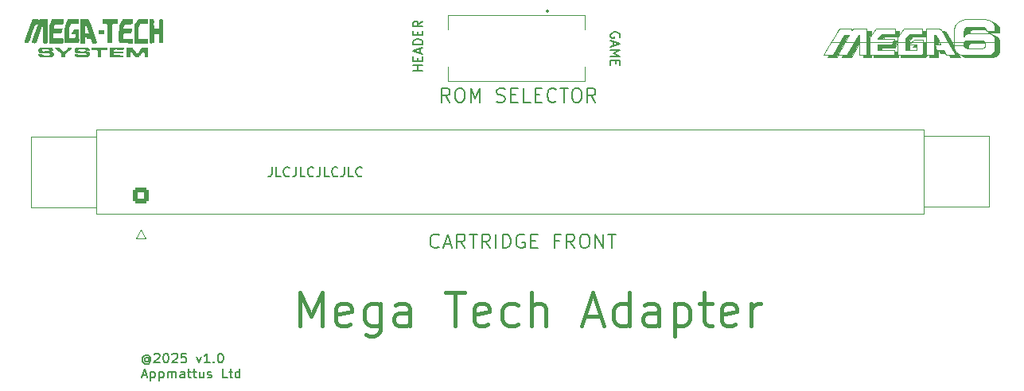
<source format=gto>
G04 #@! TF.GenerationSoftware,KiCad,Pcbnew,9.0.5*
G04 #@! TF.CreationDate,2025-10-21T18:02:58+01:00*
G04 #@! TF.ProjectId,md-dumper-mega-tech-adapter,6d642d64-756d-4706-9572-2d6d6567612d,rev?*
G04 #@! TF.SameCoordinates,Original*
G04 #@! TF.FileFunction,Legend,Top*
G04 #@! TF.FilePolarity,Positive*
%FSLAX46Y46*%
G04 Gerber Fmt 4.6, Leading zero omitted, Abs format (unit mm)*
G04 Created by KiCad (PCBNEW 9.0.5) date 2025-10-21 18:02:58*
%MOMM*%
%LPD*%
G01*
G04 APERTURE LIST*
G04 Aperture macros list*
%AMRoundRect*
0 Rectangle with rounded corners*
0 $1 Rounding radius*
0 $2 $3 $4 $5 $6 $7 $8 $9 X,Y pos of 4 corners*
0 Add a 4 corners polygon primitive as box body*
4,1,4,$2,$3,$4,$5,$6,$7,$8,$9,$2,$3,0*
0 Add four circle primitives for the rounded corners*
1,1,$1+$1,$2,$3*
1,1,$1+$1,$4,$5*
1,1,$1+$1,$6,$7*
1,1,$1+$1,$8,$9*
0 Add four rect primitives between the rounded corners*
20,1,$1+$1,$2,$3,$4,$5,0*
20,1,$1+$1,$4,$5,$6,$7,0*
20,1,$1+$1,$6,$7,$8,$9,0*
20,1,$1+$1,$8,$9,$2,$3,0*%
G04 Aperture macros list end*
%ADD10C,0.150000*%
%ADD11C,0.056615*%
%ADD12C,0.000000*%
%ADD13C,0.100000*%
%ADD14C,0.187500*%
%ADD15C,0.437500*%
%ADD16C,0.120000*%
%ADD17C,0.200000*%
%ADD18C,1.700000*%
%ADD19RoundRect,0.250000X0.600000X-0.600000X0.600000X0.600000X-0.600000X0.600000X-0.600000X-0.600000X0*%
%ADD20C,5.000000*%
%ADD21R,1.778000X6.985000*%
%ADD22C,1.200000*%
%ADD23C,3.290000*%
G04 APERTURE END LIST*
D10*
X120587493Y-97669819D02*
X120587493Y-98384104D01*
X120587493Y-98384104D02*
X120539874Y-98526961D01*
X120539874Y-98526961D02*
X120444636Y-98622200D01*
X120444636Y-98622200D02*
X120301779Y-98669819D01*
X120301779Y-98669819D02*
X120206541Y-98669819D01*
X121539874Y-98669819D02*
X121063684Y-98669819D01*
X121063684Y-98669819D02*
X121063684Y-97669819D01*
X122444636Y-98574580D02*
X122397017Y-98622200D01*
X122397017Y-98622200D02*
X122254160Y-98669819D01*
X122254160Y-98669819D02*
X122158922Y-98669819D01*
X122158922Y-98669819D02*
X122016065Y-98622200D01*
X122016065Y-98622200D02*
X121920827Y-98526961D01*
X121920827Y-98526961D02*
X121873208Y-98431723D01*
X121873208Y-98431723D02*
X121825589Y-98241247D01*
X121825589Y-98241247D02*
X121825589Y-98098390D01*
X121825589Y-98098390D02*
X121873208Y-97907914D01*
X121873208Y-97907914D02*
X121920827Y-97812676D01*
X121920827Y-97812676D02*
X122016065Y-97717438D01*
X122016065Y-97717438D02*
X122158922Y-97669819D01*
X122158922Y-97669819D02*
X122254160Y-97669819D01*
X122254160Y-97669819D02*
X122397017Y-97717438D01*
X122397017Y-97717438D02*
X122444636Y-97765057D01*
X123158922Y-97669819D02*
X123158922Y-98384104D01*
X123158922Y-98384104D02*
X123111303Y-98526961D01*
X123111303Y-98526961D02*
X123016065Y-98622200D01*
X123016065Y-98622200D02*
X122873208Y-98669819D01*
X122873208Y-98669819D02*
X122777970Y-98669819D01*
X124111303Y-98669819D02*
X123635113Y-98669819D01*
X123635113Y-98669819D02*
X123635113Y-97669819D01*
X125016065Y-98574580D02*
X124968446Y-98622200D01*
X124968446Y-98622200D02*
X124825589Y-98669819D01*
X124825589Y-98669819D02*
X124730351Y-98669819D01*
X124730351Y-98669819D02*
X124587494Y-98622200D01*
X124587494Y-98622200D02*
X124492256Y-98526961D01*
X124492256Y-98526961D02*
X124444637Y-98431723D01*
X124444637Y-98431723D02*
X124397018Y-98241247D01*
X124397018Y-98241247D02*
X124397018Y-98098390D01*
X124397018Y-98098390D02*
X124444637Y-97907914D01*
X124444637Y-97907914D02*
X124492256Y-97812676D01*
X124492256Y-97812676D02*
X124587494Y-97717438D01*
X124587494Y-97717438D02*
X124730351Y-97669819D01*
X124730351Y-97669819D02*
X124825589Y-97669819D01*
X124825589Y-97669819D02*
X124968446Y-97717438D01*
X124968446Y-97717438D02*
X125016065Y-97765057D01*
X125730351Y-97669819D02*
X125730351Y-98384104D01*
X125730351Y-98384104D02*
X125682732Y-98526961D01*
X125682732Y-98526961D02*
X125587494Y-98622200D01*
X125587494Y-98622200D02*
X125444637Y-98669819D01*
X125444637Y-98669819D02*
X125349399Y-98669819D01*
X126682732Y-98669819D02*
X126206542Y-98669819D01*
X126206542Y-98669819D02*
X126206542Y-97669819D01*
X127587494Y-98574580D02*
X127539875Y-98622200D01*
X127539875Y-98622200D02*
X127397018Y-98669819D01*
X127397018Y-98669819D02*
X127301780Y-98669819D01*
X127301780Y-98669819D02*
X127158923Y-98622200D01*
X127158923Y-98622200D02*
X127063685Y-98526961D01*
X127063685Y-98526961D02*
X127016066Y-98431723D01*
X127016066Y-98431723D02*
X126968447Y-98241247D01*
X126968447Y-98241247D02*
X126968447Y-98098390D01*
X126968447Y-98098390D02*
X127016066Y-97907914D01*
X127016066Y-97907914D02*
X127063685Y-97812676D01*
X127063685Y-97812676D02*
X127158923Y-97717438D01*
X127158923Y-97717438D02*
X127301780Y-97669819D01*
X127301780Y-97669819D02*
X127397018Y-97669819D01*
X127397018Y-97669819D02*
X127539875Y-97717438D01*
X127539875Y-97717438D02*
X127587494Y-97765057D01*
X128301780Y-97669819D02*
X128301780Y-98384104D01*
X128301780Y-98384104D02*
X128254161Y-98526961D01*
X128254161Y-98526961D02*
X128158923Y-98622200D01*
X128158923Y-98622200D02*
X128016066Y-98669819D01*
X128016066Y-98669819D02*
X127920828Y-98669819D01*
X129254161Y-98669819D02*
X128777971Y-98669819D01*
X128777971Y-98669819D02*
X128777971Y-97669819D01*
X130158923Y-98574580D02*
X130111304Y-98622200D01*
X130111304Y-98622200D02*
X129968447Y-98669819D01*
X129968447Y-98669819D02*
X129873209Y-98669819D01*
X129873209Y-98669819D02*
X129730352Y-98622200D01*
X129730352Y-98622200D02*
X129635114Y-98526961D01*
X129635114Y-98526961D02*
X129587495Y-98431723D01*
X129587495Y-98431723D02*
X129539876Y-98241247D01*
X129539876Y-98241247D02*
X129539876Y-98098390D01*
X129539876Y-98098390D02*
X129587495Y-97907914D01*
X129587495Y-97907914D02*
X129635114Y-97812676D01*
X129635114Y-97812676D02*
X129730352Y-97717438D01*
X129730352Y-97717438D02*
X129873209Y-97669819D01*
X129873209Y-97669819D02*
X129968447Y-97669819D01*
X129968447Y-97669819D02*
X130111304Y-97717438D01*
X130111304Y-97717438D02*
X130158923Y-97765057D01*
D11*
X190210262Y-85735647D02*
X190287133Y-85735647D01*
X190280972Y-85756586D01*
X190273505Y-85777085D01*
X190264661Y-85797019D01*
X190254368Y-85816261D01*
X190248656Y-85825583D01*
X190242556Y-85834686D01*
X190236059Y-85843553D01*
X190229155Y-85852168D01*
X190221836Y-85860516D01*
X190214094Y-85868582D01*
X190205919Y-85876349D01*
X190197302Y-85883802D01*
X190188234Y-85890925D01*
X190178708Y-85897702D01*
X190168713Y-85904117D01*
X190158242Y-85910156D01*
X190147284Y-85915802D01*
X190135832Y-85921039D01*
X190123877Y-85925853D01*
X190111409Y-85930226D01*
X190098421Y-85934143D01*
X190084902Y-85937590D01*
X190070845Y-85940549D01*
X190056240Y-85943005D01*
X190041078Y-85944943D01*
X190025351Y-85946346D01*
X190009050Y-85947200D01*
X189992166Y-85947488D01*
X187510864Y-85943019D01*
X187509969Y-85732072D01*
X189575636Y-85735647D01*
X189598071Y-85735137D01*
X189619469Y-85733633D01*
X189639852Y-85731171D01*
X189659241Y-85727788D01*
X189677657Y-85723521D01*
X189695121Y-85718407D01*
X189711656Y-85712484D01*
X189727281Y-85705787D01*
X189742018Y-85698355D01*
X189755889Y-85690224D01*
X189768915Y-85681431D01*
X189781117Y-85672013D01*
X189792517Y-85662008D01*
X189803135Y-85651451D01*
X189812993Y-85640381D01*
X189822112Y-85628833D01*
X189830513Y-85616846D01*
X189838219Y-85604456D01*
X189845249Y-85591699D01*
X189851626Y-85578614D01*
X189857370Y-85565237D01*
X189862504Y-85551605D01*
X189871022Y-85523723D01*
X189877351Y-85495265D01*
X189881661Y-85466528D01*
X189884122Y-85437806D01*
X189884905Y-85409395D01*
X189884905Y-84386840D01*
X190210262Y-84386840D01*
X190210262Y-85735647D01*
G36*
X190210262Y-85735647D02*
G01*
X190287133Y-85735647D01*
X190280972Y-85756586D01*
X190273505Y-85777085D01*
X190264661Y-85797019D01*
X190254368Y-85816261D01*
X190248656Y-85825583D01*
X190242556Y-85834686D01*
X190236059Y-85843553D01*
X190229155Y-85852168D01*
X190221836Y-85860516D01*
X190214094Y-85868582D01*
X190205919Y-85876349D01*
X190197302Y-85883802D01*
X190188234Y-85890925D01*
X190178708Y-85897702D01*
X190168713Y-85904117D01*
X190158242Y-85910156D01*
X190147284Y-85915802D01*
X190135832Y-85921039D01*
X190123877Y-85925853D01*
X190111409Y-85930226D01*
X190098421Y-85934143D01*
X190084902Y-85937590D01*
X190070845Y-85940549D01*
X190056240Y-85943005D01*
X190041078Y-85944943D01*
X190025351Y-85946346D01*
X190009050Y-85947200D01*
X189992166Y-85947488D01*
X187510864Y-85943019D01*
X187509969Y-85732072D01*
X189575636Y-85735647D01*
X189598071Y-85735137D01*
X189619469Y-85733633D01*
X189639852Y-85731171D01*
X189659241Y-85727788D01*
X189677657Y-85723521D01*
X189695121Y-85718407D01*
X189711656Y-85712484D01*
X189727281Y-85705787D01*
X189742018Y-85698355D01*
X189755889Y-85690224D01*
X189768915Y-85681431D01*
X189781117Y-85672013D01*
X189792517Y-85662008D01*
X189803135Y-85651451D01*
X189812993Y-85640381D01*
X189822112Y-85628833D01*
X189830513Y-85616846D01*
X189838219Y-85604456D01*
X189845249Y-85591699D01*
X189851626Y-85578614D01*
X189857370Y-85565237D01*
X189862504Y-85551605D01*
X189871022Y-85523723D01*
X189877351Y-85495265D01*
X189881661Y-85466528D01*
X189884122Y-85437806D01*
X189884905Y-85409395D01*
X189884905Y-84386840D01*
X190210262Y-84386840D01*
X190210262Y-85735647D01*
G37*
X183068477Y-84364495D02*
X182544687Y-84364495D01*
D12*
G36*
X105544195Y-84920434D02*
G01*
X105632695Y-84921499D01*
X105654806Y-84922004D01*
X105676895Y-84922885D01*
X105698954Y-84924283D01*
X105720975Y-84926340D01*
X105726434Y-84928148D01*
X105733827Y-84932919D01*
X105753885Y-84950592D01*
X105780084Y-84977841D01*
X105811363Y-85013148D01*
X105884907Y-85101866D01*
X105966011Y-85204605D01*
X106046170Y-85309222D01*
X106116881Y-85403576D01*
X106169639Y-85475526D01*
X106195939Y-85512930D01*
X106199180Y-85517784D01*
X106202587Y-85522657D01*
X106206166Y-85527497D01*
X106209922Y-85532256D01*
X106213861Y-85536884D01*
X106217987Y-85541329D01*
X106222307Y-85545544D01*
X106226826Y-85549477D01*
X106231549Y-85553078D01*
X106233989Y-85554739D01*
X106236481Y-85556299D01*
X106239028Y-85557751D01*
X106241628Y-85559088D01*
X106244284Y-85560306D01*
X106246996Y-85561397D01*
X106249764Y-85562355D01*
X106252589Y-85563174D01*
X106255472Y-85563848D01*
X106258413Y-85564371D01*
X106261414Y-85564736D01*
X106264474Y-85564937D01*
X106267594Y-85564967D01*
X106270776Y-85564822D01*
X106296556Y-85536875D01*
X106325978Y-85503115D01*
X106393158Y-85421968D01*
X106467140Y-85328994D01*
X106542749Y-85231809D01*
X106678145Y-85055265D01*
X106727581Y-84991135D01*
X106757940Y-84953254D01*
X106759863Y-84950844D01*
X106761872Y-84948586D01*
X106763963Y-84946473D01*
X106766132Y-84944502D01*
X106768376Y-84942666D01*
X106770691Y-84940962D01*
X106773073Y-84939384D01*
X106775518Y-84937927D01*
X106778023Y-84936587D01*
X106780584Y-84935358D01*
X106783196Y-84934235D01*
X106785857Y-84933214D01*
X106791309Y-84931455D01*
X106796908Y-84930043D01*
X106802626Y-84928937D01*
X106808431Y-84928098D01*
X106814295Y-84927485D01*
X106820186Y-84927060D01*
X106831931Y-84926612D01*
X106843427Y-84926437D01*
X107090832Y-84927211D01*
X107338239Y-84926534D01*
X107354372Y-84927084D01*
X107362528Y-84927459D01*
X107370669Y-84928107D01*
X107374716Y-84928581D01*
X107378738Y-84929181D01*
X107382727Y-84929926D01*
X107386677Y-84930836D01*
X107390581Y-84931929D01*
X107394430Y-84933226D01*
X107398219Y-84934745D01*
X107401941Y-84936506D01*
X107404735Y-84940555D01*
X107407216Y-84944743D01*
X107409403Y-84949059D01*
X107411318Y-84953488D01*
X107412983Y-84958020D01*
X107414420Y-84962640D01*
X107415649Y-84967336D01*
X107416692Y-84972096D01*
X107417571Y-84976907D01*
X107418306Y-84981757D01*
X107418920Y-84986632D01*
X107419434Y-84991521D01*
X107420247Y-85001287D01*
X107420915Y-85010955D01*
X107426905Y-85450498D01*
X107429506Y-85729886D01*
X107429628Y-85886338D01*
X107428907Y-85896453D01*
X107428380Y-85901776D01*
X107427687Y-85907179D01*
X107426789Y-85912593D01*
X107425644Y-85917946D01*
X107424212Y-85923167D01*
X107422452Y-85928185D01*
X107420323Y-85932928D01*
X107419107Y-85935174D01*
X107417784Y-85937325D01*
X107416349Y-85939371D01*
X107414796Y-85941305D01*
X107413120Y-85943117D01*
X107411316Y-85944797D01*
X107409380Y-85946338D01*
X107407305Y-85947730D01*
X107405088Y-85948964D01*
X107402722Y-85950032D01*
X107400203Y-85950925D01*
X107397526Y-85951633D01*
X107394685Y-85952148D01*
X107391675Y-85952461D01*
X107356129Y-85957147D01*
X107320452Y-85960638D01*
X107284674Y-85963090D01*
X107248829Y-85964659D01*
X107212947Y-85965502D01*
X107177061Y-85965775D01*
X107105401Y-85965240D01*
X107095648Y-85964443D01*
X107085282Y-85963421D01*
X107080013Y-85962719D01*
X107074762Y-85961833D01*
X107069587Y-85960718D01*
X107064546Y-85959334D01*
X107059695Y-85957636D01*
X107055092Y-85955583D01*
X107052902Y-85954409D01*
X107050795Y-85953130D01*
X107048778Y-85951741D01*
X107046860Y-85950237D01*
X107045046Y-85948611D01*
X107043344Y-85946858D01*
X107041762Y-85944974D01*
X107040306Y-85942952D01*
X107038984Y-85940789D01*
X107037802Y-85938477D01*
X107036769Y-85936012D01*
X107035890Y-85933388D01*
X107032523Y-85891083D01*
X107029573Y-85811451D01*
X107023390Y-85589521D01*
X107019394Y-85471881D01*
X107014285Y-85366229D01*
X107007681Y-85284895D01*
X107003699Y-85257200D01*
X106999200Y-85240208D01*
X106995930Y-85241767D01*
X106992693Y-85243395D01*
X106989494Y-85245095D01*
X106986337Y-85246866D01*
X106983225Y-85248712D01*
X106980164Y-85250633D01*
X106977157Y-85252630D01*
X106974208Y-85254705D01*
X106971322Y-85256860D01*
X106968502Y-85259095D01*
X106965753Y-85261413D01*
X106963078Y-85263815D01*
X106960483Y-85266301D01*
X106957970Y-85268874D01*
X106955545Y-85271535D01*
X106953210Y-85274286D01*
X106617658Y-85695035D01*
X106534410Y-85804845D01*
X106513358Y-85832110D01*
X106492011Y-85859142D01*
X106470272Y-85885860D01*
X106448041Y-85912186D01*
X106439876Y-85921218D01*
X106435645Y-85925721D01*
X106431306Y-85930163D01*
X106426848Y-85934503D01*
X106422264Y-85938700D01*
X106417545Y-85942715D01*
X106412682Y-85946506D01*
X106407667Y-85950035D01*
X106402492Y-85953260D01*
X106397147Y-85956141D01*
X106394409Y-85957440D01*
X106391625Y-85958638D01*
X106388794Y-85959730D01*
X106385917Y-85960711D01*
X106382990Y-85961576D01*
X106380013Y-85962320D01*
X106376986Y-85962937D01*
X106373907Y-85963423D01*
X106370775Y-85963773D01*
X106367589Y-85963981D01*
X106347251Y-85965224D01*
X106326899Y-85965863D01*
X106306538Y-85966057D01*
X106286172Y-85965966D01*
X106245444Y-85965560D01*
X106225091Y-85965564D01*
X106204751Y-85965917D01*
X106189010Y-85966071D01*
X106172979Y-85965767D01*
X106164942Y-85965324D01*
X106156938Y-85964622D01*
X106149002Y-85963614D01*
X106141170Y-85962251D01*
X106133476Y-85960485D01*
X106125955Y-85958268D01*
X106118644Y-85955552D01*
X106111576Y-85952290D01*
X106104787Y-85948432D01*
X106101508Y-85946265D01*
X106098312Y-85943931D01*
X106095204Y-85941424D01*
X106092187Y-85938739D01*
X106089266Y-85935868D01*
X106086446Y-85932807D01*
X105565786Y-85270510D01*
X105565056Y-85269567D01*
X105564300Y-85268678D01*
X105563519Y-85267843D01*
X105562715Y-85267059D01*
X105561888Y-85266326D01*
X105561039Y-85265642D01*
X105560169Y-85265006D01*
X105559279Y-85264415D01*
X105558371Y-85263869D01*
X105557445Y-85263367D01*
X105556502Y-85262906D01*
X105555542Y-85262486D01*
X105554568Y-85262104D01*
X105553580Y-85261761D01*
X105551566Y-85261179D01*
X105549508Y-85260731D01*
X105547413Y-85260404D01*
X105545289Y-85260187D01*
X105543145Y-85260068D01*
X105540988Y-85260035D01*
X105538826Y-85260078D01*
X105536666Y-85260185D01*
X105534517Y-85260344D01*
X105530858Y-85285811D01*
X105527882Y-85318399D01*
X105523622Y-85400853D01*
X105519389Y-85606257D01*
X105516137Y-85811153D01*
X105513103Y-85892972D01*
X105510923Y-85925147D01*
X105508184Y-85950137D01*
X105504036Y-85952386D01*
X105499836Y-85954436D01*
X105491290Y-85957977D01*
X105482566Y-85960829D01*
X105473685Y-85963063D01*
X105464670Y-85964748D01*
X105455541Y-85965955D01*
X105446319Y-85966753D01*
X105437026Y-85967212D01*
X105362672Y-85967079D01*
X105334508Y-85966270D01*
X105306304Y-85966267D01*
X105249873Y-85967115D01*
X105221693Y-85967184D01*
X105193569Y-85966494D01*
X105179535Y-85965742D01*
X105165524Y-85964653D01*
X105151539Y-85963179D01*
X105137582Y-85961271D01*
X105135506Y-85955993D01*
X105133661Y-85950654D01*
X105132032Y-85945261D01*
X105130604Y-85939818D01*
X105129363Y-85934330D01*
X105128295Y-85928804D01*
X105127385Y-85923244D01*
X105126619Y-85917656D01*
X105125460Y-85906418D01*
X105124702Y-85895132D01*
X105124231Y-85883842D01*
X105123929Y-85872590D01*
X105119890Y-85365266D01*
X105120773Y-85081706D01*
X105123640Y-84982771D01*
X105125892Y-84950304D01*
X105128770Y-84931568D01*
X105154507Y-84927536D01*
X105180306Y-84924287D01*
X105206159Y-84921749D01*
X105232060Y-84919849D01*
X105283980Y-84917673D01*
X105336012Y-84917179D01*
X105544195Y-84920434D01*
G37*
D11*
X189818760Y-83489424D02*
X188416324Y-83489424D01*
X188035547Y-84003383D01*
X188035547Y-85181466D01*
X189184133Y-85181466D01*
X189184133Y-84633541D01*
X188346604Y-84633541D01*
X188951735Y-84085616D01*
X189882224Y-84085616D01*
X189882224Y-85408502D01*
X189881451Y-85436922D01*
X189879018Y-85465673D01*
X189874753Y-85494455D01*
X189868481Y-85522969D01*
X189860030Y-85550918D01*
X189854934Y-85564588D01*
X189849228Y-85578003D01*
X189842891Y-85591128D01*
X189835901Y-85603925D01*
X189828238Y-85616357D01*
X189819878Y-85628386D01*
X189810800Y-85639976D01*
X189800984Y-85651088D01*
X189790407Y-85661685D01*
X189779047Y-85671731D01*
X189766884Y-85681187D01*
X189753895Y-85690017D01*
X189740058Y-85698183D01*
X189725354Y-85705648D01*
X189709758Y-85712374D01*
X189693251Y-85718325D01*
X189675810Y-85723462D01*
X189657415Y-85727749D01*
X189638042Y-85731149D01*
X189617671Y-85733623D01*
X189596280Y-85735135D01*
X189573847Y-85735647D01*
X187153328Y-85730285D01*
X187149752Y-83834447D01*
X187844266Y-82919153D01*
X189818760Y-82919153D01*
X189818760Y-83489424D01*
D12*
G36*
X100432279Y-81896590D02*
G01*
X100618837Y-81905388D01*
X100636404Y-81905947D01*
X100653963Y-81906104D01*
X100689061Y-81905471D01*
X100759204Y-81902205D01*
X100794264Y-81900596D01*
X100829328Y-81899684D01*
X100864403Y-81899981D01*
X100881948Y-81900743D01*
X100899497Y-81902000D01*
X100917129Y-81903063D01*
X100934798Y-81903590D01*
X100970171Y-81904045D01*
X100987840Y-81904480D01*
X101005472Y-81905390D01*
X101014269Y-81906102D01*
X101023050Y-81907028D01*
X101031813Y-81908200D01*
X101040555Y-81909648D01*
X101044777Y-81910844D01*
X101048914Y-81912196D01*
X101052967Y-81913698D01*
X101056940Y-81915344D01*
X101064653Y-81919043D01*
X101072072Y-81923247D01*
X101079215Y-81927908D01*
X101086103Y-81932980D01*
X101092754Y-81938413D01*
X101099187Y-81944162D01*
X101105421Y-81950178D01*
X101111477Y-81956415D01*
X101117372Y-81962825D01*
X101123126Y-81969360D01*
X101134286Y-81982619D01*
X101145112Y-81995812D01*
X101166062Y-82034749D01*
X101199689Y-82113818D01*
X101297385Y-82369336D01*
X101561385Y-83108785D01*
X101815619Y-83845930D01*
X101938592Y-84212538D01*
X101943388Y-84228199D01*
X101948691Y-84243757D01*
X101960351Y-84274666D01*
X101972628Y-84305464D01*
X101984578Y-84336350D01*
X101990136Y-84351887D01*
X101995258Y-84367521D01*
X101999826Y-84383276D01*
X102003723Y-84399176D01*
X102006829Y-84415248D01*
X102009029Y-84431515D01*
X102010202Y-84448003D01*
X102010232Y-84464735D01*
X101990179Y-84468848D01*
X101970033Y-84472326D01*
X101949805Y-84475221D01*
X101929504Y-84477588D01*
X101888723Y-84480944D01*
X101847768Y-84482816D01*
X101806718Y-84483626D01*
X101765651Y-84483796D01*
X101683780Y-84483905D01*
X101663720Y-84483761D01*
X101643630Y-84484041D01*
X101603424Y-84484921D01*
X101583341Y-84485045D01*
X101563291Y-84484640D01*
X101553284Y-84484164D01*
X101543292Y-84483467D01*
X101533316Y-84482519D01*
X101523359Y-84481290D01*
X101521320Y-84480958D01*
X101519357Y-84480508D01*
X101517468Y-84479947D01*
X101515651Y-84479278D01*
X101513904Y-84478508D01*
X101512223Y-84477640D01*
X101510607Y-84476680D01*
X101509053Y-84475633D01*
X101507559Y-84474503D01*
X101506122Y-84473297D01*
X101504740Y-84472018D01*
X101503412Y-84470671D01*
X101502133Y-84469263D01*
X101500902Y-84467796D01*
X101499717Y-84466278D01*
X101498576Y-84464711D01*
X101496412Y-84461456D01*
X101494393Y-84458071D01*
X101492499Y-84454594D01*
X101490712Y-84451067D01*
X101487380Y-84444018D01*
X101484247Y-84437241D01*
X101454382Y-84354706D01*
X101425833Y-84271727D01*
X101398245Y-84188439D01*
X101371267Y-84104978D01*
X101368225Y-84097297D01*
X101365347Y-84089454D01*
X101359869Y-84073449D01*
X101354411Y-84057293D01*
X101348553Y-84041312D01*
X101345342Y-84033490D01*
X101341873Y-84025835D01*
X101338094Y-84018388D01*
X101333951Y-84011189D01*
X101329393Y-84004281D01*
X101324367Y-83997703D01*
X101318819Y-83991498D01*
X101315833Y-83988547D01*
X101312698Y-83985705D01*
X101300349Y-83983607D01*
X101287957Y-83981998D01*
X101275528Y-83980825D01*
X101263064Y-83980032D01*
X101250571Y-83979568D01*
X101238055Y-83979378D01*
X101212967Y-83979606D01*
X101162707Y-83980995D01*
X101137609Y-83981297D01*
X101112583Y-83980768D01*
X101087186Y-83980259D01*
X101061706Y-83980603D01*
X101010675Y-83981990D01*
X100985213Y-83982106D01*
X100972514Y-83981816D01*
X100959844Y-83981217D01*
X100947209Y-83980251D01*
X100934614Y-83978860D01*
X100922065Y-83976986D01*
X100909566Y-83974572D01*
X100895548Y-83936070D01*
X100882697Y-83897148D01*
X100870819Y-83857887D01*
X100859721Y-83818364D01*
X100839086Y-83738853D01*
X100819242Y-83659252D01*
X100816208Y-83648520D01*
X100812710Y-83637776D01*
X100804837Y-83616240D01*
X100796651Y-83594608D01*
X100792762Y-83583745D01*
X100789180Y-83572846D01*
X100786034Y-83561906D01*
X100783451Y-83550921D01*
X100781562Y-83539887D01*
X100780493Y-83528799D01*
X100780307Y-83523234D01*
X100780375Y-83517654D01*
X100780711Y-83512058D01*
X100781334Y-83506446D01*
X100782258Y-83500817D01*
X100783499Y-83495171D01*
X100785075Y-83489508D01*
X100787000Y-83483826D01*
X100787389Y-83481698D01*
X100787901Y-83479687D01*
X100788529Y-83477789D01*
X100789269Y-83476001D01*
X100790116Y-83474319D01*
X100791065Y-83472742D01*
X100792110Y-83471265D01*
X100793246Y-83469886D01*
X100794469Y-83468600D01*
X100795773Y-83467406D01*
X100797153Y-83466299D01*
X100798605Y-83465277D01*
X100800122Y-83464337D01*
X100801701Y-83463474D01*
X100803335Y-83462687D01*
X100805020Y-83461971D01*
X100806750Y-83461324D01*
X100808522Y-83460743D01*
X100810328Y-83460224D01*
X100812165Y-83459763D01*
X100815911Y-83459008D01*
X100819716Y-83458450D01*
X100823541Y-83458064D01*
X100827346Y-83457826D01*
X100831089Y-83457708D01*
X100834730Y-83457687D01*
X100882562Y-83457899D01*
X100930368Y-83458801D01*
X100978156Y-83460356D01*
X101025936Y-83462528D01*
X101038159Y-83462516D01*
X101050610Y-83462177D01*
X101056867Y-83461811D01*
X101063116Y-83461275D01*
X101069335Y-83460540D01*
X101075504Y-83459575D01*
X101081599Y-83458352D01*
X101087601Y-83456840D01*
X101093486Y-83455011D01*
X101099235Y-83452835D01*
X101104824Y-83450281D01*
X101110233Y-83447322D01*
X101115440Y-83443927D01*
X101120424Y-83440067D01*
X101121931Y-83438429D01*
X101123279Y-83436745D01*
X101124474Y-83435020D01*
X101125524Y-83433255D01*
X101126432Y-83431453D01*
X101127207Y-83429617D01*
X101127854Y-83427749D01*
X101128379Y-83425851D01*
X101128789Y-83423926D01*
X101129089Y-83421977D01*
X101129287Y-83420006D01*
X101129387Y-83418016D01*
X101129323Y-83413986D01*
X101128945Y-83409910D01*
X101128305Y-83405806D01*
X101127450Y-83401696D01*
X101126432Y-83397598D01*
X101125299Y-83393533D01*
X101120618Y-83378010D01*
X101061526Y-83221645D01*
X101047307Y-83182352D01*
X101033637Y-83142877D01*
X101020683Y-83103168D01*
X101008607Y-83063174D01*
X100997078Y-83026160D01*
X100984591Y-82989482D01*
X100971405Y-82953048D01*
X100957780Y-82916769D01*
X100930242Y-82844311D01*
X100916847Y-82807950D01*
X100904046Y-82771380D01*
X100883830Y-82714739D01*
X100872859Y-82686549D01*
X100866992Y-82672623D01*
X100860809Y-82658859D01*
X100854261Y-82645298D01*
X100847302Y-82631977D01*
X100839884Y-82618935D01*
X100831960Y-82606211D01*
X100823484Y-82593843D01*
X100814407Y-82581870D01*
X100804682Y-82570331D01*
X100794263Y-82559263D01*
X100793184Y-82557879D01*
X100792055Y-82556596D01*
X100790879Y-82555409D01*
X100789656Y-82554317D01*
X100788392Y-82553318D01*
X100787086Y-82552408D01*
X100785744Y-82551585D01*
X100784365Y-82550848D01*
X100782954Y-82550192D01*
X100781513Y-82549617D01*
X100780044Y-82549119D01*
X100778550Y-82548696D01*
X100777033Y-82548346D01*
X100775496Y-82548066D01*
X100773941Y-82547853D01*
X100772371Y-82547706D01*
X100769194Y-82547596D01*
X100765987Y-82547718D01*
X100762769Y-82548051D01*
X100759559Y-82548576D01*
X100756379Y-82549272D01*
X100753247Y-82550121D01*
X100750185Y-82551102D01*
X100747211Y-82552196D01*
X100744158Y-82560233D01*
X100741513Y-82568366D01*
X100739246Y-82576586D01*
X100737329Y-82584882D01*
X100735731Y-82593246D01*
X100734423Y-82601670D01*
X100733374Y-82610143D01*
X100732557Y-82618658D01*
X100731494Y-82635772D01*
X100730997Y-82652941D01*
X100730752Y-82687153D01*
X100731916Y-84284373D01*
X100731950Y-84296342D01*
X100732352Y-84308386D01*
X100733880Y-84332637D01*
X100735743Y-84357002D01*
X100737179Y-84381355D01*
X100737501Y-84393489D01*
X100737431Y-84405573D01*
X100736876Y-84417591D01*
X100735740Y-84429529D01*
X100733929Y-84441370D01*
X100731346Y-84453099D01*
X100727899Y-84464701D01*
X100723491Y-84476159D01*
X100716695Y-84478825D01*
X100709815Y-84481173D01*
X100702861Y-84483225D01*
X100695839Y-84485006D01*
X100688759Y-84486537D01*
X100681627Y-84487841D01*
X100674453Y-84488940D01*
X100667243Y-84489859D01*
X100652750Y-84491241D01*
X100638211Y-84492170D01*
X100609252Y-84493392D01*
X100543905Y-84493831D01*
X100478566Y-84493779D01*
X100347953Y-84493586D01*
X100323036Y-84493009D01*
X100310476Y-84492614D01*
X100304209Y-84492278D01*
X100297963Y-84491807D01*
X100291751Y-84491169D01*
X100285582Y-84490333D01*
X100279467Y-84489266D01*
X100273417Y-84487936D01*
X100267442Y-84486312D01*
X100261554Y-84484362D01*
X100255762Y-84482053D01*
X100250078Y-84479354D01*
X100247109Y-84474429D01*
X100244571Y-84469359D01*
X100242427Y-84464156D01*
X100240642Y-84458838D01*
X100239181Y-84453417D01*
X100238009Y-84447910D01*
X100237090Y-84442332D01*
X100236390Y-84436696D01*
X100235871Y-84431019D01*
X100235500Y-84425314D01*
X100235059Y-84413883D01*
X100234784Y-84402523D01*
X100234392Y-84391352D01*
X100230483Y-83228374D01*
X100231294Y-82004621D01*
X100232963Y-81980610D01*
X100233965Y-81968579D01*
X100235276Y-81956590D01*
X100236094Y-81950625D01*
X100237046Y-81944687D01*
X100238149Y-81938782D01*
X100239422Y-81932915D01*
X100240885Y-81927091D01*
X100242554Y-81921317D01*
X100244450Y-81915598D01*
X100246591Y-81909938D01*
X100269611Y-81905676D01*
X100292701Y-81902313D01*
X100315855Y-81899770D01*
X100339063Y-81897968D01*
X100362318Y-81896828D01*
X100385611Y-81896271D01*
X100432279Y-81896590D01*
G37*
D11*
X181591853Y-84364495D02*
X181049292Y-84364495D01*
X192574470Y-84364495D02*
X193187645Y-84364495D01*
D12*
G36*
X105688918Y-81918518D02*
G01*
X105702030Y-81919244D01*
X105708567Y-81919813D01*
X105715070Y-81920564D01*
X105721523Y-81921530D01*
X105727910Y-81922746D01*
X105734216Y-81924244D01*
X105740424Y-81926058D01*
X105746519Y-81928221D01*
X105752484Y-81930768D01*
X105758304Y-81933730D01*
X105763963Y-81937143D01*
X105765964Y-81941974D01*
X105767663Y-81946876D01*
X105769086Y-81951844D01*
X105770258Y-81956868D01*
X105771203Y-81961943D01*
X105771947Y-81967060D01*
X105772514Y-81972213D01*
X105772931Y-81977393D01*
X105773412Y-81987807D01*
X105773590Y-81998244D01*
X105773839Y-82018950D01*
X105773072Y-82108638D01*
X105773076Y-82198344D01*
X105773546Y-82377739D01*
X105773202Y-82381687D01*
X105772965Y-82385901D01*
X105772582Y-82394858D01*
X105772319Y-82399469D01*
X105771931Y-82404081D01*
X105771359Y-82408626D01*
X105770546Y-82413039D01*
X105769434Y-82417254D01*
X105768747Y-82419266D01*
X105767963Y-82421203D01*
X105767076Y-82423058D01*
X105766077Y-82424822D01*
X105764960Y-82426487D01*
X105763717Y-82428044D01*
X105762341Y-82429485D01*
X105760825Y-82430802D01*
X105759161Y-82431986D01*
X105757342Y-82433030D01*
X105755361Y-82433925D01*
X105753210Y-82434662D01*
X105750883Y-82435235D01*
X105748372Y-82435633D01*
X105666413Y-82441714D01*
X105584358Y-82445653D01*
X105502228Y-82447886D01*
X105420045Y-82448848D01*
X105091211Y-82448703D01*
X105059774Y-82449846D01*
X105043969Y-82450663D01*
X105028220Y-82451970D01*
X105020393Y-82452884D01*
X105012612Y-82454012D01*
X105004887Y-82455385D01*
X104997229Y-82457034D01*
X104989649Y-82458990D01*
X104982157Y-82461282D01*
X104974764Y-82463942D01*
X104967481Y-82467000D01*
X104961098Y-82474678D01*
X104952435Y-82487242D01*
X104929547Y-82524757D01*
X104901368Y-82575008D01*
X104870448Y-82633458D01*
X104839338Y-82695570D01*
X104810587Y-82756808D01*
X104797894Y-82785681D01*
X104786747Y-82812634D01*
X104777466Y-82837100D01*
X104770368Y-82858512D01*
X104769472Y-82861721D01*
X104768671Y-82864956D01*
X104767968Y-82868214D01*
X104767367Y-82871491D01*
X104766869Y-82874784D01*
X104766478Y-82878089D01*
X104766196Y-82881404D01*
X104766026Y-82884724D01*
X104765971Y-82888046D01*
X104766033Y-82891368D01*
X104766215Y-82894685D01*
X104766519Y-82897993D01*
X104766949Y-82901291D01*
X104767507Y-82904574D01*
X104768195Y-82907838D01*
X104769018Y-82911081D01*
X104776143Y-82913304D01*
X104783323Y-82915265D01*
X104790552Y-82916981D01*
X104797826Y-82918468D01*
X104805140Y-82919743D01*
X104812488Y-82920824D01*
X104819867Y-82921727D01*
X104827271Y-82922469D01*
X104842136Y-82923537D01*
X104857045Y-82924164D01*
X104871959Y-82924485D01*
X104886838Y-82924635D01*
X105270132Y-82925785D01*
X105653501Y-82924829D01*
X105665792Y-82925281D01*
X105678302Y-82925945D01*
X105684585Y-82926439D01*
X105690857Y-82927085D01*
X105697098Y-82927917D01*
X105703285Y-82928968D01*
X105709398Y-82930270D01*
X105715414Y-82931857D01*
X105721312Y-82933763D01*
X105727070Y-82936020D01*
X105732668Y-82938661D01*
X105738082Y-82941721D01*
X105743293Y-82945231D01*
X105748277Y-82949226D01*
X105746179Y-82965937D01*
X105741389Y-82989027D01*
X105725135Y-83050441D01*
X105702321Y-83125664D01*
X105675754Y-83206893D01*
X105648237Y-83286326D01*
X105622578Y-83356158D01*
X105601581Y-83408586D01*
X105593708Y-83425836D01*
X105588052Y-83435808D01*
X105585726Y-83437675D01*
X105583341Y-83439413D01*
X105580900Y-83441027D01*
X105578407Y-83442523D01*
X105573273Y-83445176D01*
X105567962Y-83447413D01*
X105562496Y-83449274D01*
X105556898Y-83450797D01*
X105551190Y-83452023D01*
X105545395Y-83452992D01*
X105539535Y-83453743D01*
X105533633Y-83454316D01*
X105521793Y-83455085D01*
X105498598Y-83456235D01*
X104887998Y-83455848D01*
X104874180Y-83456872D01*
X104866750Y-83457610D01*
X104859132Y-83458575D01*
X104851444Y-83459823D01*
X104843805Y-83461411D01*
X104836334Y-83463395D01*
X104829149Y-83465832D01*
X104822369Y-83468778D01*
X104819168Y-83470459D01*
X104816112Y-83472290D01*
X104813218Y-83474276D01*
X104810498Y-83476425D01*
X104807969Y-83478743D01*
X104805646Y-83481238D01*
X104803542Y-83483918D01*
X104801673Y-83486788D01*
X104800053Y-83489856D01*
X104798698Y-83493130D01*
X104797623Y-83496616D01*
X104796841Y-83500321D01*
X104796369Y-83504252D01*
X104796220Y-83508417D01*
X104794856Y-83613007D01*
X104794816Y-83717642D01*
X104794994Y-83822295D01*
X104794282Y-83926939D01*
X104794709Y-83930880D01*
X104794944Y-83935073D01*
X104795116Y-83943976D01*
X104795339Y-83953164D01*
X104795640Y-83957715D01*
X104796158Y-83962155D01*
X104796961Y-83966426D01*
X104797490Y-83968478D01*
X104798117Y-83970466D01*
X104798848Y-83972380D01*
X104799693Y-83974215D01*
X104800660Y-83975961D01*
X104801757Y-83977612D01*
X104802994Y-83979160D01*
X104804378Y-83980598D01*
X104805919Y-83981917D01*
X104807623Y-83983111D01*
X104809502Y-83984172D01*
X104811561Y-83985092D01*
X104813811Y-83985864D01*
X104816259Y-83986480D01*
X104831981Y-83989888D01*
X104847775Y-83992704D01*
X104863634Y-83994983D01*
X104879550Y-83996778D01*
X104895516Y-83998142D01*
X104911524Y-83999127D01*
X104943640Y-84000179D01*
X105072328Y-83999936D01*
X105731046Y-84000324D01*
X105746087Y-84001161D01*
X105753658Y-84001772D01*
X105757437Y-84002174D01*
X105761202Y-84002660D01*
X105764950Y-84003241D01*
X105768674Y-84003933D01*
X105772368Y-84004748D01*
X105776027Y-84005702D01*
X105779645Y-84006806D01*
X105783216Y-84008076D01*
X105786736Y-84009525D01*
X105790197Y-84011167D01*
X105791722Y-84012189D01*
X105793160Y-84013276D01*
X105794513Y-84014423D01*
X105795785Y-84015629D01*
X105796977Y-84016891D01*
X105798095Y-84018205D01*
X105799140Y-84019569D01*
X105800115Y-84020980D01*
X105801024Y-84022435D01*
X105801870Y-84023931D01*
X105802655Y-84025466D01*
X105803384Y-84027036D01*
X105804681Y-84030272D01*
X105805785Y-84033616D01*
X105806722Y-84037044D01*
X105807515Y-84040535D01*
X105808189Y-84044066D01*
X105808768Y-84047612D01*
X105810625Y-84061509D01*
X105812591Y-84101961D01*
X105813633Y-84142427D01*
X105813978Y-84182902D01*
X105813855Y-84223381D01*
X105813115Y-84304335D01*
X105812955Y-84344800D01*
X105813238Y-84385252D01*
X105812825Y-84396553D01*
X105812021Y-84407896D01*
X105811438Y-84413559D01*
X105810715Y-84419205D01*
X105809840Y-84424823D01*
X105808798Y-84430403D01*
X105807575Y-84435938D01*
X105806159Y-84441416D01*
X105804534Y-84446829D01*
X105802688Y-84452167D01*
X105800607Y-84457420D01*
X105798277Y-84462579D01*
X105795684Y-84467635D01*
X105792814Y-84472577D01*
X105786752Y-84474755D01*
X105780624Y-84476587D01*
X105774437Y-84478104D01*
X105768199Y-84479333D01*
X105761914Y-84480305D01*
X105755591Y-84481049D01*
X105749237Y-84481594D01*
X105742857Y-84481969D01*
X105730051Y-84482325D01*
X105717226Y-84482353D01*
X105704437Y-84482285D01*
X105691739Y-84482355D01*
X105597316Y-84481527D01*
X105502857Y-84481968D01*
X105408397Y-84482192D01*
X105361179Y-84481757D01*
X105313974Y-84480710D01*
X105268155Y-84476489D01*
X105222269Y-84473898D01*
X105176331Y-84472581D01*
X105130356Y-84472178D01*
X105038353Y-84472691D01*
X104992355Y-84472891D01*
X104946378Y-84472577D01*
X104394058Y-84472965D01*
X104388093Y-84472956D01*
X104381874Y-84472791D01*
X104375487Y-84472423D01*
X104369017Y-84471808D01*
X104362551Y-84470899D01*
X104356174Y-84469651D01*
X104349972Y-84468020D01*
X104344032Y-84465958D01*
X104341186Y-84464752D01*
X104338438Y-84463421D01*
X104335798Y-84461960D01*
X104333278Y-84460363D01*
X104330887Y-84458625D01*
X104328636Y-84456739D01*
X104326537Y-84454700D01*
X104324600Y-84452502D01*
X104322836Y-84450141D01*
X104321254Y-84447609D01*
X104319868Y-84444901D01*
X104318686Y-84442012D01*
X104317720Y-84438936D01*
X104316980Y-84435667D01*
X104316477Y-84432199D01*
X104316223Y-84428528D01*
X104311326Y-84130811D01*
X104311248Y-83605145D01*
X104314769Y-82773994D01*
X104316921Y-82749880D01*
X104318675Y-82725701D01*
X104321982Y-82677290D01*
X104324029Y-82653128D01*
X104326668Y-82629042D01*
X104330147Y-82605068D01*
X104332278Y-82593133D01*
X104334712Y-82581239D01*
X104340111Y-82565156D01*
X104351254Y-82540364D01*
X104387891Y-82469473D01*
X104438860Y-82378204D01*
X104498397Y-82276194D01*
X104560738Y-82173081D01*
X104620121Y-82078503D01*
X104670781Y-82002098D01*
X104691040Y-81973723D01*
X104706956Y-81953504D01*
X104711228Y-81950311D01*
X104715597Y-81947349D01*
X104720059Y-81944610D01*
X104724610Y-81942084D01*
X104733957Y-81937631D01*
X104743601Y-81933913D01*
X104753504Y-81930855D01*
X104763627Y-81928377D01*
X104773933Y-81926405D01*
X104784384Y-81924860D01*
X104794941Y-81923665D01*
X104805567Y-81922744D01*
X104826872Y-81921415D01*
X104847996Y-81920256D01*
X104868635Y-81918652D01*
X105662984Y-81917780D01*
X105688918Y-81918518D01*
G37*
G36*
X96785917Y-84929437D02*
G01*
X97016233Y-84936602D01*
X97031120Y-84936694D01*
X97046056Y-84937343D01*
X97061002Y-84938563D01*
X97075914Y-84940369D01*
X97090753Y-84942775D01*
X97105477Y-84945795D01*
X97120045Y-84949445D01*
X97134417Y-84953738D01*
X97148549Y-84958689D01*
X97162403Y-84964313D01*
X97175936Y-84970624D01*
X97189107Y-84977636D01*
X97201876Y-84985364D01*
X97214200Y-84993822D01*
X97226040Y-85003025D01*
X97237354Y-85012987D01*
X97243463Y-85018409D01*
X97249286Y-85024048D01*
X97254827Y-85029895D01*
X97260091Y-85035941D01*
X97265082Y-85042177D01*
X97269805Y-85048593D01*
X97274263Y-85055180D01*
X97278461Y-85061928D01*
X97286097Y-85075872D01*
X97292745Y-85090349D01*
X97298443Y-85105286D01*
X97303223Y-85120607D01*
X97307122Y-85136238D01*
X97310174Y-85152104D01*
X97312415Y-85168130D01*
X97313880Y-85184242D01*
X97314603Y-85200364D01*
X97314619Y-85216423D01*
X97313964Y-85232343D01*
X97312673Y-85248049D01*
X97304610Y-85252248D01*
X97296369Y-85255805D01*
X97287969Y-85258774D01*
X97279428Y-85261211D01*
X97270762Y-85263170D01*
X97261991Y-85264705D01*
X97253132Y-85265870D01*
X97244203Y-85266722D01*
X97235222Y-85267314D01*
X97226206Y-85267700D01*
X97208143Y-85268076D01*
X97190157Y-85268286D01*
X97172391Y-85268768D01*
X97145675Y-85269377D01*
X97118803Y-85270625D01*
X97091853Y-85271974D01*
X97064906Y-85272882D01*
X97051458Y-85273002D01*
X97038040Y-85272810D01*
X97024663Y-85272238D01*
X97011336Y-85271218D01*
X96998069Y-85269683D01*
X96984872Y-85267566D01*
X96971755Y-85264798D01*
X96958728Y-85261313D01*
X96955273Y-85258411D01*
X96951943Y-85255378D01*
X96945621Y-85248959D01*
X96939678Y-85242145D01*
X96934034Y-85235022D01*
X96928605Y-85227679D01*
X96923309Y-85220204D01*
X96912788Y-85205210D01*
X96907399Y-85197866D01*
X96901814Y-85190742D01*
X96895951Y-85183925D01*
X96889728Y-85177503D01*
X96886456Y-85174468D01*
X96883063Y-85171565D01*
X96879539Y-85168804D01*
X96875873Y-85166198D01*
X96872056Y-85163756D01*
X96868076Y-85161490D01*
X96863924Y-85159411D01*
X96859590Y-85157529D01*
X96849363Y-85153662D01*
X96839020Y-85150246D01*
X96828571Y-85147251D01*
X96818029Y-85144647D01*
X96807402Y-85142404D01*
X96796704Y-85140491D01*
X96785943Y-85138879D01*
X96775133Y-85137537D01*
X96753403Y-85135546D01*
X96731601Y-85134276D01*
X96709816Y-85133487D01*
X96688135Y-85132939D01*
X96580456Y-85132845D01*
X96472785Y-85133641D01*
X96365134Y-85135634D01*
X96257511Y-85139135D01*
X96247463Y-85139428D01*
X96237418Y-85140233D01*
X96227408Y-85141548D01*
X96217465Y-85143369D01*
X96207623Y-85145693D01*
X96197913Y-85148517D01*
X96188367Y-85151838D01*
X96179018Y-85155653D01*
X96169898Y-85159960D01*
X96161040Y-85164755D01*
X96152476Y-85170035D01*
X96144238Y-85175798D01*
X96136358Y-85182040D01*
X96128869Y-85188758D01*
X96121804Y-85195950D01*
X96115194Y-85203612D01*
X96113484Y-85205875D01*
X96111979Y-85208179D01*
X96110672Y-85210521D01*
X96109556Y-85212898D01*
X96108622Y-85215306D01*
X96107864Y-85217744D01*
X96107275Y-85220208D01*
X96106846Y-85222695D01*
X96106570Y-85225202D01*
X96106440Y-85227727D01*
X96106449Y-85230266D01*
X96106588Y-85232817D01*
X96106852Y-85235376D01*
X96107231Y-85237941D01*
X96108308Y-85243076D01*
X96109762Y-85248198D01*
X96111531Y-85253285D01*
X96113557Y-85258312D01*
X96115780Y-85263257D01*
X96118141Y-85268095D01*
X96120580Y-85272804D01*
X96125457Y-85281741D01*
X96127876Y-85285825D01*
X96130481Y-85289663D01*
X96133263Y-85293261D01*
X96136214Y-85296628D01*
X96139324Y-85299774D01*
X96142587Y-85302705D01*
X96145994Y-85305430D01*
X96149535Y-85307959D01*
X96153203Y-85310298D01*
X96156989Y-85312457D01*
X96160885Y-85314443D01*
X96164883Y-85316266D01*
X96168973Y-85317934D01*
X96173148Y-85319454D01*
X96181718Y-85322087D01*
X96190525Y-85324232D01*
X96199502Y-85325957D01*
X96208580Y-85327327D01*
X96217694Y-85328410D01*
X96235758Y-85329983D01*
X96253152Y-85331211D01*
X96325642Y-85327668D01*
X96398175Y-85325625D01*
X96543325Y-85324423D01*
X96688512Y-85324364D01*
X96761090Y-85323751D01*
X96833644Y-85322208D01*
X96894091Y-85318558D01*
X96954600Y-85315443D01*
X96984876Y-85314356D01*
X97015164Y-85313726D01*
X97045464Y-85313661D01*
X97075775Y-85314269D01*
X97084882Y-85314595D01*
X97093875Y-85315438D01*
X97102760Y-85316760D01*
X97111542Y-85318522D01*
X97120227Y-85320684D01*
X97128820Y-85323209D01*
X97137329Y-85326057D01*
X97145757Y-85329191D01*
X97154112Y-85332570D01*
X97162400Y-85336157D01*
X97178793Y-85343799D01*
X97211021Y-85359868D01*
X97224157Y-85366020D01*
X97236839Y-85372840D01*
X97249062Y-85380299D01*
X97260818Y-85388368D01*
X97272100Y-85397020D01*
X97282902Y-85406225D01*
X97293218Y-85415956D01*
X97303039Y-85426184D01*
X97312361Y-85436880D01*
X97321175Y-85448016D01*
X97329474Y-85459563D01*
X97337254Y-85471494D01*
X97344506Y-85483779D01*
X97351223Y-85496391D01*
X97357400Y-85509300D01*
X97363028Y-85522478D01*
X97368103Y-85535897D01*
X97372616Y-85549529D01*
X97376561Y-85563344D01*
X97379931Y-85577315D01*
X97382720Y-85591413D01*
X97384921Y-85605609D01*
X97386526Y-85619875D01*
X97387530Y-85634183D01*
X97387925Y-85648505D01*
X97387705Y-85662811D01*
X97386863Y-85677073D01*
X97385393Y-85691263D01*
X97383286Y-85705353D01*
X97380538Y-85719313D01*
X97377140Y-85733116D01*
X97373086Y-85746733D01*
X97363123Y-85768923D01*
X97352557Y-85791028D01*
X97346984Y-85801969D01*
X97341185Y-85812793D01*
X97335134Y-85823468D01*
X97328806Y-85833961D01*
X97322174Y-85844242D01*
X97315214Y-85854277D01*
X97307901Y-85864034D01*
X97300208Y-85873482D01*
X97292111Y-85882589D01*
X97283585Y-85891322D01*
X97274603Y-85899649D01*
X97265140Y-85907539D01*
X97256167Y-85914866D01*
X97251562Y-85918476D01*
X97246874Y-85922008D01*
X97242097Y-85925429D01*
X97237228Y-85928708D01*
X97232264Y-85931811D01*
X97227201Y-85934707D01*
X97222034Y-85937364D01*
X97216760Y-85939749D01*
X97211376Y-85941831D01*
X97205876Y-85943576D01*
X97203082Y-85944313D01*
X97200258Y-85944954D01*
X97197403Y-85945494D01*
X97194517Y-85945931D01*
X97191600Y-85946259D01*
X97188650Y-85946475D01*
X97185668Y-85946575D01*
X97182653Y-85946555D01*
X97103333Y-85947299D01*
X97023977Y-85947136D01*
X96944621Y-85947481D01*
X96904954Y-85948286D01*
X96865301Y-85949750D01*
X96731070Y-85949635D01*
X96539259Y-85951371D01*
X96223527Y-85955462D01*
X96144456Y-85955670D01*
X96104791Y-85955737D01*
X96065167Y-85955026D01*
X96025679Y-85952972D01*
X96006015Y-85951264D01*
X95986422Y-85949009D01*
X95966910Y-85946135D01*
X95947492Y-85942573D01*
X95928180Y-85938251D01*
X95908985Y-85933099D01*
X95897042Y-85928232D01*
X95885104Y-85923023D01*
X95873230Y-85917453D01*
X95861475Y-85911505D01*
X95849898Y-85905160D01*
X95838555Y-85898400D01*
X95827506Y-85891209D01*
X95816806Y-85883566D01*
X95806513Y-85875455D01*
X95796685Y-85866858D01*
X95787379Y-85857756D01*
X95778653Y-85848131D01*
X95770564Y-85837966D01*
X95763170Y-85827242D01*
X95756527Y-85815941D01*
X95750694Y-85804046D01*
X95744306Y-85787643D01*
X95738385Y-85770865D01*
X95735680Y-85762357D01*
X95733188Y-85753780D01*
X95730941Y-85745145D01*
X95728971Y-85736459D01*
X95727312Y-85727730D01*
X95725994Y-85718969D01*
X95725051Y-85710183D01*
X95724514Y-85701381D01*
X95724415Y-85692571D01*
X95724788Y-85683763D01*
X95725663Y-85674964D01*
X95727073Y-85666185D01*
X95727696Y-85663676D01*
X95728470Y-85661353D01*
X95729389Y-85659210D01*
X95730446Y-85657239D01*
X95731633Y-85655433D01*
X95732942Y-85653784D01*
X95734369Y-85652286D01*
X95735904Y-85650930D01*
X95737540Y-85649710D01*
X95739272Y-85648619D01*
X95741091Y-85647648D01*
X95742991Y-85646791D01*
X95744964Y-85646040D01*
X95747003Y-85645388D01*
X95749101Y-85644829D01*
X95751251Y-85644353D01*
X95755678Y-85643626D01*
X95760228Y-85643150D01*
X95764843Y-85642865D01*
X95769467Y-85642713D01*
X95778510Y-85642577D01*
X95782816Y-85642474D01*
X95786903Y-85642272D01*
X95819003Y-85642347D01*
X95851051Y-85641366D01*
X95883062Y-85639588D01*
X95915046Y-85637274D01*
X95978987Y-85632075D01*
X96010967Y-85629709D01*
X96042972Y-85627847D01*
X96058536Y-85628148D01*
X96062561Y-85628349D01*
X96066578Y-85628672D01*
X96070559Y-85629150D01*
X96074473Y-85629819D01*
X96078291Y-85630714D01*
X96081982Y-85631870D01*
X96085518Y-85633321D01*
X96087217Y-85634169D01*
X96088866Y-85635103D01*
X96090462Y-85636129D01*
X96091999Y-85637251D01*
X96093475Y-85638474D01*
X96094886Y-85639801D01*
X96096228Y-85641236D01*
X96097497Y-85642786D01*
X96098689Y-85644452D01*
X96099801Y-85646242D01*
X96102995Y-85650405D01*
X96106061Y-85654707D01*
X96111939Y-85663592D01*
X96117690Y-85672636D01*
X96123569Y-85681578D01*
X96126635Y-85685929D01*
X96129829Y-85690156D01*
X96133181Y-85694228D01*
X96136724Y-85698111D01*
X96140489Y-85701773D01*
X96144508Y-85705181D01*
X96146623Y-85706780D01*
X96148813Y-85708303D01*
X96151083Y-85709746D01*
X96153436Y-85711105D01*
X96164159Y-85716677D01*
X96175079Y-85721720D01*
X96186180Y-85726256D01*
X96197445Y-85730309D01*
X96208858Y-85733904D01*
X96220403Y-85737063D01*
X96232063Y-85739810D01*
X96243823Y-85742170D01*
X96255665Y-85744166D01*
X96267574Y-85745821D01*
X96279533Y-85747160D01*
X96291526Y-85748205D01*
X96303536Y-85748981D01*
X96315548Y-85749510D01*
X96339509Y-85749928D01*
X96813991Y-85750703D01*
X96831137Y-85750771D01*
X96848433Y-85750503D01*
X96865746Y-85749627D01*
X96874368Y-85748876D01*
X96882946Y-85747870D01*
X96891462Y-85746577D01*
X96899901Y-85744961D01*
X96908245Y-85742990D01*
X96916479Y-85740628D01*
X96924585Y-85737841D01*
X96932549Y-85734597D01*
X96940352Y-85730860D01*
X96947978Y-85726596D01*
X96952516Y-85724013D01*
X96956959Y-85721172D01*
X96961275Y-85718083D01*
X96965433Y-85714755D01*
X96969401Y-85711197D01*
X96973149Y-85707420D01*
X96976644Y-85703433D01*
X96979855Y-85699246D01*
X96981344Y-85697081D01*
X96982751Y-85694869D01*
X96984070Y-85692611D01*
X96985299Y-85690310D01*
X96986434Y-85687966D01*
X96987470Y-85685580D01*
X96988403Y-85683154D01*
X96989230Y-85680688D01*
X96989947Y-85678185D01*
X96990549Y-85675645D01*
X96991034Y-85673069D01*
X96991396Y-85670459D01*
X96991632Y-85667815D01*
X96991738Y-85665140D01*
X96991710Y-85662434D01*
X96991544Y-85659698D01*
X96990644Y-85655767D01*
X96989579Y-85651892D01*
X96988355Y-85648076D01*
X96986976Y-85644322D01*
X96985445Y-85640633D01*
X96983768Y-85637013D01*
X96981949Y-85633464D01*
X96979992Y-85629991D01*
X96977902Y-85626597D01*
X96975682Y-85623284D01*
X96970874Y-85616918D01*
X96965601Y-85610919D01*
X96959900Y-85605313D01*
X96953805Y-85600127D01*
X96947352Y-85595387D01*
X96940575Y-85591120D01*
X96933509Y-85587351D01*
X96926190Y-85584108D01*
X96918652Y-85581417D01*
X96914812Y-85580286D01*
X96910930Y-85579303D01*
X96907012Y-85578471D01*
X96903060Y-85577794D01*
X96880078Y-85573619D01*
X96857026Y-85569978D01*
X96833913Y-85566851D01*
X96810745Y-85564221D01*
X96764278Y-85560377D01*
X96717687Y-85558299D01*
X96671032Y-85557841D01*
X96624375Y-85558857D01*
X96577777Y-85561200D01*
X96531299Y-85564724D01*
X96420529Y-85570339D01*
X96272492Y-85575374D01*
X96198720Y-85576834D01*
X96132697Y-85577141D01*
X96080111Y-85575960D01*
X96060635Y-85574706D01*
X96046651Y-85572954D01*
X96025421Y-85568816D01*
X96004169Y-85564171D01*
X95983052Y-85558805D01*
X95972595Y-85555784D01*
X95962231Y-85552502D01*
X95951980Y-85548932D01*
X95941863Y-85545046D01*
X95931899Y-85540819D01*
X95922108Y-85536222D01*
X95912510Y-85531229D01*
X95903124Y-85525814D01*
X95893971Y-85519949D01*
X95885070Y-85513607D01*
X95865850Y-85499139D01*
X95846647Y-85484271D01*
X95837176Y-85476618D01*
X95827858Y-85468784D01*
X95818744Y-85460739D01*
X95809884Y-85452458D01*
X95801326Y-85443912D01*
X95793120Y-85435074D01*
X95785318Y-85425918D01*
X95777967Y-85416415D01*
X95771118Y-85406538D01*
X95764822Y-85396260D01*
X95759127Y-85385553D01*
X95754083Y-85374390D01*
X95748953Y-85361921D01*
X95744156Y-85349219D01*
X95739739Y-85336313D01*
X95735746Y-85323231D01*
X95732225Y-85310001D01*
X95729220Y-85296652D01*
X95726777Y-85283213D01*
X95724942Y-85269711D01*
X95723761Y-85256175D01*
X95723278Y-85242634D01*
X95723541Y-85229115D01*
X95724594Y-85215647D01*
X95726482Y-85202259D01*
X95729253Y-85188978D01*
X95732951Y-85175834D01*
X95737623Y-85162854D01*
X95751271Y-85128177D01*
X95758593Y-85110847D01*
X95762509Y-85102308D01*
X95766644Y-85093899D01*
X95771035Y-85085656D01*
X95775720Y-85077613D01*
X95780735Y-85069807D01*
X95786118Y-85062271D01*
X95791907Y-85055042D01*
X95798137Y-85048155D01*
X95804847Y-85041644D01*
X95812074Y-85035545D01*
X95831461Y-85020761D01*
X95851391Y-85006421D01*
X95861576Y-84999530D01*
X95871917Y-84992886D01*
X95882421Y-84986534D01*
X95893094Y-84980519D01*
X95903943Y-84974886D01*
X95914975Y-84969681D01*
X95926195Y-84964949D01*
X95937611Y-84960734D01*
X95949230Y-84957083D01*
X95961058Y-84954041D01*
X95973102Y-84951652D01*
X95985368Y-84949962D01*
X96063204Y-84942528D01*
X96166204Y-84936871D01*
X96284964Y-84932798D01*
X96410075Y-84930115D01*
X96641729Y-84928152D01*
X96785917Y-84929437D01*
G37*
G36*
X104753573Y-84918273D02*
G01*
X104764055Y-84918712D01*
X104774491Y-84919561D01*
X104784870Y-84920887D01*
X104795184Y-84922754D01*
X104805424Y-84925227D01*
X104815580Y-84928373D01*
X104817661Y-84935101D01*
X104819420Y-84941884D01*
X104820885Y-84948718D01*
X104822081Y-84955597D01*
X104823037Y-84962515D01*
X104823779Y-84969466D01*
X104824335Y-84976445D01*
X104824733Y-84983447D01*
X104825160Y-84997497D01*
X104825278Y-85011570D01*
X104825460Y-85039611D01*
X104825119Y-85065141D01*
X104824919Y-85077975D01*
X104824416Y-85090789D01*
X104823984Y-85097173D01*
X104823396Y-85103535D01*
X104822625Y-85109867D01*
X104821644Y-85116164D01*
X104820428Y-85122420D01*
X104818949Y-85128628D01*
X104817180Y-85134782D01*
X104815095Y-85140877D01*
X104810969Y-85143071D01*
X104806764Y-85145051D01*
X104802486Y-85146830D01*
X104798143Y-85148421D01*
X104793742Y-85149837D01*
X104789289Y-85151090D01*
X104784792Y-85152193D01*
X104780257Y-85153160D01*
X104775691Y-85154004D01*
X104771102Y-85154737D01*
X104761879Y-85155921D01*
X104752645Y-85156818D01*
X104743455Y-85157529D01*
X104542472Y-85159110D01*
X104341489Y-85158122D01*
X103939523Y-85155012D01*
X103929714Y-85155845D01*
X103919798Y-85156328D01*
X103899734Y-85156575D01*
X103879509Y-85156406D01*
X103859301Y-85156476D01*
X103849258Y-85156806D01*
X103839287Y-85157441D01*
X103829409Y-85158463D01*
X103819647Y-85159954D01*
X103810023Y-85161996D01*
X103800558Y-85164671D01*
X103791277Y-85168060D01*
X103782199Y-85172245D01*
X103777918Y-85179415D01*
X103774212Y-85186854D01*
X103771069Y-85194528D01*
X103768474Y-85202404D01*
X103766413Y-85210448D01*
X103764873Y-85218627D01*
X103763839Y-85226908D01*
X103763298Y-85235258D01*
X103763236Y-85243643D01*
X103763638Y-85252029D01*
X103764492Y-85260385D01*
X103765782Y-85268675D01*
X103767496Y-85276867D01*
X103769619Y-85284928D01*
X103772137Y-85292824D01*
X103775037Y-85300522D01*
X103776661Y-85303807D01*
X103778459Y-85306842D01*
X103780423Y-85309638D01*
X103782544Y-85312205D01*
X103784814Y-85314555D01*
X103787224Y-85316697D01*
X103789767Y-85318641D01*
X103792433Y-85320399D01*
X103795214Y-85321980D01*
X103798102Y-85323395D01*
X103801089Y-85324655D01*
X103804165Y-85325770D01*
X103807322Y-85326750D01*
X103810553Y-85327605D01*
X103817199Y-85328985D01*
X103824036Y-85329993D01*
X103830995Y-85330712D01*
X103845014Y-85331617D01*
X103858715Y-85332368D01*
X103865278Y-85332894D01*
X103871559Y-85333632D01*
X104254212Y-85341522D01*
X104445538Y-85343516D01*
X104636865Y-85342733D01*
X104666746Y-85343121D01*
X104681744Y-85343575D01*
X104696709Y-85344463D01*
X104704162Y-85345131D01*
X104711587Y-85345982D01*
X104718977Y-85347039D01*
X104726326Y-85348328D01*
X104733626Y-85349872D01*
X104740871Y-85351697D01*
X104748055Y-85353827D01*
X104755170Y-85356286D01*
X104757367Y-85366772D01*
X104759335Y-85377348D01*
X104761062Y-85387998D01*
X104762534Y-85398711D01*
X104763735Y-85409473D01*
X104764652Y-85420270D01*
X104765271Y-85431089D01*
X104765577Y-85441917D01*
X104765556Y-85452741D01*
X104765195Y-85463546D01*
X104764478Y-85474321D01*
X104763393Y-85485051D01*
X104761924Y-85495723D01*
X104760057Y-85506324D01*
X104757779Y-85516840D01*
X104755075Y-85527258D01*
X104744643Y-85531496D01*
X104734054Y-85535064D01*
X104723323Y-85538019D01*
X104712467Y-85540420D01*
X104701502Y-85542325D01*
X104690446Y-85543791D01*
X104679315Y-85544877D01*
X104668125Y-85545640D01*
X104645635Y-85546432D01*
X104623110Y-85546631D01*
X104600683Y-85546700D01*
X104578485Y-85547104D01*
X103833028Y-85544685D01*
X103827976Y-85545065D01*
X103822666Y-85545310D01*
X103811543Y-85545677D01*
X103805863Y-85545940D01*
X103800195Y-85546352D01*
X103794604Y-85546983D01*
X103789159Y-85547903D01*
X103783926Y-85549185D01*
X103781410Y-85549983D01*
X103778972Y-85550898D01*
X103776620Y-85551938D01*
X103774364Y-85553113D01*
X103772211Y-85554432D01*
X103770169Y-85555902D01*
X103768248Y-85557534D01*
X103766455Y-85559336D01*
X103764799Y-85561316D01*
X103763289Y-85563485D01*
X103761932Y-85565850D01*
X103760737Y-85568420D01*
X103759712Y-85571204D01*
X103758867Y-85574212D01*
X103756435Y-85583360D01*
X103754403Y-85592639D01*
X103752771Y-85602024D01*
X103751540Y-85611494D01*
X103750711Y-85621027D01*
X103750284Y-85630599D01*
X103750260Y-85640189D01*
X103750640Y-85649775D01*
X103751423Y-85659333D01*
X103752610Y-85668841D01*
X103754203Y-85678277D01*
X103756201Y-85687619D01*
X103758605Y-85696844D01*
X103761416Y-85705930D01*
X103764634Y-85714854D01*
X103768260Y-85723594D01*
X103776685Y-85726818D01*
X103785218Y-85729615D01*
X103793848Y-85732019D01*
X103802564Y-85734061D01*
X103811357Y-85735776D01*
X103820215Y-85737197D01*
X103829128Y-85738357D01*
X103838085Y-85739290D01*
X103856092Y-85740608D01*
X103874151Y-85741416D01*
X103910089Y-85742570D01*
X104362981Y-85745535D01*
X104630778Y-85749391D01*
X104727205Y-85752051D01*
X104780439Y-85755253D01*
X104782371Y-85755397D01*
X104784246Y-85755646D01*
X104786064Y-85755997D01*
X104787825Y-85756446D01*
X104789528Y-85756989D01*
X104791174Y-85757623D01*
X104792761Y-85758346D01*
X104794291Y-85759152D01*
X104795762Y-85760039D01*
X104797175Y-85761004D01*
X104798529Y-85762043D01*
X104799824Y-85763152D01*
X104801060Y-85764328D01*
X104802237Y-85765568D01*
X104803355Y-85766868D01*
X104804412Y-85768225D01*
X104805410Y-85769635D01*
X104806348Y-85771096D01*
X104807226Y-85772602D01*
X104808043Y-85774152D01*
X104808799Y-85775741D01*
X104809495Y-85777366D01*
X104810129Y-85779024D01*
X104810703Y-85780711D01*
X104811215Y-85782424D01*
X104811665Y-85784159D01*
X104812380Y-85787683D01*
X104812846Y-85791256D01*
X104813062Y-85794849D01*
X104814563Y-85813602D01*
X104815803Y-85832497D01*
X104816578Y-85851464D01*
X104816683Y-85870435D01*
X104816419Y-85879902D01*
X104815911Y-85889343D01*
X104815133Y-85898752D01*
X104814058Y-85908120D01*
X104812662Y-85917438D01*
X104810919Y-85926697D01*
X104808802Y-85935889D01*
X104806287Y-85945006D01*
X104801018Y-85947851D01*
X104795637Y-85950375D01*
X104790155Y-85952598D01*
X104784581Y-85954540D01*
X104778927Y-85956224D01*
X104773202Y-85957669D01*
X104767418Y-85958896D01*
X104761585Y-85959927D01*
X104755713Y-85960782D01*
X104749814Y-85961482D01*
X104737972Y-85962500D01*
X104726144Y-85963149D01*
X104714414Y-85963594D01*
X103503862Y-85963401D01*
X103427441Y-85963667D01*
X103408362Y-85963075D01*
X103398847Y-85962506D01*
X103389354Y-85961712D01*
X103379886Y-85960662D01*
X103370448Y-85959324D01*
X103361043Y-85957665D01*
X103351674Y-85955655D01*
X103350332Y-85949924D01*
X103349166Y-85944168D01*
X103348163Y-85938390D01*
X103347311Y-85932593D01*
X103346597Y-85926778D01*
X103346009Y-85920949D01*
X103345162Y-85909258D01*
X103344668Y-85897539D01*
X103344429Y-85885814D01*
X103344314Y-85862425D01*
X103346057Y-85010180D01*
X103350402Y-84963710D01*
X103351604Y-84958038D01*
X103353221Y-84952631D01*
X103354210Y-84950050D01*
X103355334Y-84947561D01*
X103356602Y-84945174D01*
X103358024Y-84942898D01*
X103359611Y-84940741D01*
X103361372Y-84938713D01*
X103363317Y-84936821D01*
X103365458Y-84935075D01*
X103367803Y-84933485D01*
X103370362Y-84932057D01*
X103373147Y-84930802D01*
X103376167Y-84929728D01*
X103382712Y-84927680D01*
X103389311Y-84925915D01*
X103395959Y-84924410D01*
X103402651Y-84923145D01*
X103409381Y-84922098D01*
X103416145Y-84921247D01*
X103422937Y-84920570D01*
X103429753Y-84920047D01*
X103443433Y-84919374D01*
X103457145Y-84919055D01*
X103484500Y-84918788D01*
X104072191Y-84921596D01*
X104648191Y-84922080D01*
X104658636Y-84922009D01*
X104669127Y-84921695D01*
X104690207Y-84920599D01*
X104711357Y-84919315D01*
X104732503Y-84918365D01*
X104743052Y-84918179D01*
X104753573Y-84918273D01*
G37*
D11*
X190209368Y-84364495D02*
X191037064Y-84364495D01*
X184187565Y-84364495D02*
X183879190Y-84364495D01*
X188035547Y-84364495D02*
X188648722Y-84364495D01*
X190209368Y-83760258D02*
X188807826Y-83760258D01*
X188427944Y-84218799D01*
X188427944Y-85185935D01*
X188038230Y-85182360D01*
X188038230Y-84004277D01*
X188419006Y-83490318D01*
X189820547Y-83490318D01*
X189820547Y-83130994D01*
X190176296Y-83130994D01*
X190209368Y-83760258D01*
G36*
X190209368Y-83760258D02*
G01*
X188807826Y-83760258D01*
X188427944Y-84218799D01*
X188427944Y-85185935D01*
X188038230Y-85182360D01*
X188038230Y-84004277D01*
X188419006Y-83490318D01*
X189820547Y-83490318D01*
X189820547Y-83130994D01*
X190176296Y-83130994D01*
X190209368Y-83760258D01*
G37*
X196491278Y-81932352D02*
X196540730Y-81932738D01*
X196589977Y-81935678D01*
X196638930Y-81941081D01*
X196687499Y-81948857D01*
X196735595Y-81958915D01*
X196783127Y-81971165D01*
X196830008Y-81985516D01*
X196876146Y-82001876D01*
X196965840Y-82040266D01*
X197051491Y-82085608D01*
X197132384Y-82137177D01*
X197207803Y-82194248D01*
X197277032Y-82256095D01*
X197339354Y-82321994D01*
X197394052Y-82391218D01*
X197418319Y-82426851D01*
X197440412Y-82463043D01*
X197460241Y-82499703D01*
X197477716Y-82536742D01*
X197492748Y-82574068D01*
X197505249Y-82611591D01*
X197515127Y-82649220D01*
X197522293Y-82686865D01*
X197526659Y-82724434D01*
X197528134Y-82761837D01*
X197528134Y-83126524D01*
X196611949Y-83126524D01*
X196609792Y-83102603D01*
X196604668Y-83075519D01*
X196596586Y-83045921D01*
X196585552Y-83014459D01*
X196571575Y-82981781D01*
X196554662Y-82948538D01*
X196534821Y-82915379D01*
X196512061Y-82882953D01*
X196499588Y-82867217D01*
X196486389Y-82851909D01*
X196472463Y-82837109D01*
X196457812Y-82822898D01*
X196442438Y-82809357D01*
X196426340Y-82796568D01*
X196409520Y-82784611D01*
X196391979Y-82773569D01*
X196373718Y-82763521D01*
X196354737Y-82754550D01*
X196335039Y-82746737D01*
X196314623Y-82740162D01*
X196293491Y-82734906D01*
X196271644Y-82731052D01*
X196249082Y-82728680D01*
X196225808Y-82727871D01*
X194691979Y-82727871D01*
X194657986Y-82728865D01*
X194625539Y-82731778D01*
X194594607Y-82736506D01*
X194565160Y-82742948D01*
X194537167Y-82751000D01*
X194510597Y-82760560D01*
X194485420Y-82771525D01*
X194461605Y-82783792D01*
X194439122Y-82797259D01*
X194417940Y-82811822D01*
X194398028Y-82827379D01*
X194379356Y-82843826D01*
X194361893Y-82861062D01*
X194345609Y-82878984D01*
X194330473Y-82897488D01*
X194316454Y-82916472D01*
X194303522Y-82935833D01*
X194291646Y-82955468D01*
X194270940Y-82995151D01*
X194254091Y-83034697D01*
X194240855Y-83073285D01*
X194230987Y-83110092D01*
X194224241Y-83144297D01*
X194220373Y-83175076D01*
X194219138Y-83201607D01*
X194219138Y-83787967D01*
X194220405Y-83767576D01*
X194224124Y-83747482D01*
X194230167Y-83727705D01*
X194238409Y-83708270D01*
X194248725Y-83689200D01*
X194260989Y-83670517D01*
X194275074Y-83652246D01*
X194290854Y-83634408D01*
X194308205Y-83617027D01*
X194326999Y-83600126D01*
X194347112Y-83583728D01*
X194368417Y-83567857D01*
X194390789Y-83552535D01*
X194414101Y-83537785D01*
X194463044Y-83510094D01*
X194514238Y-83484970D01*
X194566678Y-83462597D01*
X194619356Y-83443159D01*
X194671266Y-83426841D01*
X194721400Y-83413828D01*
X194768752Y-83404305D01*
X194812314Y-83398455D01*
X194832360Y-83396966D01*
X194851081Y-83396464D01*
X196750493Y-83396464D01*
X196784652Y-83397343D01*
X196819030Y-83399942D01*
X196853541Y-83404205D01*
X196888099Y-83410078D01*
X196957016Y-83426431D01*
X197025098Y-83448559D01*
X197091660Y-83476018D01*
X197156021Y-83508366D01*
X197217495Y-83545160D01*
X197275401Y-83585959D01*
X197329053Y-83630319D01*
X197377770Y-83677797D01*
X197420867Y-83727953D01*
X197440094Y-83753895D01*
X197457660Y-83780341D01*
X197473480Y-83807235D01*
X197487467Y-83834521D01*
X197499537Y-83862145D01*
X197509604Y-83890050D01*
X197517583Y-83918182D01*
X197523388Y-83946484D01*
X197526933Y-83974903D01*
X197528134Y-84003383D01*
X197528134Y-85072418D01*
X197527032Y-85105305D01*
X197523777Y-85137902D01*
X197518450Y-85170160D01*
X197511128Y-85202028D01*
X197501892Y-85233458D01*
X197490820Y-85264399D01*
X197477991Y-85294803D01*
X197463484Y-85324620D01*
X197447379Y-85353801D01*
X197429754Y-85382296D01*
X197410688Y-85410056D01*
X197390261Y-85437031D01*
X197368551Y-85463172D01*
X197345638Y-85488430D01*
X197321601Y-85512755D01*
X197296518Y-85536097D01*
X197270469Y-85558408D01*
X197243532Y-85579638D01*
X197215788Y-85599736D01*
X197187314Y-85618655D01*
X197158190Y-85636345D01*
X197128495Y-85652755D01*
X197098308Y-85667837D01*
X197067708Y-85681542D01*
X197036775Y-85693819D01*
X197005586Y-85704620D01*
X196974222Y-85713894D01*
X196942761Y-85721594D01*
X196911282Y-85727668D01*
X196879865Y-85732068D01*
X196848588Y-85734744D01*
X196817530Y-85735647D01*
X194131539Y-85735647D01*
X194086444Y-85734423D01*
X194041544Y-85730812D01*
X193996922Y-85724901D01*
X193952658Y-85716780D01*
X193908834Y-85706540D01*
X193865529Y-85694268D01*
X193822826Y-85680053D01*
X193780806Y-85663986D01*
X193699135Y-85626650D01*
X193621166Y-85582973D01*
X193547547Y-85533669D01*
X193478925Y-85479450D01*
X193415950Y-85421031D01*
X193359268Y-85359126D01*
X193309528Y-85294447D01*
X193287464Y-85261290D01*
X193267378Y-85227708D01*
X193249352Y-85193790D01*
X193233467Y-85159624D01*
X193219803Y-85125300D01*
X193208442Y-85090907D01*
X193199465Y-85056534D01*
X193192952Y-85022271D01*
X193188985Y-84988207D01*
X193187645Y-84954430D01*
X193187645Y-84696110D01*
X194219138Y-84696110D01*
X194219790Y-84711165D01*
X194221715Y-84726145D01*
X194224865Y-84741022D01*
X194229193Y-84755767D01*
X194234653Y-84770352D01*
X194241197Y-84784749D01*
X194248778Y-84798931D01*
X194257349Y-84812868D01*
X194266863Y-84826533D01*
X194277272Y-84839897D01*
X194288529Y-84852933D01*
X194300588Y-84865612D01*
X194313401Y-84877906D01*
X194326921Y-84889786D01*
X194341101Y-84901226D01*
X194355894Y-84912196D01*
X194371253Y-84922669D01*
X194387130Y-84932616D01*
X194403478Y-84942009D01*
X194420251Y-84950820D01*
X194437400Y-84959021D01*
X194454880Y-84966583D01*
X194472642Y-84973480D01*
X194490641Y-84979681D01*
X194508827Y-84985160D01*
X194527156Y-84989888D01*
X194545578Y-84993837D01*
X194564048Y-84996978D01*
X194582518Y-84999285D01*
X194600940Y-85000727D01*
X194619269Y-85001278D01*
X194637456Y-85000910D01*
X196146256Y-85009848D01*
X196160958Y-85009400D01*
X196175872Y-85008073D01*
X196190953Y-85005895D01*
X196206158Y-85002893D01*
X196221441Y-84999096D01*
X196236758Y-84994529D01*
X196267316Y-84983201D01*
X196297476Y-84969128D01*
X196326882Y-84952531D01*
X196355178Y-84933629D01*
X196382007Y-84912643D01*
X196407013Y-84889792D01*
X196429841Y-84865297D01*
X196440327Y-84852502D01*
X196450134Y-84839378D01*
X196459219Y-84825952D01*
X196467536Y-84812253D01*
X196475041Y-84798308D01*
X196481691Y-84784144D01*
X196487439Y-84769789D01*
X196492242Y-84755271D01*
X196496055Y-84740616D01*
X196498834Y-84725853D01*
X196500534Y-84711008D01*
X196501111Y-84696110D01*
X196501111Y-84489633D01*
X196500704Y-84479765D01*
X196499491Y-84469307D01*
X196497481Y-84458318D01*
X196494686Y-84446858D01*
X196486781Y-84422758D01*
X196475860Y-84397483D01*
X196462005Y-84371506D01*
X196445302Y-84345301D01*
X196425833Y-84319343D01*
X196415088Y-84306604D01*
X196403682Y-84294105D01*
X196391628Y-84281904D01*
X196378934Y-84270060D01*
X196365612Y-84258634D01*
X196351672Y-84247684D01*
X196337125Y-84237270D01*
X196321980Y-84227450D01*
X196306249Y-84218284D01*
X196289941Y-84209832D01*
X196273069Y-84202152D01*
X196255640Y-84195304D01*
X196237668Y-84189347D01*
X196219161Y-84184340D01*
X196200130Y-84180343D01*
X196180586Y-84177414D01*
X196160539Y-84175613D01*
X196140000Y-84175000D01*
X194518572Y-84175000D01*
X194503401Y-84175470D01*
X194488401Y-84176851D01*
X194473594Y-84179101D01*
X194458999Y-84182179D01*
X194444638Y-84186042D01*
X194430530Y-84190649D01*
X194416696Y-84195958D01*
X194403155Y-84201927D01*
X194389929Y-84208514D01*
X194377038Y-84215677D01*
X194364501Y-84223374D01*
X194352339Y-84231564D01*
X194329223Y-84249252D01*
X194307850Y-84268407D01*
X194288384Y-84288693D01*
X194270987Y-84309775D01*
X194255820Y-84331318D01*
X194243048Y-84352986D01*
X194232831Y-84374446D01*
X194225332Y-84395360D01*
X194222652Y-84405508D01*
X194220713Y-84415395D01*
X194219535Y-84424978D01*
X194219138Y-84434214D01*
X194219138Y-84696110D01*
X193187645Y-84696110D01*
X193187645Y-84434214D01*
X193187645Y-83008537D01*
X193189349Y-82958079D01*
X193194405Y-82907666D01*
X193202730Y-82857399D01*
X193214240Y-82807381D01*
X193228852Y-82757714D01*
X193246482Y-82708500D01*
X193267048Y-82659841D01*
X193290464Y-82611839D01*
X193316649Y-82564597D01*
X193345518Y-82518216D01*
X193376988Y-82472799D01*
X193410976Y-82428448D01*
X193447397Y-82385265D01*
X193486170Y-82343352D01*
X193527209Y-82302811D01*
X193570432Y-82263744D01*
X193615755Y-82226254D01*
X193663095Y-82190442D01*
X193712368Y-82156411D01*
X193763491Y-82124263D01*
X193816380Y-82094100D01*
X193870952Y-82066023D01*
X193927124Y-82040137D01*
X193984811Y-82016541D01*
X194043931Y-81995339D01*
X194104399Y-81976632D01*
X194166133Y-81960524D01*
X194229050Y-81947115D01*
X194293064Y-81936508D01*
X194358094Y-81928805D01*
X194424055Y-81924108D01*
X194490864Y-81922520D01*
X196491278Y-81932352D01*
X187317794Y-83610987D02*
X187190869Y-83770090D01*
X185827762Y-83770090D01*
X185667765Y-84003383D01*
X185053696Y-84004277D01*
X185450562Y-83490318D01*
X186884282Y-83490318D01*
X186890538Y-83126524D01*
X187324051Y-83126524D01*
X187317794Y-83610987D01*
G36*
X187317794Y-83610987D02*
G01*
X187190869Y-83770090D01*
X185827762Y-83770090D01*
X185667765Y-84003383D01*
X185053696Y-84004277D01*
X185450562Y-83490318D01*
X186884282Y-83490318D01*
X186890538Y-83126524D01*
X187324051Y-83126524D01*
X187317794Y-83610987D01*
G37*
D12*
G36*
X99974848Y-81897628D02*
G01*
X99986825Y-81898583D01*
X99992781Y-81899286D01*
X99998689Y-81900184D01*
X100004528Y-81901312D01*
X100010277Y-81902703D01*
X100015915Y-81904390D01*
X100021423Y-81906408D01*
X100026779Y-81908790D01*
X100031964Y-81911569D01*
X100036955Y-81914781D01*
X100041734Y-81918458D01*
X100044155Y-81923072D01*
X100046210Y-81927796D01*
X100047931Y-81932617D01*
X100049348Y-81937525D01*
X100050494Y-81942509D01*
X100051400Y-81947557D01*
X100052096Y-81952658D01*
X100052614Y-81957800D01*
X100052987Y-81962974D01*
X100053244Y-81968166D01*
X100053538Y-81978565D01*
X100053749Y-81988907D01*
X100054126Y-81999103D01*
X100054132Y-82032737D01*
X100055190Y-82066337D01*
X100058858Y-82133480D01*
X100060668Y-82167045D01*
X100061927Y-82200622D01*
X100062236Y-82234222D01*
X100061908Y-82251034D01*
X100061193Y-82267856D01*
X100060690Y-82276666D01*
X100060417Y-82285519D01*
X100060340Y-82303317D01*
X100060540Y-82339013D01*
X100060346Y-82347904D01*
X100059946Y-82356763D01*
X100059285Y-82365581D01*
X100058308Y-82374347D01*
X100056961Y-82383054D01*
X100055190Y-82391691D01*
X100052940Y-82400249D01*
X100050157Y-82408719D01*
X100049269Y-82410961D01*
X100048261Y-82413043D01*
X100047138Y-82414972D01*
X100045906Y-82416754D01*
X100044571Y-82418395D01*
X100043138Y-82419901D01*
X100041612Y-82421279D01*
X100040001Y-82422534D01*
X100038308Y-82423674D01*
X100036541Y-82424703D01*
X100034703Y-82425629D01*
X100032802Y-82426457D01*
X100030843Y-82427193D01*
X100028831Y-82427845D01*
X100026772Y-82428417D01*
X100024671Y-82428916D01*
X100020369Y-82429722D01*
X100015968Y-82430310D01*
X100011515Y-82430730D01*
X100007055Y-82431033D01*
X99998291Y-82431481D01*
X99994078Y-82431726D01*
X99990037Y-82432051D01*
X99292304Y-82431470D01*
X99266406Y-82432535D01*
X99253315Y-82433233D01*
X99246784Y-82433741D01*
X99240280Y-82434398D01*
X99233819Y-82435240D01*
X99227413Y-82436299D01*
X99221078Y-82437609D01*
X99214827Y-82439203D01*
X99208674Y-82441114D01*
X99202633Y-82443377D01*
X99196718Y-82446024D01*
X99190944Y-82449090D01*
X99188202Y-82452155D01*
X99185599Y-82455319D01*
X99183123Y-82458574D01*
X99180766Y-82461911D01*
X99178518Y-82465324D01*
X99176369Y-82468803D01*
X99174310Y-82472342D01*
X99172331Y-82475931D01*
X99168574Y-82483231D01*
X99165021Y-82490641D01*
X99158220Y-82505532D01*
X99113491Y-82610743D01*
X99068473Y-82715809D01*
X99061608Y-82731273D01*
X99054540Y-82746706D01*
X99047520Y-82762178D01*
X99040798Y-82777758D01*
X99037627Y-82785610D01*
X99034624Y-82793514D01*
X99031822Y-82801481D01*
X99029251Y-82809517D01*
X99026942Y-82817632D01*
X99024928Y-82825835D01*
X99023238Y-82834134D01*
X99021905Y-82842538D01*
X99019486Y-82862216D01*
X99017831Y-82881954D01*
X99016854Y-82901733D01*
X99016468Y-82921532D01*
X99016586Y-82941331D01*
X99017120Y-82961110D01*
X99017984Y-82980849D01*
X99019090Y-83000527D01*
X99021268Y-83099008D01*
X99023585Y-83286275D01*
X99027717Y-83674548D01*
X99028025Y-83698187D01*
X99027801Y-83721882D01*
X99027159Y-83769316D01*
X99027439Y-83792988D01*
X99027883Y-83804799D01*
X99028586Y-83816587D01*
X99029594Y-83828348D01*
X99030950Y-83840078D01*
X99032697Y-83851774D01*
X99034879Y-83863430D01*
X99035669Y-83866920D01*
X99036654Y-83870276D01*
X99037825Y-83873498D01*
X99039176Y-83876591D01*
X99040698Y-83879556D01*
X99042384Y-83882395D01*
X99044225Y-83885110D01*
X99046215Y-83887703D01*
X99048344Y-83890177D01*
X99050607Y-83892534D01*
X99052994Y-83894776D01*
X99055497Y-83896904D01*
X99058110Y-83898923D01*
X99060824Y-83900832D01*
X99063632Y-83902635D01*
X99066526Y-83904334D01*
X99069497Y-83905930D01*
X99072539Y-83907427D01*
X99075643Y-83908826D01*
X99078802Y-83910129D01*
X99085253Y-83912458D01*
X99091829Y-83914430D01*
X99098468Y-83916062D01*
X99105107Y-83917373D01*
X99111686Y-83918379D01*
X99118141Y-83919098D01*
X99131234Y-83919976D01*
X99144337Y-83920567D01*
X99170569Y-83921068D01*
X99223098Y-83920550D01*
X99249374Y-83920227D01*
X99275644Y-83920323D01*
X99301898Y-83921186D01*
X99315016Y-83922014D01*
X99328126Y-83923164D01*
X99341032Y-83924230D01*
X99353936Y-83924918D01*
X99366838Y-83925275D01*
X99379739Y-83925345D01*
X99405540Y-83924815D01*
X99431342Y-83923696D01*
X99482963Y-83921176D01*
X99508789Y-83920514D01*
X99534629Y-83920744D01*
X99546964Y-83920629D01*
X99559441Y-83920682D01*
X99571977Y-83920623D01*
X99584488Y-83920175D01*
X99590707Y-83919718D01*
X99596889Y-83919060D01*
X99603023Y-83918165D01*
X99609098Y-83917000D01*
X99615104Y-83915528D01*
X99621031Y-83913717D01*
X99626867Y-83911530D01*
X99632602Y-83908933D01*
X99635126Y-83907432D01*
X99637508Y-83905821D01*
X99639754Y-83904104D01*
X99641867Y-83902286D01*
X99643852Y-83900372D01*
X99645713Y-83898367D01*
X99647456Y-83896275D01*
X99649083Y-83894102D01*
X99650600Y-83891852D01*
X99652011Y-83889531D01*
X99653321Y-83887142D01*
X99654533Y-83884692D01*
X99655653Y-83882185D01*
X99656685Y-83879626D01*
X99658502Y-83874370D01*
X99660019Y-83868965D01*
X99661272Y-83863449D01*
X99662296Y-83857862D01*
X99663127Y-83852242D01*
X99663801Y-83846629D01*
X99664352Y-83841063D01*
X99665229Y-83830223D01*
X99665825Y-83805867D01*
X99666018Y-83781517D01*
X99665664Y-83732830D01*
X99665092Y-83684142D01*
X99665014Y-83659792D01*
X99665229Y-83635436D01*
X99665531Y-83574153D01*
X99665071Y-83558855D01*
X99664612Y-83551228D01*
X99663963Y-83543621D01*
X99663098Y-83536036D01*
X99661991Y-83528477D01*
X99660612Y-83520948D01*
X99658937Y-83513451D01*
X99658392Y-83511062D01*
X99657705Y-83508792D01*
X99656882Y-83506638D01*
X99655930Y-83504597D01*
X99654854Y-83502665D01*
X99653662Y-83500839D01*
X99652358Y-83499116D01*
X99650949Y-83497491D01*
X99649442Y-83495962D01*
X99647842Y-83494524D01*
X99646156Y-83493176D01*
X99644389Y-83491912D01*
X99642549Y-83490730D01*
X99640641Y-83489626D01*
X99638671Y-83488597D01*
X99636645Y-83487639D01*
X99634570Y-83486749D01*
X99632452Y-83485923D01*
X99628111Y-83484450D01*
X99623672Y-83483193D01*
X99619183Y-83482125D01*
X99614694Y-83481217D01*
X99610254Y-83480442D01*
X99601720Y-83479180D01*
X99577633Y-83477612D01*
X99553518Y-83476784D01*
X99529382Y-83476518D01*
X99505234Y-83476638D01*
X99456932Y-83477328D01*
X99432793Y-83477544D01*
X99408674Y-83477437D01*
X99389510Y-83477384D01*
X99370247Y-83477773D01*
X99350941Y-83478230D01*
X99331648Y-83478381D01*
X99322023Y-83478225D01*
X99312423Y-83477851D01*
X99302853Y-83477214D01*
X99293321Y-83476266D01*
X99283834Y-83474961D01*
X99274399Y-83473252D01*
X99265023Y-83471092D01*
X99255712Y-83468434D01*
X99256191Y-83459232D01*
X99257309Y-83450209D01*
X99259019Y-83441360D01*
X99261279Y-83432678D01*
X99264042Y-83424156D01*
X99267263Y-83415789D01*
X99270899Y-83407569D01*
X99274905Y-83399491D01*
X99279234Y-83391547D01*
X99283844Y-83383733D01*
X99288688Y-83376040D01*
X99293722Y-83368463D01*
X99304181Y-83353632D01*
X99314863Y-83339188D01*
X99325862Y-83324426D01*
X99336497Y-83309426D01*
X99356894Y-83278857D01*
X99376498Y-83247773D01*
X99395750Y-83216466D01*
X99415093Y-83185226D01*
X99434969Y-83154346D01*
X99445245Y-83139133D01*
X99455820Y-83124118D01*
X99466750Y-83109339D01*
X99478090Y-83094832D01*
X99483328Y-83088117D01*
X99488478Y-83081013D01*
X99498736Y-83066126D01*
X99509305Y-83051146D01*
X99514844Y-83043925D01*
X99520627Y-83037047D01*
X99526707Y-83030633D01*
X99529877Y-83027638D01*
X99533141Y-83024805D01*
X99536508Y-83022148D01*
X99539984Y-83019684D01*
X99543576Y-83017427D01*
X99547291Y-83015393D01*
X99551136Y-83013596D01*
X99555117Y-83012053D01*
X99559241Y-83010778D01*
X99563517Y-83009786D01*
X99567949Y-83009093D01*
X99572546Y-83008714D01*
X99577314Y-83008664D01*
X99582260Y-83008959D01*
X99892545Y-83005280D01*
X99934416Y-83004926D01*
X99955425Y-83004760D01*
X99976423Y-83004990D01*
X99997361Y-83005910D01*
X100007794Y-83006720D01*
X100018194Y-83007813D01*
X100028556Y-83009224D01*
X100038874Y-83010990D01*
X100049143Y-83013149D01*
X100059356Y-83015736D01*
X100061265Y-83019063D01*
X100062972Y-83022466D01*
X100064490Y-83025940D01*
X100065832Y-83029477D01*
X100067010Y-83033072D01*
X100068040Y-83036716D01*
X100068932Y-83040403D01*
X100069702Y-83044126D01*
X100070361Y-83047879D01*
X100070924Y-83051655D01*
X100071812Y-83059247D01*
X100072470Y-83066849D01*
X100073005Y-83074405D01*
X100074122Y-83116736D01*
X100074728Y-83159068D01*
X100074953Y-83243731D01*
X100074761Y-83328394D01*
X100075231Y-83413056D01*
X100073193Y-83455267D01*
X100072679Y-83497456D01*
X100073272Y-83539632D01*
X100074554Y-83581801D01*
X100077519Y-83666147D01*
X100078366Y-83708336D01*
X100078233Y-83750547D01*
X100079661Y-83906077D01*
X100080739Y-83983842D01*
X100082687Y-84061607D01*
X100082349Y-84192123D01*
X100081634Y-84224732D01*
X100080046Y-84257285D01*
X100077273Y-84289759D01*
X100075345Y-84305959D01*
X100073005Y-84322131D01*
X100071639Y-84330498D01*
X100069801Y-84338745D01*
X100067509Y-84346859D01*
X100064781Y-84354826D01*
X100061631Y-84362633D01*
X100058079Y-84370267D01*
X100054140Y-84377714D01*
X100049831Y-84384962D01*
X100045169Y-84391996D01*
X100040171Y-84398803D01*
X100034854Y-84405371D01*
X100029236Y-84411685D01*
X100023331Y-84417733D01*
X100017159Y-84423501D01*
X100010734Y-84428975D01*
X100004075Y-84434143D01*
X99997382Y-84438471D01*
X99990493Y-84442359D01*
X99983425Y-84445832D01*
X99976195Y-84448916D01*
X99968822Y-84451636D01*
X99961322Y-84454016D01*
X99953712Y-84456083D01*
X99946011Y-84457862D01*
X99938234Y-84459377D01*
X99930400Y-84460655D01*
X99922526Y-84461719D01*
X99914628Y-84462597D01*
X99898834Y-84463889D01*
X99883155Y-84464735D01*
X99696662Y-84465867D01*
X99510124Y-84465147D01*
X99323567Y-84464681D01*
X99137018Y-84466575D01*
X99084467Y-84469583D01*
X99031886Y-84471776D01*
X98979280Y-84473256D01*
X98926655Y-84474127D01*
X98821370Y-84474444D01*
X98716075Y-84473546D01*
X98675502Y-84472305D01*
X98655175Y-84471674D01*
X98634873Y-84470738D01*
X98614635Y-84469276D01*
X98594499Y-84467065D01*
X98584481Y-84465609D01*
X98574503Y-84463883D01*
X98564570Y-84461859D01*
X98554687Y-84459508D01*
X98553134Y-84457450D01*
X98551701Y-84455345D01*
X98550385Y-84453195D01*
X98549179Y-84451001D01*
X98548079Y-84448768D01*
X98547080Y-84446496D01*
X98545363Y-84441847D01*
X98543989Y-84437074D01*
X98542918Y-84432196D01*
X98542109Y-84427231D01*
X98541521Y-84422198D01*
X98541115Y-84417117D01*
X98540850Y-84412006D01*
X98540583Y-84401769D01*
X98540399Y-84391639D01*
X98539974Y-84381767D01*
X98540783Y-84003846D01*
X98542844Y-83814935D01*
X98545484Y-83720520D01*
X98549652Y-83626142D01*
X98550488Y-83249152D01*
X98551138Y-83060657D01*
X98552848Y-82872162D01*
X98559105Y-82746693D01*
X98560334Y-82731050D01*
X98561897Y-82715462D01*
X98563867Y-82699941D01*
X98566313Y-82684503D01*
X98569307Y-82669159D01*
X98572919Y-82653925D01*
X98577220Y-82638813D01*
X98582281Y-82623837D01*
X98591333Y-82598507D01*
X98600914Y-82573386D01*
X98610908Y-82548428D01*
X98621199Y-82523587D01*
X98663021Y-82424499D01*
X98679016Y-82384533D01*
X98694032Y-82344184D01*
X98722828Y-82263015D01*
X98737461Y-82222536D01*
X98752821Y-82182355D01*
X98769334Y-82142641D01*
X98778155Y-82123012D01*
X98787425Y-82103564D01*
X98823816Y-82030083D01*
X98833444Y-82012002D01*
X98843612Y-81994241D01*
X98848951Y-81985513D01*
X98854487Y-81976902D01*
X98860240Y-81968423D01*
X98866231Y-81960088D01*
X98869669Y-81955569D01*
X98873297Y-81951205D01*
X98877108Y-81947004D01*
X98881096Y-81942976D01*
X98885254Y-81939129D01*
X98889575Y-81935473D01*
X98894051Y-81932016D01*
X98898676Y-81928769D01*
X98903442Y-81925739D01*
X98908344Y-81922936D01*
X98913374Y-81920368D01*
X98918524Y-81918047D01*
X98923788Y-81915979D01*
X98929160Y-81914174D01*
X98934632Y-81912642D01*
X98940196Y-81911391D01*
X98955946Y-81908168D01*
X98971751Y-81905442D01*
X98987606Y-81903174D01*
X99003506Y-81901322D01*
X99035415Y-81898709D01*
X99067433Y-81897280D01*
X99099514Y-81896714D01*
X99131614Y-81896687D01*
X99195686Y-81896965D01*
X99951215Y-81896578D01*
X99974848Y-81897628D01*
G37*
D11*
X196156823Y-84174579D02*
X196171593Y-84175968D01*
X196186094Y-84178233D01*
X196200323Y-84181332D01*
X196214275Y-84185224D01*
X196227947Y-84189868D01*
X196241336Y-84195221D01*
X196254438Y-84201243D01*
X196267249Y-84207892D01*
X196279766Y-84215127D01*
X196291985Y-84222906D01*
X196303903Y-84231188D01*
X196326819Y-84249096D01*
X196348487Y-84268518D01*
X196368876Y-84289125D01*
X196387959Y-84310583D01*
X196405707Y-84332563D01*
X196422090Y-84354732D01*
X196437080Y-84376760D01*
X196450648Y-84398316D01*
X196462765Y-84419067D01*
X196473403Y-84438683D01*
X194986052Y-84438683D01*
X194970799Y-84439153D01*
X194955723Y-84440534D01*
X194940845Y-84442784D01*
X194926184Y-84445862D01*
X194911760Y-84449725D01*
X194897595Y-84454333D01*
X194883707Y-84459642D01*
X194870118Y-84465610D01*
X194856846Y-84472197D01*
X194843913Y-84479360D01*
X194831338Y-84487057D01*
X194819142Y-84495247D01*
X194795966Y-84512935D01*
X194774546Y-84532090D01*
X194755043Y-84552376D01*
X194737618Y-84573458D01*
X194722431Y-84595001D01*
X194709645Y-84616670D01*
X194699420Y-84638129D01*
X194691917Y-84659043D01*
X194689236Y-84669191D01*
X194687297Y-84679078D01*
X194686118Y-84688660D01*
X194685721Y-84697897D01*
X194685721Y-84908844D01*
X194685825Y-84914709D01*
X194686135Y-84920572D01*
X194686646Y-84926430D01*
X194687355Y-84932279D01*
X194688258Y-84938119D01*
X194689350Y-84943945D01*
X194690629Y-84949755D01*
X194692089Y-84955547D01*
X194693728Y-84961318D01*
X194695541Y-84967066D01*
X194697524Y-84972787D01*
X194699673Y-84978480D01*
X194701985Y-84984141D01*
X194704455Y-84989768D01*
X194707080Y-84995359D01*
X194709855Y-85000910D01*
X194640135Y-85000016D01*
X194621946Y-85000385D01*
X194603611Y-84999834D01*
X194585177Y-84998391D01*
X194566691Y-84996085D01*
X194529755Y-84988994D01*
X194493183Y-84978787D01*
X194457355Y-84965690D01*
X194422651Y-84949926D01*
X194389449Y-84931722D01*
X194358130Y-84911302D01*
X194329074Y-84888893D01*
X194302659Y-84864718D01*
X194279267Y-84839003D01*
X194268823Y-84825639D01*
X194259277Y-84811974D01*
X194250676Y-84798037D01*
X194243067Y-84783856D01*
X194236499Y-84769459D01*
X194231019Y-84754873D01*
X194226674Y-84740128D01*
X194223512Y-84725252D01*
X194221580Y-84710272D01*
X194220925Y-84695217D01*
X194220925Y-84433320D01*
X194221322Y-84424083D01*
X194222501Y-84414501D01*
X194224440Y-84404615D01*
X194227121Y-84394466D01*
X194230522Y-84384098D01*
X194234624Y-84373552D01*
X194239406Y-84362869D01*
X194244849Y-84352093D01*
X194250932Y-84341264D01*
X194257635Y-84330424D01*
X194272822Y-84308881D01*
X194290247Y-84287799D01*
X194299749Y-84277535D01*
X194309750Y-84267513D01*
X194320230Y-84257773D01*
X194331170Y-84248358D01*
X194342549Y-84239310D01*
X194354346Y-84230670D01*
X194366542Y-84222480D01*
X194379116Y-84214783D01*
X194392049Y-84207620D01*
X194405321Y-84201033D01*
X194418910Y-84195065D01*
X194432798Y-84189756D01*
X194446963Y-84185149D01*
X194461386Y-84181285D01*
X194476047Y-84178207D01*
X194490926Y-84175957D01*
X194506001Y-84174576D01*
X194521254Y-84174106D01*
X196141787Y-84174106D01*
X196156823Y-84174579D01*
G36*
X196156823Y-84174579D02*
G01*
X196171593Y-84175968D01*
X196186094Y-84178233D01*
X196200323Y-84181332D01*
X196214275Y-84185224D01*
X196227947Y-84189868D01*
X196241336Y-84195221D01*
X196254438Y-84201243D01*
X196267249Y-84207892D01*
X196279766Y-84215127D01*
X196291985Y-84222906D01*
X196303903Y-84231188D01*
X196326819Y-84249096D01*
X196348487Y-84268518D01*
X196368876Y-84289125D01*
X196387959Y-84310583D01*
X196405707Y-84332563D01*
X196422090Y-84354732D01*
X196437080Y-84376760D01*
X196450648Y-84398316D01*
X196462765Y-84419067D01*
X196473403Y-84438683D01*
X194986052Y-84438683D01*
X194970799Y-84439153D01*
X194955723Y-84440534D01*
X194940845Y-84442784D01*
X194926184Y-84445862D01*
X194911760Y-84449725D01*
X194897595Y-84454333D01*
X194883707Y-84459642D01*
X194870118Y-84465610D01*
X194856846Y-84472197D01*
X194843913Y-84479360D01*
X194831338Y-84487057D01*
X194819142Y-84495247D01*
X194795966Y-84512935D01*
X194774546Y-84532090D01*
X194755043Y-84552376D01*
X194737618Y-84573458D01*
X194722431Y-84595001D01*
X194709645Y-84616670D01*
X194699420Y-84638129D01*
X194691917Y-84659043D01*
X194689236Y-84669191D01*
X194687297Y-84679078D01*
X194686118Y-84688660D01*
X194685721Y-84697897D01*
X194685721Y-84908844D01*
X194685825Y-84914709D01*
X194686135Y-84920572D01*
X194686646Y-84926430D01*
X194687355Y-84932279D01*
X194688258Y-84938119D01*
X194689350Y-84943945D01*
X194690629Y-84949755D01*
X194692089Y-84955547D01*
X194693728Y-84961318D01*
X194695541Y-84967066D01*
X194697524Y-84972787D01*
X194699673Y-84978480D01*
X194701985Y-84984141D01*
X194704455Y-84989768D01*
X194707080Y-84995359D01*
X194709855Y-85000910D01*
X194640135Y-85000016D01*
X194621946Y-85000385D01*
X194603611Y-84999834D01*
X194585177Y-84998391D01*
X194566691Y-84996085D01*
X194529755Y-84988994D01*
X194493183Y-84978787D01*
X194457355Y-84965690D01*
X194422651Y-84949926D01*
X194389449Y-84931722D01*
X194358130Y-84911302D01*
X194329074Y-84888893D01*
X194302659Y-84864718D01*
X194279267Y-84839003D01*
X194268823Y-84825639D01*
X194259277Y-84811974D01*
X194250676Y-84798037D01*
X194243067Y-84783856D01*
X194236499Y-84769459D01*
X194231019Y-84754873D01*
X194226674Y-84740128D01*
X194223512Y-84725252D01*
X194221580Y-84710272D01*
X194220925Y-84695217D01*
X194220925Y-84433320D01*
X194221322Y-84424083D01*
X194222501Y-84414501D01*
X194224440Y-84404615D01*
X194227121Y-84394466D01*
X194230522Y-84384098D01*
X194234624Y-84373552D01*
X194239406Y-84362869D01*
X194244849Y-84352093D01*
X194250932Y-84341264D01*
X194257635Y-84330424D01*
X194272822Y-84308881D01*
X194290247Y-84287799D01*
X194299749Y-84277535D01*
X194309750Y-84267513D01*
X194320230Y-84257773D01*
X194331170Y-84248358D01*
X194342549Y-84239310D01*
X194354346Y-84230670D01*
X194366542Y-84222480D01*
X194379116Y-84214783D01*
X194392049Y-84207620D01*
X194405321Y-84201033D01*
X194418910Y-84195065D01*
X194432798Y-84189756D01*
X194446963Y-84185149D01*
X194461386Y-84181285D01*
X194476047Y-84178207D01*
X194490926Y-84175957D01*
X194506001Y-84174576D01*
X194521254Y-84174106D01*
X196141787Y-84174106D01*
X196156823Y-84174579D01*
G37*
X191053834Y-83569708D02*
X191069453Y-83571387D01*
X191084823Y-83573990D01*
X191099948Y-83577495D01*
X191114835Y-83581881D01*
X191129489Y-83587123D01*
X191143917Y-83593202D01*
X191158124Y-83600093D01*
X191172117Y-83607775D01*
X191185900Y-83616226D01*
X191199481Y-83625423D01*
X191212865Y-83635344D01*
X191226057Y-83645967D01*
X191239065Y-83657269D01*
X191264547Y-83681823D01*
X191289359Y-83708829D01*
X191313548Y-83738108D01*
X191337160Y-83769481D01*
X191360244Y-83802771D01*
X191382846Y-83837800D01*
X191405013Y-83874390D01*
X191426792Y-83912363D01*
X191448231Y-83951540D01*
X191449125Y-84633541D01*
X191101422Y-84633541D01*
X191277508Y-85182360D01*
X191449125Y-85182360D01*
X191450912Y-85940337D01*
X190542771Y-85947488D01*
X190542771Y-85735647D01*
X191041535Y-85728496D01*
X191037959Y-83568976D01*
X191053834Y-83569708D01*
G36*
X191053834Y-83569708D02*
G01*
X191069453Y-83571387D01*
X191084823Y-83573990D01*
X191099948Y-83577495D01*
X191114835Y-83581881D01*
X191129489Y-83587123D01*
X191143917Y-83593202D01*
X191158124Y-83600093D01*
X191172117Y-83607775D01*
X191185900Y-83616226D01*
X191199481Y-83625423D01*
X191212865Y-83635344D01*
X191226057Y-83645967D01*
X191239065Y-83657269D01*
X191264547Y-83681823D01*
X191289359Y-83708829D01*
X191313548Y-83738108D01*
X191337160Y-83769481D01*
X191360244Y-83802771D01*
X191382846Y-83837800D01*
X191405013Y-83874390D01*
X191426792Y-83912363D01*
X191448231Y-83951540D01*
X191449125Y-84633541D01*
X191101422Y-84633541D01*
X191277508Y-85182360D01*
X191449125Y-85182360D01*
X191450912Y-85940337D01*
X190542771Y-85947488D01*
X190542771Y-85735647D01*
X191041535Y-85728496D01*
X191037959Y-83568976D01*
X191053834Y-83569708D01*
G37*
X180095565Y-84364495D02*
X181049292Y-84364495D01*
X182195867Y-82919704D02*
X182201575Y-82921311D01*
X182206967Y-82923904D01*
X182212049Y-82927411D01*
X182216832Y-82931762D01*
X182221323Y-82936888D01*
X182225532Y-82942718D01*
X182229469Y-82949181D01*
X182233140Y-82956207D01*
X182236556Y-82963725D01*
X182242656Y-82979959D01*
X182247840Y-82997318D01*
X182252178Y-83015241D01*
X182255741Y-83033164D01*
X182258599Y-83050523D01*
X182262485Y-83081302D01*
X182264915Y-83111329D01*
X182284482Y-83081302D01*
X182294752Y-83066757D01*
X182306819Y-83050523D01*
X182320508Y-83033164D01*
X182335640Y-83015241D01*
X182352040Y-82997318D01*
X182369531Y-82979959D01*
X182387936Y-82963725D01*
X182397426Y-82956207D01*
X182407078Y-82949181D01*
X182416870Y-82942718D01*
X182426780Y-82936888D01*
X182436786Y-82931762D01*
X182446866Y-82927411D01*
X182456997Y-82923904D01*
X182467158Y-82921311D01*
X182477327Y-82919704D01*
X182487481Y-82919153D01*
X183886341Y-82919153D01*
X183877403Y-85735647D01*
X183055963Y-85735647D01*
X183067584Y-83568976D01*
X182981775Y-83568976D01*
X181783135Y-85735647D01*
X180793654Y-85735647D01*
X182024472Y-83568976D01*
X181500682Y-83568976D01*
X180267182Y-85735647D01*
X179285745Y-85735647D01*
X179902160Y-84679685D01*
X180441522Y-83775160D01*
X180701572Y-83349927D01*
X180929517Y-82988873D01*
X180932559Y-82984426D01*
X180935811Y-82980136D01*
X180942914Y-82972019D01*
X180950756Y-82964515D01*
X180959266Y-82957616D01*
X180968372Y-82951314D01*
X180978005Y-82945602D01*
X180988093Y-82940470D01*
X180998567Y-82935913D01*
X181009354Y-82931920D01*
X181020386Y-82928486D01*
X181031590Y-82925602D01*
X181042896Y-82923259D01*
X181054233Y-82921451D01*
X181065532Y-82920169D01*
X181076720Y-82919406D01*
X181087727Y-82919153D01*
X182189832Y-82919153D01*
X182195867Y-82919704D01*
X188648722Y-84364495D02*
X189882224Y-84364495D01*
D12*
G36*
X102996607Y-84937449D02*
G01*
X103004291Y-84938011D01*
X103008120Y-84938420D01*
X103011920Y-84938950D01*
X103015675Y-84939627D01*
X103019371Y-84940478D01*
X103022993Y-84941531D01*
X103026525Y-84942810D01*
X103029952Y-84944344D01*
X103033258Y-84946159D01*
X103034862Y-84947180D01*
X103036430Y-84948281D01*
X103037960Y-84949465D01*
X103039451Y-84950737D01*
X103041442Y-84958563D01*
X103043213Y-84966429D01*
X103044783Y-84974331D01*
X103046169Y-84982264D01*
X103048455Y-84998213D01*
X103050209Y-85014246D01*
X103051568Y-85030333D01*
X103052671Y-85046445D01*
X103054653Y-85078626D01*
X103055060Y-85101663D01*
X103055015Y-85113294D01*
X103054832Y-85119102D01*
X103054505Y-85124891D01*
X103054006Y-85130652D01*
X103053306Y-85136375D01*
X103052377Y-85142049D01*
X103051192Y-85147665D01*
X103049722Y-85153212D01*
X103047939Y-85158680D01*
X103045816Y-85164060D01*
X103043323Y-85169340D01*
X103037297Y-85171561D01*
X103031206Y-85173482D01*
X103025055Y-85175127D01*
X103018851Y-85176517D01*
X103012600Y-85177675D01*
X103006309Y-85178625D01*
X102999985Y-85179389D01*
X102993634Y-85179990D01*
X102980878Y-85180792D01*
X102968092Y-85181212D01*
X102942640Y-85181636D01*
X102545415Y-85180377D01*
X102522843Y-85180837D01*
X102511492Y-85181215D01*
X102500180Y-85181950D01*
X102494557Y-85182514D01*
X102488967Y-85183240D01*
X102483417Y-85184153D01*
X102477915Y-85185278D01*
X102472469Y-85186639D01*
X102467086Y-85188261D01*
X102461774Y-85190167D01*
X102456541Y-85192382D01*
X102454451Y-85193549D01*
X102452498Y-85194817D01*
X102450677Y-85196180D01*
X102448982Y-85197633D01*
X102447409Y-85199172D01*
X102445951Y-85200792D01*
X102444604Y-85202489D01*
X102443363Y-85204258D01*
X102442221Y-85206094D01*
X102441174Y-85207993D01*
X102440217Y-85209950D01*
X102439343Y-85211961D01*
X102438548Y-85214020D01*
X102437827Y-85216124D01*
X102436584Y-85220445D01*
X102435571Y-85224888D01*
X102434747Y-85229416D01*
X102434067Y-85233990D01*
X102433491Y-85238575D01*
X102432478Y-85247628D01*
X102431957Y-85252022D01*
X102431369Y-85256278D01*
X102428166Y-85324843D01*
X102426527Y-85414843D01*
X102424798Y-85626322D01*
X102423135Y-85731386D01*
X102419891Y-85825058D01*
X102414281Y-85899129D01*
X102410343Y-85926250D01*
X102405519Y-85945393D01*
X102397666Y-85948272D01*
X102389725Y-85950789D01*
X102381704Y-85952973D01*
X102373611Y-85954851D01*
X102365456Y-85956449D01*
X102357247Y-85957796D01*
X102348993Y-85958918D01*
X102340704Y-85959843D01*
X102324051Y-85961209D01*
X102307361Y-85962112D01*
X102274145Y-85963401D01*
X102181858Y-85963231D01*
X102158792Y-85962843D01*
X102135742Y-85962066D01*
X102112715Y-85960777D01*
X102089717Y-85958851D01*
X102086200Y-85958237D01*
X102082509Y-85957708D01*
X102074802Y-85956719D01*
X102070888Y-85956165D01*
X102066999Y-85955510D01*
X102063186Y-85954706D01*
X102059498Y-85953707D01*
X102055987Y-85952467D01*
X102054313Y-85951741D01*
X102052701Y-85950938D01*
X102051159Y-85950051D01*
X102049692Y-85949074D01*
X102048306Y-85948002D01*
X102047008Y-85946829D01*
X102045804Y-85945549D01*
X102044700Y-85944155D01*
X102043703Y-85942643D01*
X102042819Y-85941007D01*
X102042054Y-85939240D01*
X102041414Y-85937337D01*
X102040905Y-85935292D01*
X102040534Y-85933099D01*
X102038961Y-85923246D01*
X102037670Y-85913366D01*
X102036633Y-85903462D01*
X102035822Y-85893538D01*
X102034763Y-85873637D01*
X102034267Y-85853687D01*
X102034055Y-85813728D01*
X102033885Y-85793764D01*
X102033370Y-85773841D01*
X102035173Y-85638481D01*
X102034726Y-85465201D01*
X102033295Y-85380820D01*
X102030866Y-85306733D01*
X102027294Y-85249533D01*
X102025033Y-85229325D01*
X102022432Y-85215811D01*
X102021815Y-85213004D01*
X102021022Y-85210369D01*
X102020061Y-85207900D01*
X102018941Y-85205592D01*
X102017669Y-85203437D01*
X102016254Y-85201429D01*
X102014703Y-85199562D01*
X102013025Y-85197829D01*
X102011227Y-85196225D01*
X102009319Y-85194743D01*
X102007306Y-85193377D01*
X102005199Y-85192120D01*
X102003004Y-85190966D01*
X102000730Y-85189910D01*
X101998385Y-85188943D01*
X101995977Y-85188062D01*
X101991004Y-85186526D01*
X101985875Y-85185251D01*
X101980655Y-85184188D01*
X101975408Y-85183286D01*
X101955436Y-85180280D01*
X101893708Y-85175667D01*
X101831900Y-85173056D01*
X101770033Y-85171969D01*
X101708128Y-85171930D01*
X101584283Y-85173092D01*
X101522385Y-85173339D01*
X101460531Y-85172729D01*
X101455385Y-85172376D01*
X101450260Y-85171959D01*
X101445161Y-85171458D01*
X101440090Y-85170853D01*
X101435050Y-85170126D01*
X101430046Y-85169257D01*
X101425081Y-85168227D01*
X101420158Y-85167017D01*
X101416638Y-85158323D01*
X101413706Y-85149496D01*
X101411311Y-85140550D01*
X101409403Y-85131499D01*
X101407931Y-85122357D01*
X101406847Y-85113138D01*
X101406098Y-85103857D01*
X101405636Y-85094528D01*
X101405370Y-85075782D01*
X101405645Y-85057013D01*
X101406061Y-85038335D01*
X101406215Y-85019861D01*
X101407803Y-84999815D01*
X101408398Y-84994532D01*
X101409169Y-84989263D01*
X101410164Y-84984067D01*
X101411433Y-84979006D01*
X101413022Y-84974140D01*
X101414981Y-84969530D01*
X101416114Y-84967340D01*
X101417357Y-84965236D01*
X101418717Y-84963227D01*
X101420200Y-84961320D01*
X101421811Y-84959522D01*
X101423557Y-84957841D01*
X101425443Y-84956285D01*
X101427477Y-84954861D01*
X101429663Y-84953577D01*
X101432008Y-84952441D01*
X101434517Y-84951459D01*
X101437198Y-84950640D01*
X101446368Y-84948557D01*
X101455576Y-84946726D01*
X101464821Y-84945127D01*
X101474098Y-84943742D01*
X101492733Y-84941539D01*
X101511452Y-84939966D01*
X101530226Y-84938875D01*
X101549024Y-84938115D01*
X101586580Y-84936989D01*
X102981557Y-84936602D01*
X102996607Y-84937449D01*
G37*
D11*
X183068477Y-84364495D02*
X183879190Y-84364495D01*
D12*
G36*
X95663082Y-81896357D02*
G01*
X95673704Y-81896382D01*
X95684399Y-81896438D01*
X95695075Y-81896796D01*
X95700378Y-81897173D01*
X95705643Y-81897726D01*
X95710857Y-81898490D01*
X95716011Y-81899498D01*
X95721092Y-81900784D01*
X95726089Y-81902381D01*
X95730991Y-81904324D01*
X95735786Y-81906647D01*
X95738090Y-81909945D01*
X95740167Y-81913369D01*
X95742037Y-81916910D01*
X95743716Y-81920557D01*
X95746578Y-81928124D01*
X95748897Y-81935986D01*
X95750819Y-81944058D01*
X95752489Y-81952256D01*
X95755656Y-81968692D01*
X95757442Y-81976759D01*
X95759557Y-81984614D01*
X95762147Y-81992172D01*
X95763665Y-81995812D01*
X95765356Y-81999347D01*
X95767238Y-82002765D01*
X95769329Y-82006055D01*
X95771648Y-82009208D01*
X95774213Y-82012212D01*
X95777041Y-82015057D01*
X95780151Y-82017732D01*
X95783562Y-82020228D01*
X95787290Y-82022532D01*
X95792644Y-82020157D01*
X95797790Y-82017494D01*
X95802741Y-82014565D01*
X95807515Y-82011391D01*
X95812125Y-82007995D01*
X95816587Y-82004397D01*
X95825129Y-81996686D01*
X95833262Y-81988431D01*
X95841108Y-81979807D01*
X95856426Y-81962145D01*
X95864141Y-81953455D01*
X95872057Y-81945091D01*
X95880294Y-81937227D01*
X95884572Y-81933536D01*
X95888975Y-81930036D01*
X95893520Y-81926748D01*
X95898222Y-81923693D01*
X95903096Y-81920894D01*
X95908156Y-81918371D01*
X95913419Y-81916148D01*
X95918900Y-81914245D01*
X95924613Y-81912684D01*
X95930574Y-81911487D01*
X95940333Y-81909942D01*
X95950112Y-81908698D01*
X95959910Y-81907727D01*
X95969724Y-81906999D01*
X95989393Y-81906156D01*
X96009101Y-81905933D01*
X96048569Y-81906409D01*
X96068294Y-81906639D01*
X96087991Y-81906550D01*
X96233356Y-81905658D01*
X96378720Y-81905582D01*
X96669448Y-81906066D01*
X96672489Y-81906522D01*
X96675705Y-81906798D01*
X96682506Y-81907020D01*
X96689543Y-81907150D01*
X96693053Y-81907310D01*
X96696507Y-81907603D01*
X96699866Y-81908081D01*
X96703090Y-81908795D01*
X96704640Y-81909258D01*
X96706143Y-81909799D01*
X96707592Y-81910426D01*
X96708984Y-81911144D01*
X96710313Y-81911961D01*
X96711576Y-81912882D01*
X96712766Y-81913915D01*
X96713879Y-81915065D01*
X96714911Y-81916340D01*
X96715856Y-81917745D01*
X96716710Y-81919288D01*
X96717468Y-81920975D01*
X96719458Y-81926577D01*
X96721228Y-81932232D01*
X96722794Y-81937937D01*
X96724172Y-81943685D01*
X96725377Y-81949473D01*
X96726426Y-81955295D01*
X96727334Y-81961146D01*
X96728117Y-81967022D01*
X96729373Y-81978826D01*
X96730320Y-81990667D01*
X96731798Y-82014303D01*
X96723663Y-84332877D01*
X96723571Y-84350095D01*
X96723699Y-84367483D01*
X96723680Y-84384936D01*
X96723144Y-84402352D01*
X96722568Y-84411014D01*
X96721723Y-84419627D01*
X96720566Y-84428180D01*
X96719049Y-84436658D01*
X96717127Y-84445050D01*
X96714752Y-84453343D01*
X96711881Y-84461522D01*
X96708465Y-84469576D01*
X96701603Y-84472480D01*
X96694637Y-84474969D01*
X96687578Y-84477076D01*
X96680437Y-84478831D01*
X96673223Y-84480268D01*
X96665946Y-84481417D01*
X96658618Y-84482313D01*
X96651247Y-84482985D01*
X96643845Y-84483467D01*
X96636421Y-84483790D01*
X96621550Y-84484089D01*
X96591999Y-84484195D01*
X96358678Y-84484873D01*
X96336345Y-84483861D01*
X96325133Y-84483064D01*
X96319544Y-84482522D01*
X96313976Y-84481859D01*
X96308437Y-84481055D01*
X96302936Y-84480088D01*
X96297481Y-84478939D01*
X96292078Y-84477589D01*
X96286737Y-84476017D01*
X96281466Y-84474203D01*
X96276271Y-84472128D01*
X96271161Y-84469770D01*
X96268655Y-84463376D01*
X96266458Y-84456905D01*
X96264548Y-84450365D01*
X96262904Y-84443762D01*
X96261505Y-84437105D01*
X96260327Y-84430399D01*
X96259349Y-84423653D01*
X96258550Y-84416874D01*
X96257400Y-84403244D01*
X96256701Y-84389568D01*
X96255960Y-84362308D01*
X96247247Y-82667984D01*
X96247207Y-82649902D01*
X96247491Y-82631714D01*
X96247722Y-82613487D01*
X96247526Y-82595289D01*
X96247151Y-82586222D01*
X96246527Y-82577187D01*
X96245609Y-82568192D01*
X96244348Y-82559246D01*
X96242700Y-82550358D01*
X96240616Y-82541535D01*
X96238049Y-82532786D01*
X96234952Y-82524120D01*
X96229455Y-82530238D01*
X96224275Y-82536563D01*
X96219388Y-82543080D01*
X96214770Y-82549771D01*
X96210399Y-82556618D01*
X96206250Y-82563606D01*
X96202300Y-82570718D01*
X96198526Y-82577936D01*
X96194904Y-82585243D01*
X96191411Y-82592623D01*
X96184715Y-82607535D01*
X96171831Y-82637488D01*
X95604991Y-84218830D01*
X95593870Y-84245479D01*
X95583659Y-84272474D01*
X95564595Y-84326971D01*
X95555058Y-84354204D01*
X95545060Y-84381250D01*
X95534260Y-84407973D01*
X95528451Y-84421172D01*
X95522314Y-84434240D01*
X95520590Y-84437113D01*
X95518890Y-84440113D01*
X95515473Y-84446340D01*
X95511888Y-84452600D01*
X95509978Y-84455644D01*
X95507960Y-84458576D01*
X95505813Y-84461358D01*
X95503515Y-84463948D01*
X95502303Y-84465160D01*
X95501044Y-84466308D01*
X95499737Y-84467390D01*
X95498379Y-84468398D01*
X95496966Y-84469329D01*
X95495496Y-84470178D01*
X95493967Y-84470938D01*
X95492375Y-84471607D01*
X95490718Y-84472178D01*
X95488994Y-84472646D01*
X95487198Y-84473007D01*
X95485330Y-84473255D01*
X95446047Y-84476468D01*
X95391361Y-84478448D01*
X95326600Y-84479142D01*
X95257093Y-84478495D01*
X95188167Y-84476455D01*
X95125149Y-84472969D01*
X95073367Y-84467983D01*
X95053355Y-84464911D01*
X95038150Y-84461444D01*
X95036346Y-84461176D01*
X95034636Y-84460793D01*
X95033018Y-84460299D01*
X95031489Y-84459700D01*
X95030048Y-84459001D01*
X95028692Y-84458206D01*
X95027419Y-84457321D01*
X95026228Y-84456351D01*
X95025115Y-84455300D01*
X95024080Y-84454174D01*
X95023120Y-84452977D01*
X95022232Y-84451715D01*
X95021416Y-84450392D01*
X95020668Y-84449014D01*
X95019986Y-84447585D01*
X95019369Y-84446111D01*
X95018814Y-84444597D01*
X95018320Y-84443046D01*
X95017884Y-84441465D01*
X95017504Y-84439859D01*
X95017178Y-84438232D01*
X95016904Y-84436589D01*
X95016504Y-84433276D01*
X95016286Y-84429961D01*
X95016234Y-84426682D01*
X95016331Y-84423481D01*
X95016561Y-84420396D01*
X95017453Y-84412801D01*
X95018694Y-84405297D01*
X95020251Y-84397876D01*
X95022095Y-84390530D01*
X95024194Y-84383254D01*
X95026517Y-84376038D01*
X95029034Y-84368877D01*
X95031713Y-84361763D01*
X95037435Y-84347647D01*
X95043436Y-84333631D01*
X95049469Y-84319659D01*
X95055286Y-84305672D01*
X95671308Y-82617351D01*
X95673842Y-82611056D01*
X95676567Y-82604698D01*
X95682305Y-82591807D01*
X95687948Y-82578703D01*
X95690554Y-82572079D01*
X95692921Y-82565411D01*
X95694978Y-82558702D01*
X95696651Y-82551955D01*
X95697871Y-82545173D01*
X95698287Y-82541771D01*
X95698564Y-82538360D01*
X95698691Y-82534943D01*
X95698659Y-82531519D01*
X95698460Y-82528089D01*
X95698085Y-82524653D01*
X95697524Y-82521211D01*
X95696769Y-82517764D01*
X95695811Y-82514312D01*
X95694641Y-82510856D01*
X95678425Y-82506376D01*
X95662001Y-82502482D01*
X95645396Y-82499175D01*
X95628640Y-82496452D01*
X95611762Y-82494314D01*
X95594791Y-82492760D01*
X95577757Y-82491787D01*
X95560687Y-82491397D01*
X95543612Y-82491587D01*
X95526561Y-82492358D01*
X95509561Y-82493708D01*
X95492643Y-82495636D01*
X95475836Y-82498141D01*
X95459168Y-82501223D01*
X95442669Y-82504881D01*
X95426368Y-82509114D01*
X95382195Y-82606770D01*
X95298802Y-82819123D01*
X95068185Y-83436207D01*
X94842180Y-84056940D01*
X94728446Y-84377894D01*
X94724226Y-84390277D01*
X94719588Y-84402945D01*
X94717027Y-84409246D01*
X94714260Y-84415450D01*
X94711252Y-84421500D01*
X94707970Y-84427342D01*
X94704379Y-84432918D01*
X94700446Y-84438172D01*
X94696136Y-84443048D01*
X94693829Y-84445327D01*
X94691415Y-84447491D01*
X94688890Y-84449532D01*
X94686250Y-84451443D01*
X94683490Y-84453218D01*
X94680606Y-84454849D01*
X94677593Y-84456330D01*
X94674449Y-84457653D01*
X94671167Y-84458811D01*
X94667745Y-84459798D01*
X94656313Y-84461672D01*
X94640617Y-84463295D01*
X94598685Y-84465770D01*
X94546449Y-84467184D01*
X94488410Y-84467495D01*
X94429069Y-84466662D01*
X94372926Y-84464645D01*
X94324482Y-84461402D01*
X94304554Y-84459309D01*
X94288238Y-84456894D01*
X94277883Y-84454110D01*
X94275139Y-84453320D01*
X94272406Y-84452449D01*
X94269721Y-84451477D01*
X94267121Y-84450383D01*
X94264641Y-84449146D01*
X94262321Y-84447746D01*
X94261231Y-84446977D01*
X94260194Y-84446160D01*
X94259216Y-84445291D01*
X94258300Y-84444368D01*
X94257451Y-84443389D01*
X94256674Y-84442350D01*
X94255973Y-84441249D01*
X94255353Y-84440084D01*
X94254818Y-84438851D01*
X94254373Y-84437548D01*
X94254023Y-84436173D01*
X94253772Y-84434723D01*
X94252577Y-84428153D01*
X94251688Y-84421620D01*
X94251091Y-84415122D01*
X94250772Y-84408658D01*
X94250909Y-84395827D01*
X94251987Y-84383113D01*
X94253893Y-84370505D01*
X94256515Y-84357990D01*
X94259739Y-84345556D01*
X94263453Y-84333191D01*
X94271897Y-84308619D01*
X94280946Y-84284176D01*
X94289694Y-84259766D01*
X94293674Y-84247542D01*
X94297241Y-84235289D01*
X94621456Y-83273827D01*
X94955182Y-82308227D01*
X94964320Y-82285010D01*
X94972952Y-82261454D01*
X94989298Y-82213678D01*
X95005410Y-82165615D01*
X95022479Y-82117977D01*
X95031744Y-82094541D01*
X95041694Y-82071479D01*
X95052478Y-82048879D01*
X95064246Y-82026832D01*
X95077145Y-82005427D01*
X95091324Y-81984753D01*
X95106933Y-81964898D01*
X95124120Y-81945953D01*
X95129061Y-81941039D01*
X95134165Y-81936543D01*
X95139425Y-81932446D01*
X95144833Y-81928729D01*
X95150381Y-81925374D01*
X95156061Y-81922363D01*
X95161865Y-81919677D01*
X95167785Y-81917298D01*
X95173812Y-81915207D01*
X95179940Y-81913385D01*
X95192462Y-81910479D01*
X95205289Y-81908431D01*
X95218355Y-81907094D01*
X95231598Y-81906322D01*
X95244952Y-81905965D01*
X95271740Y-81905913D01*
X95298208Y-81905759D01*
X95311162Y-81905275D01*
X95323844Y-81904323D01*
X95364830Y-81900646D01*
X95405876Y-81898395D01*
X95446966Y-81897235D01*
X95488089Y-81896832D01*
X95570375Y-81896958D01*
X95611510Y-81896817D01*
X95652624Y-81896094D01*
X95663082Y-81896357D01*
G37*
D11*
X189882224Y-84364495D02*
X190209368Y-84364495D01*
X187155115Y-85731178D02*
X187248969Y-85731178D01*
X187248074Y-85947488D01*
X184602307Y-85947488D01*
X184601413Y-85735647D01*
X186842271Y-85735647D01*
X186844059Y-85394200D01*
X187155115Y-85394200D01*
X187155115Y-85731178D01*
G36*
X187155115Y-85731178D02*
G01*
X187248969Y-85731178D01*
X187248074Y-85947488D01*
X184602307Y-85947488D01*
X184601413Y-85735647D01*
X186842271Y-85735647D01*
X186844059Y-85394200D01*
X187155115Y-85394200D01*
X187155115Y-85731178D01*
G37*
D12*
G36*
X102688914Y-83077293D02*
G01*
X102698332Y-83077652D01*
X102707710Y-83078331D01*
X102717038Y-83079386D01*
X102726306Y-83080870D01*
X102735505Y-83082838D01*
X102744625Y-83085344D01*
X102753658Y-83088443D01*
X102756358Y-83097558D01*
X102758536Y-83106748D01*
X102760244Y-83116004D01*
X102761532Y-83125318D01*
X102762451Y-83134682D01*
X102763051Y-83144090D01*
X102763384Y-83153532D01*
X102763498Y-83163001D01*
X102763278Y-83181989D01*
X102762795Y-83200992D01*
X102762456Y-83219948D01*
X102762664Y-83238793D01*
X102762249Y-83265243D01*
X102762408Y-83291724D01*
X102763305Y-83344719D01*
X102763468Y-83371203D01*
X102763057Y-83397659D01*
X102761787Y-83424071D01*
X102760740Y-83437257D01*
X102759370Y-83450426D01*
X102758919Y-83452962D01*
X102758296Y-83455310D01*
X102757509Y-83457478D01*
X102756567Y-83459473D01*
X102755479Y-83461303D01*
X102754251Y-83462974D01*
X102752893Y-83464496D01*
X102751412Y-83465874D01*
X102749818Y-83467117D01*
X102748117Y-83468231D01*
X102746319Y-83469225D01*
X102744431Y-83470106D01*
X102742462Y-83470880D01*
X102740419Y-83471557D01*
X102738312Y-83472143D01*
X102736148Y-83472645D01*
X102731683Y-83473428D01*
X102727089Y-83473968D01*
X102722433Y-83474322D01*
X102717779Y-83474551D01*
X102708744Y-83474871D01*
X102704493Y-83475081D01*
X102700508Y-83475404D01*
X102441655Y-83482871D01*
X102357717Y-83483674D01*
X102278873Y-83482225D01*
X102243359Y-83480371D01*
X102211516Y-83477611D01*
X102184142Y-83473831D01*
X102162036Y-83468918D01*
X102160093Y-83468461D01*
X102158256Y-83467893D01*
X102156521Y-83467218D01*
X102154885Y-83466441D01*
X102153345Y-83465568D01*
X102151897Y-83464602D01*
X102150537Y-83463549D01*
X102149264Y-83462413D01*
X102148073Y-83461200D01*
X102146961Y-83459913D01*
X102145925Y-83458559D01*
X102144961Y-83457141D01*
X102144067Y-83455665D01*
X102143238Y-83454135D01*
X102142472Y-83452557D01*
X102141765Y-83450935D01*
X102141114Y-83449273D01*
X102140515Y-83447577D01*
X102139463Y-83444102D01*
X102138581Y-83440547D01*
X102137842Y-83436951D01*
X102137222Y-83433353D01*
X102136692Y-83429792D01*
X102135799Y-83422932D01*
X102127473Y-83239277D01*
X102126653Y-83221948D01*
X102125608Y-83204442D01*
X102124725Y-83186855D01*
X102124387Y-83169281D01*
X102124543Y-83160529D01*
X102124980Y-83151816D01*
X102125746Y-83143155D01*
X102126888Y-83134556D01*
X102128455Y-83126032D01*
X102130495Y-83117595D01*
X102133056Y-83109256D01*
X102136186Y-83101028D01*
X102138537Y-83099175D01*
X102140941Y-83097442D01*
X102143396Y-83095825D01*
X102145899Y-83094320D01*
X102151039Y-83091627D01*
X102156343Y-83089329D01*
X102161790Y-83087390D01*
X102167362Y-83085777D01*
X102173037Y-83084453D01*
X102178796Y-83083384D01*
X102184621Y-83082535D01*
X102190490Y-83081872D01*
X102202285Y-83080961D01*
X102225545Y-83079826D01*
X102414718Y-83080117D01*
X102509296Y-83080153D01*
X102603891Y-83079536D01*
X102679465Y-83077200D01*
X102688914Y-83077293D01*
G37*
G36*
X107230808Y-81920427D02*
G01*
X107318489Y-81923300D01*
X107371057Y-81927655D01*
X107374255Y-81928064D01*
X107377264Y-81928686D01*
X107380090Y-81929511D01*
X107382739Y-81930531D01*
X107385217Y-81931734D01*
X107387530Y-81933112D01*
X107389683Y-81934656D01*
X107391684Y-81936355D01*
X107393537Y-81938200D01*
X107395249Y-81940182D01*
X107396826Y-81942291D01*
X107398275Y-81944518D01*
X107399600Y-81946853D01*
X107400808Y-81949287D01*
X107401905Y-81951810D01*
X107402897Y-81954412D01*
X107403790Y-81957084D01*
X107404591Y-81959817D01*
X107405936Y-81965426D01*
X107406982Y-81971164D01*
X107407775Y-81976953D01*
X107408365Y-81982717D01*
X107408800Y-81988381D01*
X107409395Y-81999103D01*
X107409565Y-82079077D01*
X107409227Y-82159087D01*
X107409070Y-82239096D01*
X107409784Y-82319070D01*
X107409969Y-82345408D01*
X107410022Y-82358594D01*
X107409891Y-82371773D01*
X107409455Y-82384928D01*
X107408596Y-82398047D01*
X107407971Y-82404587D01*
X107407195Y-82411113D01*
X107406255Y-82417622D01*
X107405134Y-82424112D01*
X107402745Y-82425698D01*
X107400317Y-82427172D01*
X107395352Y-82429802D01*
X107390253Y-82432037D01*
X107385034Y-82433910D01*
X107379711Y-82435454D01*
X107374299Y-82436704D01*
X107368811Y-82437692D01*
X107363264Y-82438452D01*
X107357670Y-82439019D01*
X107352047Y-82439425D01*
X107340766Y-82439891D01*
X107318487Y-82440377D01*
X106969585Y-82438876D01*
X106639924Y-82438828D01*
X106629651Y-82439224D01*
X106619053Y-82439762D01*
X106613718Y-82440190D01*
X106608405Y-82440778D01*
X106603148Y-82441568D01*
X106597981Y-82442603D01*
X106592940Y-82443924D01*
X106588057Y-82445572D01*
X106583367Y-82447590D01*
X106581106Y-82448750D01*
X106578906Y-82450019D01*
X106576771Y-82451400D01*
X106574706Y-82452900D01*
X106572716Y-82454523D01*
X106570803Y-82456275D01*
X106568973Y-82458162D01*
X106567231Y-82460187D01*
X106565579Y-82462357D01*
X106564023Y-82464677D01*
X106550217Y-82487044D01*
X106531697Y-82520017D01*
X106510138Y-82560215D01*
X106487216Y-82604257D01*
X106443988Y-82690348D01*
X106427033Y-82725635D01*
X106415418Y-82751243D01*
X106412738Y-82757750D01*
X106410384Y-82764343D01*
X106408336Y-82771013D01*
X106406573Y-82777752D01*
X106405075Y-82784552D01*
X106403820Y-82791405D01*
X106402788Y-82798304D01*
X106401959Y-82805240D01*
X106401311Y-82812206D01*
X106400824Y-82819194D01*
X106400250Y-82833201D01*
X106400071Y-82847200D01*
X106400121Y-82861126D01*
X106402988Y-83363851D01*
X106402444Y-83810087D01*
X106402532Y-83849061D01*
X106402584Y-83869450D01*
X106403074Y-83890042D01*
X106403584Y-83900321D01*
X106404326Y-83910538D01*
X106405339Y-83920658D01*
X106406665Y-83930641D01*
X106408344Y-83940452D01*
X106410416Y-83950052D01*
X106412922Y-83959405D01*
X106415903Y-83968472D01*
X106416506Y-83970463D01*
X106417226Y-83972319D01*
X106418055Y-83974045D01*
X106418990Y-83975646D01*
X106420023Y-83977129D01*
X106421151Y-83978499D01*
X106422368Y-83979760D01*
X106423667Y-83980919D01*
X106425045Y-83981981D01*
X106426496Y-83982951D01*
X106428014Y-83983836D01*
X106429594Y-83984639D01*
X106431230Y-83985368D01*
X106432918Y-83986027D01*
X106434651Y-83986621D01*
X106436425Y-83987157D01*
X106440073Y-83988074D01*
X106443819Y-83988822D01*
X106447621Y-83989444D01*
X106451434Y-83989983D01*
X106458925Y-83990990D01*
X106462518Y-83991544D01*
X106465951Y-83992192D01*
X106514389Y-83994609D01*
X106601384Y-83996515D01*
X106844370Y-83998968D01*
X107279569Y-83999646D01*
X107336241Y-83999053D01*
X107350429Y-83999441D01*
X107357505Y-83999864D01*
X107364563Y-84000477D01*
X107371601Y-84001305D01*
X107378614Y-84002377D01*
X107385598Y-84003719D01*
X107392549Y-84005358D01*
X107394846Y-84006225D01*
X107397003Y-84007225D01*
X107399025Y-84008352D01*
X107400916Y-84009599D01*
X107402682Y-84010960D01*
X107404327Y-84012430D01*
X107405857Y-84014001D01*
X107407277Y-84015669D01*
X107408591Y-84017426D01*
X107409805Y-84019266D01*
X107410922Y-84021184D01*
X107411950Y-84023172D01*
X107412891Y-84025226D01*
X107413752Y-84027339D01*
X107414538Y-84029504D01*
X107415252Y-84031715D01*
X107416489Y-84036253D01*
X107417502Y-84040903D01*
X107418331Y-84045615D01*
X107419016Y-84050340D01*
X107421110Y-84068384D01*
X107422102Y-84105088D01*
X107422378Y-84141792D01*
X107421533Y-84215200D01*
X107420089Y-84288609D01*
X107419616Y-84325313D01*
X107419561Y-84362017D01*
X107419045Y-84388629D01*
X107418616Y-84402071D01*
X107418232Y-84408778D01*
X107417685Y-84415458D01*
X107416940Y-84422097D01*
X107415960Y-84428682D01*
X107414708Y-84435199D01*
X107413148Y-84441634D01*
X107411244Y-84447973D01*
X107408959Y-84454204D01*
X107406257Y-84460312D01*
X107403100Y-84466285D01*
X107395405Y-84470060D01*
X107387544Y-84473218D01*
X107379534Y-84475812D01*
X107371392Y-84477895D01*
X107363137Y-84479521D01*
X107354785Y-84480745D01*
X107346354Y-84481619D01*
X107337861Y-84482198D01*
X107329324Y-84482536D01*
X107320760Y-84482685D01*
X107303622Y-84482636D01*
X107286586Y-84482479D01*
X107269792Y-84482646D01*
X106010930Y-84482453D01*
X105997002Y-84481896D01*
X105990057Y-84481472D01*
X105983135Y-84480904D01*
X105976245Y-84480153D01*
X105969395Y-84479185D01*
X105962593Y-84477963D01*
X105959212Y-84477245D01*
X105955846Y-84476450D01*
X105953316Y-84472880D01*
X105951085Y-84469186D01*
X105949132Y-84465379D01*
X105947437Y-84461471D01*
X105945978Y-84457473D01*
X105944735Y-84453397D01*
X105943687Y-84449255D01*
X105942812Y-84445058D01*
X105942091Y-84440818D01*
X105941502Y-84436547D01*
X105941025Y-84432255D01*
X105940638Y-84427956D01*
X105940053Y-84419379D01*
X105939580Y-84410908D01*
X105939052Y-84387854D01*
X105938802Y-84364801D01*
X105938867Y-84318693D01*
X105939386Y-84226479D01*
X105938707Y-82803425D01*
X105937899Y-82645293D01*
X105938723Y-82625585D01*
X105940206Y-82605990D01*
X105942484Y-82586537D01*
X105945693Y-82567257D01*
X105949969Y-82548180D01*
X105955448Y-82529335D01*
X105962266Y-82510752D01*
X105970560Y-82492462D01*
X105998699Y-82441447D01*
X106039853Y-82373187D01*
X106089899Y-82294069D01*
X106144716Y-82210482D01*
X106200181Y-82128815D01*
X106252173Y-82055456D01*
X106296571Y-81996793D01*
X106314633Y-81974970D01*
X106329252Y-81959216D01*
X106334318Y-81955037D01*
X106339511Y-81951152D01*
X106344825Y-81947551D01*
X106350254Y-81944222D01*
X106355791Y-81941154D01*
X106361431Y-81938338D01*
X106372996Y-81933416D01*
X106384900Y-81929369D01*
X106397095Y-81926113D01*
X106409534Y-81923561D01*
X106422168Y-81921629D01*
X106434949Y-81920229D01*
X106447830Y-81919277D01*
X106460763Y-81918687D01*
X106473699Y-81918373D01*
X106524522Y-81918168D01*
X106989904Y-81917974D01*
X107230808Y-81920427D01*
G37*
D11*
X189184133Y-84900799D02*
X188806932Y-84900799D01*
X189025923Y-84633541D01*
X189184133Y-84633541D01*
X189184133Y-84900799D01*
G36*
X189184133Y-84900799D02*
G01*
X188806932Y-84900799D01*
X189025923Y-84633541D01*
X189184133Y-84633541D01*
X189184133Y-84900799D01*
G37*
X197215454Y-82174122D02*
X197256301Y-82185099D01*
X197336462Y-82211645D01*
X197414195Y-82243922D01*
X197489042Y-82281467D01*
X197560542Y-82323815D01*
X197628235Y-82370501D01*
X197691663Y-82421059D01*
X197750365Y-82475026D01*
X197803882Y-82531936D01*
X197851755Y-82591325D01*
X197893524Y-82652727D01*
X197911975Y-82684038D01*
X197928728Y-82715679D01*
X197943726Y-82747590D01*
X197956910Y-82779714D01*
X197968223Y-82811993D01*
X197977609Y-82844369D01*
X197985008Y-82876784D01*
X197990365Y-82909178D01*
X197993621Y-82941496D01*
X197994719Y-82973678D01*
X197994719Y-83338365D01*
X196802336Y-83338365D01*
X196801718Y-83328277D01*
X196800533Y-83317492D01*
X196798779Y-83306069D01*
X196796456Y-83294064D01*
X196793562Y-83281535D01*
X196790096Y-83268540D01*
X196786056Y-83255137D01*
X196781442Y-83241383D01*
X196776251Y-83227335D01*
X196770483Y-83213052D01*
X196764136Y-83198591D01*
X196757210Y-83184009D01*
X196749701Y-83169365D01*
X196741611Y-83154715D01*
X196732936Y-83140118D01*
X196723675Y-83125630D01*
X197529923Y-83125630D01*
X197529923Y-82760943D01*
X197528265Y-82721262D01*
X197523362Y-82681397D01*
X197515322Y-82641455D01*
X197504253Y-82601546D01*
X197490261Y-82561779D01*
X197473453Y-82522261D01*
X197453938Y-82483103D01*
X197431823Y-82444412D01*
X197407215Y-82406297D01*
X197380221Y-82368866D01*
X197350948Y-82332230D01*
X197319505Y-82296495D01*
X197285999Y-82261771D01*
X197250536Y-82228167D01*
X197213225Y-82195791D01*
X197174172Y-82164751D01*
X197215454Y-82174122D01*
G36*
X197215454Y-82174122D02*
G01*
X197256301Y-82185099D01*
X197336462Y-82211645D01*
X197414195Y-82243922D01*
X197489042Y-82281467D01*
X197560542Y-82323815D01*
X197628235Y-82370501D01*
X197691663Y-82421059D01*
X197750365Y-82475026D01*
X197803882Y-82531936D01*
X197851755Y-82591325D01*
X197893524Y-82652727D01*
X197911975Y-82684038D01*
X197928728Y-82715679D01*
X197943726Y-82747590D01*
X197956910Y-82779714D01*
X197968223Y-82811993D01*
X197977609Y-82844369D01*
X197985008Y-82876784D01*
X197990365Y-82909178D01*
X197993621Y-82941496D01*
X197994719Y-82973678D01*
X197994719Y-83338365D01*
X196802336Y-83338365D01*
X196801718Y-83328277D01*
X196800533Y-83317492D01*
X196798779Y-83306069D01*
X196796456Y-83294064D01*
X196793562Y-83281535D01*
X196790096Y-83268540D01*
X196786056Y-83255137D01*
X196781442Y-83241383D01*
X196776251Y-83227335D01*
X196770483Y-83213052D01*
X196764136Y-83198591D01*
X196757210Y-83184009D01*
X196749701Y-83169365D01*
X196741611Y-83154715D01*
X196732936Y-83140118D01*
X196723675Y-83125630D01*
X197529923Y-83125630D01*
X197529923Y-82760943D01*
X197528265Y-82721262D01*
X197523362Y-82681397D01*
X197515322Y-82641455D01*
X197504253Y-82601546D01*
X197490261Y-82561779D01*
X197473453Y-82522261D01*
X197453938Y-82483103D01*
X197431823Y-82444412D01*
X197407215Y-82406297D01*
X197380221Y-82368866D01*
X197350948Y-82332230D01*
X197319505Y-82296495D01*
X197285999Y-82261771D01*
X197250536Y-82228167D01*
X197213225Y-82195791D01*
X197174172Y-82164751D01*
X197215454Y-82174122D01*
G37*
D12*
G36*
X104082093Y-81899909D02*
G01*
X104100086Y-81900445D01*
X104118045Y-81901419D01*
X104126988Y-81902160D01*
X104135894Y-81903119D01*
X104144755Y-81904331D01*
X104153560Y-81905833D01*
X104162300Y-81907660D01*
X104170967Y-81909850D01*
X104179549Y-81912436D01*
X104188039Y-81915457D01*
X104190665Y-81922181D01*
X104192967Y-81928988D01*
X104194970Y-81935870D01*
X104196695Y-81942820D01*
X104198168Y-81949829D01*
X104199411Y-81956890D01*
X104200448Y-81963995D01*
X104201303Y-81971136D01*
X104202560Y-81985496D01*
X104203370Y-81999906D01*
X104204402Y-82028631D01*
X104204463Y-82183629D01*
X104204525Y-82261136D01*
X104205177Y-82338626D01*
X104204752Y-82363140D01*
X104204400Y-82375560D01*
X104204049Y-82381754D01*
X104203530Y-82387916D01*
X104202802Y-82394029D01*
X104201825Y-82400077D01*
X104200560Y-82406043D01*
X104198968Y-82411912D01*
X104197007Y-82417667D01*
X104194640Y-82423291D01*
X104191825Y-82428769D01*
X104188524Y-82434084D01*
X104179739Y-82435827D01*
X104170921Y-82437231D01*
X104162075Y-82438327D01*
X104153203Y-82439148D01*
X104144310Y-82439727D01*
X104135398Y-82440095D01*
X104117537Y-82440328D01*
X104099648Y-82440108D01*
X104081761Y-82439693D01*
X104063907Y-82439341D01*
X104046113Y-82439312D01*
X103697008Y-82438828D01*
X103691816Y-82438870D01*
X103686416Y-82439057D01*
X103680879Y-82439425D01*
X103675272Y-82440011D01*
X103669665Y-82440849D01*
X103664127Y-82441976D01*
X103658728Y-82443428D01*
X103653537Y-82445241D01*
X103648622Y-82447452D01*
X103646290Y-82448717D01*
X103644054Y-82450095D01*
X103641921Y-82451591D01*
X103639900Y-82453208D01*
X103638001Y-82454951D01*
X103636231Y-82456826D01*
X103634600Y-82458835D01*
X103633116Y-82460985D01*
X103631788Y-82463278D01*
X103630624Y-82465721D01*
X103629633Y-82468317D01*
X103628823Y-82471070D01*
X103628204Y-82473986D01*
X103627784Y-82477069D01*
X103621206Y-82765340D01*
X103616469Y-83332932D01*
X103614520Y-84352239D01*
X103614381Y-84377436D01*
X103614167Y-84390085D01*
X103613625Y-84402715D01*
X103613178Y-84409010D01*
X103612585Y-84415286D01*
X103611823Y-84421536D01*
X103610872Y-84427758D01*
X103609711Y-84433944D01*
X103608316Y-84440091D01*
X103606668Y-84446194D01*
X103604743Y-84452247D01*
X103598277Y-84454004D01*
X103591770Y-84455480D01*
X103585225Y-84456701D01*
X103578649Y-84457692D01*
X103572043Y-84458480D01*
X103565414Y-84459088D01*
X103552101Y-84459871D01*
X103498731Y-84460960D01*
X103464274Y-84462077D01*
X103429810Y-84462740D01*
X103360871Y-84463150D01*
X103291930Y-84463070D01*
X103223009Y-84463380D01*
X103190067Y-84462464D01*
X103173489Y-84461682D01*
X103156970Y-84460331D01*
X103148765Y-84459359D01*
X103140611Y-84458145D01*
X103132522Y-84456655D01*
X103124509Y-84454858D01*
X103116586Y-84452719D01*
X103108764Y-84450205D01*
X103101055Y-84447284D01*
X103093473Y-84443921D01*
X103091717Y-84442183D01*
X103090078Y-84440383D01*
X103088552Y-84438524D01*
X103087132Y-84436609D01*
X103085817Y-84434642D01*
X103084600Y-84432624D01*
X103083478Y-84430558D01*
X103082446Y-84428449D01*
X103080636Y-84424109D01*
X103079134Y-84419626D01*
X103077907Y-84415024D01*
X103076919Y-84410327D01*
X103076134Y-84405557D01*
X103075519Y-84400737D01*
X103075039Y-84395891D01*
X103074658Y-84391043D01*
X103073430Y-84372085D01*
X103064331Y-82580078D01*
X103063458Y-82548095D01*
X103062696Y-82532051D01*
X103061477Y-82516048D01*
X103060641Y-82508079D01*
X103059623Y-82500140D01*
X103058402Y-82492239D01*
X103056954Y-82484383D01*
X103055259Y-82476578D01*
X103053292Y-82468832D01*
X103051032Y-82461151D01*
X103048456Y-82453543D01*
X103044246Y-82451602D01*
X103039972Y-82449872D01*
X103035639Y-82448340D01*
X103031254Y-82446992D01*
X103026821Y-82445814D01*
X103022347Y-82444794D01*
X103017838Y-82443918D01*
X103013299Y-82443172D01*
X103008737Y-82442543D01*
X103004156Y-82442017D01*
X102994964Y-82441222D01*
X102985770Y-82440679D01*
X102976621Y-82440280D01*
X102641841Y-82439118D01*
X102617467Y-82436740D01*
X102611057Y-82435880D01*
X102604682Y-82434795D01*
X102598422Y-82433426D01*
X102592357Y-82431712D01*
X102586568Y-82429594D01*
X102583802Y-82428365D01*
X102581135Y-82427013D01*
X102578577Y-82425530D01*
X102576139Y-82423908D01*
X102573829Y-82422141D01*
X102571659Y-82420221D01*
X102569638Y-82418141D01*
X102567777Y-82415892D01*
X102566085Y-82413468D01*
X102564573Y-82410862D01*
X102563250Y-82408064D01*
X102562127Y-82405070D01*
X102561213Y-82401869D01*
X102560520Y-82398457D01*
X102557238Y-82380799D01*
X102554374Y-82358217D01*
X102549972Y-82301140D01*
X102547448Y-82232942D01*
X102546940Y-82159341D01*
X102548583Y-82086052D01*
X102552513Y-82018794D01*
X102555378Y-81989213D01*
X102558866Y-81963283D01*
X102562994Y-81941718D01*
X102567779Y-81925235D01*
X102574469Y-81922553D01*
X102581246Y-81920191D01*
X102588102Y-81918127D01*
X102595029Y-81916339D01*
X102602020Y-81914804D01*
X102609065Y-81913501D01*
X102616157Y-81912407D01*
X102623288Y-81911499D01*
X102637634Y-81910156D01*
X102652038Y-81909292D01*
X102680759Y-81908293D01*
X104046306Y-81898999D01*
X104082093Y-81899909D01*
G37*
D11*
X180794548Y-85735647D02*
X180844603Y-85735647D01*
X180723041Y-85949275D01*
X179742498Y-85949275D01*
X179775011Y-85892740D01*
X179865848Y-85735647D01*
X180268076Y-85735647D01*
X181501576Y-83568976D01*
X182025366Y-83568976D01*
X180794548Y-85735647D01*
G36*
X180794548Y-85735647D02*
G01*
X180844603Y-85735647D01*
X180723041Y-85949275D01*
X179742498Y-85949275D01*
X179775011Y-85892740D01*
X179865848Y-85735647D01*
X180268076Y-85735647D01*
X181501576Y-83568976D01*
X182025366Y-83568976D01*
X180794548Y-85735647D01*
G37*
D12*
G36*
X98320835Y-81896816D02*
G01*
X98326728Y-81897111D01*
X98332773Y-81897684D01*
X98338888Y-81898560D01*
X98344992Y-81899766D01*
X98351004Y-81901329D01*
X98356844Y-81903275D01*
X98362430Y-81905630D01*
X98367681Y-81908421D01*
X98370156Y-81909988D01*
X98372517Y-81911674D01*
X98374753Y-81913482D01*
X98376856Y-81915415D01*
X98378814Y-81917477D01*
X98380617Y-81919671D01*
X98382256Y-81922001D01*
X98383720Y-81924468D01*
X98384999Y-81927078D01*
X98386083Y-81929833D01*
X98386962Y-81932737D01*
X98387626Y-81935792D01*
X98388064Y-81939002D01*
X98388267Y-81942371D01*
X98391853Y-81993607D01*
X98395139Y-82059714D01*
X98397696Y-82134762D01*
X98399097Y-82212818D01*
X98398915Y-82287951D01*
X98396721Y-82354231D01*
X98394736Y-82382197D01*
X98392088Y-82405726D01*
X98388723Y-82424075D01*
X98384588Y-82436504D01*
X98371407Y-82439616D01*
X98358155Y-82442227D01*
X98344838Y-82444383D01*
X98331465Y-82446128D01*
X98318043Y-82447506D01*
X98304580Y-82448563D01*
X98277561Y-82449888D01*
X98169372Y-82451220D01*
X98050660Y-82452993D01*
X97880204Y-82457053D01*
X97711509Y-82460423D01*
X97644542Y-82460919D01*
X97598079Y-82460126D01*
X97584774Y-82460605D01*
X97570837Y-82460886D01*
X97556680Y-82461525D01*
X97549647Y-82462153D01*
X97542714Y-82463079D01*
X97535932Y-82464373D01*
X97529352Y-82466103D01*
X97523026Y-82468341D01*
X97519975Y-82469671D01*
X97517006Y-82471154D01*
X97514126Y-82472798D01*
X97511342Y-82474613D01*
X97508660Y-82476606D01*
X97506087Y-82478787D01*
X97503628Y-82481164D01*
X97501291Y-82483745D01*
X97499082Y-82486540D01*
X97497007Y-82489558D01*
X97487808Y-82505127D01*
X97479492Y-82521055D01*
X97471956Y-82537303D01*
X97465096Y-82553826D01*
X97458809Y-82570585D01*
X97452990Y-82587536D01*
X97442344Y-82621852D01*
X97422114Y-82690968D01*
X97416673Y-82708104D01*
X97410871Y-82725100D01*
X97404605Y-82741914D01*
X97397771Y-82758504D01*
X97393061Y-82770431D01*
X97388182Y-82782414D01*
X97383403Y-82794483D01*
X97381135Y-82800560D01*
X97378992Y-82806669D01*
X97377007Y-82812814D01*
X97375215Y-82818999D01*
X97373648Y-82825228D01*
X97372341Y-82831504D01*
X97371327Y-82837831D01*
X97370638Y-82844213D01*
X97370310Y-82850654D01*
X97370374Y-82857156D01*
X97370436Y-82858611D01*
X97370565Y-82860050D01*
X97370760Y-82861472D01*
X97371020Y-82862877D01*
X97371342Y-82864262D01*
X97371726Y-82865627D01*
X97372169Y-82866969D01*
X97372670Y-82868287D01*
X97373227Y-82869580D01*
X97373839Y-82870846D01*
X97374504Y-82872084D01*
X97375220Y-82873293D01*
X97375986Y-82874470D01*
X97376801Y-82875615D01*
X97378568Y-82877802D01*
X97380509Y-82879841D01*
X97382610Y-82881721D01*
X97384859Y-82883430D01*
X97387243Y-82884957D01*
X97389749Y-82886290D01*
X97391043Y-82886880D01*
X97392364Y-82887417D01*
X97393708Y-82887900D01*
X97395075Y-82888327D01*
X97396462Y-82888697D01*
X97397869Y-82889008D01*
X97405421Y-82890643D01*
X97413008Y-82891973D01*
X97420627Y-82893026D01*
X97428272Y-82893830D01*
X97435942Y-82894415D01*
X97443632Y-82894808D01*
X97459056Y-82895131D01*
X97520822Y-82894429D01*
X98247306Y-82893558D01*
X98257335Y-82893801D01*
X98267414Y-82894251D01*
X98277487Y-82895032D01*
X98282503Y-82895586D01*
X98287495Y-82896269D01*
X98292457Y-82897098D01*
X98297381Y-82898087D01*
X98302260Y-82899253D01*
X98307086Y-82900610D01*
X98311853Y-82902176D01*
X98316553Y-82903964D01*
X98321179Y-82905992D01*
X98325723Y-82908274D01*
X98325488Y-82919111D01*
X98324709Y-82929878D01*
X98323437Y-82940580D01*
X98321724Y-82951224D01*
X98319622Y-82961814D01*
X98317184Y-82972355D01*
X98314461Y-82982852D01*
X98311506Y-82993312D01*
X98305106Y-83014137D01*
X98298401Y-83034873D01*
X98291807Y-83055561D01*
X98285741Y-83076244D01*
X98271428Y-83117319D01*
X98258004Y-83158732D01*
X98231864Y-83241818D01*
X98218169Y-83283116D01*
X98203402Y-83323997D01*
X98195464Y-83344224D01*
X98187074Y-83364276D01*
X98178171Y-83384130D01*
X98168695Y-83403762D01*
X98167670Y-83405721D01*
X98166558Y-83407571D01*
X98165363Y-83409314D01*
X98164088Y-83410955D01*
X98162737Y-83412496D01*
X98161315Y-83413940D01*
X98159824Y-83415293D01*
X98158269Y-83416555D01*
X98156653Y-83417732D01*
X98154981Y-83418826D01*
X98153255Y-83419840D01*
X98151479Y-83420779D01*
X98149658Y-83421644D01*
X98147795Y-83422441D01*
X98143959Y-83423839D01*
X98140000Y-83425000D01*
X98135948Y-83425951D01*
X98131834Y-83426718D01*
X98127687Y-83427329D01*
X98123539Y-83427810D01*
X98119418Y-83428187D01*
X98111379Y-83428740D01*
X97996491Y-83429975D01*
X97807268Y-83429611D01*
X97452762Y-83428450D01*
X97431694Y-83429631D01*
X97420967Y-83430449D01*
X97415628Y-83431041D01*
X97410335Y-83431802D01*
X97405107Y-83432768D01*
X97399966Y-83433976D01*
X97394933Y-83435461D01*
X97390028Y-83437258D01*
X97385273Y-83439405D01*
X97380689Y-83441936D01*
X97378468Y-83443357D01*
X97376297Y-83444888D01*
X97374179Y-83446533D01*
X97372117Y-83448296D01*
X97370121Y-83450616D01*
X97368266Y-83452998D01*
X97366548Y-83455441D01*
X97364962Y-83457940D01*
X97363501Y-83460493D01*
X97362160Y-83463096D01*
X97359818Y-83468444D01*
X97357891Y-83473959D01*
X97356337Y-83479618D01*
X97355111Y-83485396D01*
X97354171Y-83491269D01*
X97353473Y-83497214D01*
X97352972Y-83503207D01*
X97352391Y-83515238D01*
X97351692Y-83538817D01*
X97352356Y-83618832D01*
X97352513Y-83698848D01*
X97351594Y-83858880D01*
X97351927Y-83863453D01*
X97352130Y-83868209D01*
X97352383Y-83878096D01*
X97352821Y-83888180D01*
X97353257Y-83893183D01*
X97353916Y-83898102D01*
X97354856Y-83902889D01*
X97356136Y-83907501D01*
X97356922Y-83909728D01*
X97357815Y-83911893D01*
X97358822Y-83913992D01*
X97359951Y-83916020D01*
X97361209Y-83917969D01*
X97362604Y-83919836D01*
X97364142Y-83921613D01*
X97365831Y-83923296D01*
X97367679Y-83924880D01*
X97369693Y-83926357D01*
X97371879Y-83927723D01*
X97374246Y-83928973D01*
X97380015Y-83931469D01*
X97385879Y-83933570D01*
X97391828Y-83935309D01*
X97397853Y-83936722D01*
X97403945Y-83937842D01*
X97410093Y-83938702D01*
X97416288Y-83939336D01*
X97422522Y-83939780D01*
X97435063Y-83940226D01*
X97447643Y-83940314D01*
X97460183Y-83940312D01*
X97472608Y-83940494D01*
X98256504Y-83948529D01*
X98315874Y-83948033D01*
X98330706Y-83948433D01*
X98338104Y-83948840D01*
X98345487Y-83949414D01*
X98352852Y-83950179D01*
X98360196Y-83951159D01*
X98367516Y-83952376D01*
X98374809Y-83953853D01*
X98377436Y-83959569D01*
X98379709Y-83965381D01*
X98381654Y-83971282D01*
X98383297Y-83977261D01*
X98384665Y-83983309D01*
X98385784Y-83989418D01*
X98386682Y-83995576D01*
X98387383Y-84001776D01*
X98387916Y-84008008D01*
X98388306Y-84014262D01*
X98388765Y-84026799D01*
X98389139Y-84051731D01*
X98388315Y-84177782D01*
X98388654Y-84303833D01*
X98388305Y-84325756D01*
X98388236Y-84347828D01*
X98388068Y-84369964D01*
X98387419Y-84392078D01*
X98386795Y-84403099D01*
X98385908Y-84414082D01*
X98384710Y-84425016D01*
X98383153Y-84435891D01*
X98381190Y-84446696D01*
X98378774Y-84457419D01*
X98375855Y-84468051D01*
X98372388Y-84478580D01*
X98367676Y-84479704D01*
X98362942Y-84480686D01*
X98358190Y-84481536D01*
X98353422Y-84482265D01*
X98343842Y-84483399D01*
X98334219Y-84484171D01*
X98324570Y-84484661D01*
X98314909Y-84484951D01*
X98295616Y-84485260D01*
X96959983Y-84484098D01*
X96937289Y-84483080D01*
X96931295Y-84482660D01*
X96925307Y-84482051D01*
X96919394Y-84481191D01*
X96913624Y-84480020D01*
X96908063Y-84478475D01*
X96902779Y-84476496D01*
X96900263Y-84475324D01*
X96897841Y-84474021D01*
X96895523Y-84472578D01*
X96893316Y-84470988D01*
X96891229Y-84469243D01*
X96889271Y-84467336D01*
X96887449Y-84465259D01*
X96885774Y-84463004D01*
X96884252Y-84460564D01*
X96882893Y-84457930D01*
X96881704Y-84455096D01*
X96880695Y-84452053D01*
X96879048Y-84444121D01*
X96877719Y-84436156D01*
X96876676Y-84428162D01*
X96875889Y-84420141D01*
X96875329Y-84412098D01*
X96874965Y-84404035D01*
X96874705Y-84387866D01*
X96874866Y-84371660D01*
X96875208Y-84355446D01*
X96875489Y-84339249D01*
X96875467Y-84323098D01*
X96867165Y-83485848D01*
X96863704Y-83008867D01*
X96864164Y-82845707D01*
X96866851Y-82767024D01*
X96868125Y-82756254D01*
X96869099Y-82745382D01*
X96870478Y-82723430D01*
X96871653Y-82701365D01*
X96873289Y-82679384D01*
X96874487Y-82668486D01*
X96876050Y-82657683D01*
X96878060Y-82647001D01*
X96880601Y-82636462D01*
X96883756Y-82626093D01*
X96887607Y-82615917D01*
X96892239Y-82605960D01*
X96897733Y-82596245D01*
X96903797Y-82585967D01*
X96909556Y-82575544D01*
X96915041Y-82564992D01*
X96920285Y-82554325D01*
X96930170Y-82532707D01*
X96939460Y-82510808D01*
X96957256Y-82466637D01*
X96966261Y-82444602D01*
X96975669Y-82422757D01*
X97165809Y-81993972D01*
X97171196Y-81983093D01*
X97176812Y-81972068D01*
X97179765Y-81966592D01*
X97182847Y-81961189D01*
X97186082Y-81955894D01*
X97189493Y-81950745D01*
X97193105Y-81945777D01*
X97196943Y-81941028D01*
X97201028Y-81936532D01*
X97205387Y-81932326D01*
X97210042Y-81928448D01*
X97212488Y-81926642D01*
X97215017Y-81924932D01*
X97217633Y-81923322D01*
X97220337Y-81921816D01*
X97223134Y-81920419D01*
X97226026Y-81919136D01*
X97234935Y-81915833D01*
X97243940Y-81912882D01*
X97253032Y-81910261D01*
X97262203Y-81907951D01*
X97271443Y-81905930D01*
X97280744Y-81904177D01*
X97290098Y-81902672D01*
X97299496Y-81901395D01*
X97318388Y-81899438D01*
X97337352Y-81898142D01*
X97356318Y-81897341D01*
X97375217Y-81896869D01*
X98315174Y-81896772D01*
X98320835Y-81896816D01*
G37*
D11*
X187159584Y-84360919D02*
X188035547Y-84364495D01*
X196465357Y-84364495D02*
X197528134Y-84364495D01*
X184341306Y-83609199D02*
X184183096Y-83811207D01*
X184197397Y-85735647D01*
X184335048Y-85735647D01*
X184334155Y-85949275D01*
X183512716Y-85949275D01*
X183513610Y-85735647D01*
X183878297Y-85735647D01*
X183886341Y-83132782D01*
X184343094Y-83132782D01*
X184341306Y-83609199D01*
G36*
X184341306Y-83609199D02*
G01*
X184183096Y-83811207D01*
X184197397Y-85735647D01*
X184335048Y-85735647D01*
X184334155Y-85949275D01*
X183512716Y-85949275D01*
X183513610Y-85735647D01*
X183878297Y-85735647D01*
X183886341Y-83132782D01*
X184343094Y-83132782D01*
X184341306Y-83609199D01*
G37*
X193187645Y-84364495D02*
X194253997Y-84364495D01*
X186882494Y-83489424D02*
X185449668Y-83489424D01*
X185052803Y-84003383D01*
X186803837Y-84003383D01*
X186524957Y-84633541D01*
X185064422Y-84633541D01*
X185061742Y-85181466D01*
X186844059Y-85181466D01*
X186841377Y-85735647D01*
X184196504Y-85735647D01*
X184182203Y-83810313D01*
X184880292Y-82919153D01*
X186894113Y-82919153D01*
X186882494Y-83489424D01*
X197378414Y-83626964D02*
X197441082Y-83643500D01*
X197502892Y-83664728D01*
X197563329Y-83690315D01*
X197621881Y-83719923D01*
X197678034Y-83753219D01*
X197731275Y-83789866D01*
X197781091Y-83829531D01*
X197826969Y-83871876D01*
X197868394Y-83916568D01*
X197904855Y-83963272D01*
X197921063Y-83987273D01*
X197935837Y-84011651D01*
X197949114Y-84036364D01*
X197960828Y-84061371D01*
X197970917Y-84086629D01*
X197979314Y-84112096D01*
X197985958Y-84137731D01*
X197990782Y-84163492D01*
X197993724Y-84189337D01*
X197994719Y-84215223D01*
X197994719Y-85285151D01*
X197993617Y-85317957D01*
X197990363Y-85350478D01*
X197985036Y-85382665D01*
X197977715Y-85414467D01*
X197968481Y-85445834D01*
X197957411Y-85476718D01*
X197944585Y-85507069D01*
X197930083Y-85536837D01*
X197913984Y-85565973D01*
X197896366Y-85594427D01*
X197877309Y-85622149D01*
X197856893Y-85649090D01*
X197835196Y-85675200D01*
X197812298Y-85700430D01*
X197788277Y-85724729D01*
X197763214Y-85748050D01*
X197737187Y-85770341D01*
X197710276Y-85791553D01*
X197682559Y-85811637D01*
X197654117Y-85830543D01*
X197625027Y-85848222D01*
X197595370Y-85864623D01*
X197565225Y-85879698D01*
X197534670Y-85893397D01*
X197503786Y-85905669D01*
X197472650Y-85916467D01*
X197441344Y-85925739D01*
X197409945Y-85933436D01*
X197378533Y-85939510D01*
X197347187Y-85943909D01*
X197315986Y-85946585D01*
X197285010Y-85947488D01*
X194433657Y-85947488D01*
X194392982Y-85946381D01*
X194355210Y-85943115D01*
X194320018Y-85937772D01*
X194287081Y-85930435D01*
X194256077Y-85921187D01*
X194226683Y-85910109D01*
X194198574Y-85897285D01*
X194171427Y-85882796D01*
X194144919Y-85866726D01*
X194118727Y-85849156D01*
X194092527Y-85830170D01*
X194065996Y-85809850D01*
X193950089Y-85716876D01*
X193970245Y-85720211D01*
X193992673Y-85723441D01*
X194016631Y-85726461D01*
X194041374Y-85729167D01*
X194066159Y-85731454D01*
X194090242Y-85733217D01*
X194112880Y-85734352D01*
X194133328Y-85734754D01*
X196820212Y-85734754D01*
X196851188Y-85733850D01*
X196882389Y-85731174D01*
X196913735Y-85726774D01*
X196945147Y-85720700D01*
X196976547Y-85713001D01*
X197007853Y-85703726D01*
X197038989Y-85692925D01*
X197069873Y-85680648D01*
X197100428Y-85666944D01*
X197130573Y-85651861D01*
X197189320Y-85617761D01*
X197245479Y-85578744D01*
X197298418Y-85535203D01*
X197323481Y-85511861D01*
X197347501Y-85487536D01*
X197370400Y-85462278D01*
X197392097Y-85436137D01*
X197412513Y-85409162D01*
X197431570Y-85381402D01*
X197449188Y-85352907D01*
X197465287Y-85323726D01*
X197479789Y-85293909D01*
X197492615Y-85263505D01*
X197503684Y-85232563D01*
X197512919Y-85201134D01*
X197520240Y-85169266D01*
X197525567Y-85137008D01*
X197528821Y-85104411D01*
X197529923Y-85071524D01*
X197529923Y-84002489D01*
X197528928Y-83976519D01*
X197525985Y-83950590D01*
X197521156Y-83924746D01*
X197514504Y-83899027D01*
X197506093Y-83873476D01*
X197495984Y-83848134D01*
X197484242Y-83823043D01*
X197470928Y-83798246D01*
X197456106Y-83773784D01*
X197439839Y-83749699D01*
X197422189Y-83726034D01*
X197403219Y-83702829D01*
X197382993Y-83680126D01*
X197361572Y-83657969D01*
X197339020Y-83636398D01*
X197315400Y-83615455D01*
X197378414Y-83626964D01*
G36*
X197378414Y-83626964D02*
G01*
X197441082Y-83643500D01*
X197502892Y-83664728D01*
X197563329Y-83690315D01*
X197621881Y-83719923D01*
X197678034Y-83753219D01*
X197731275Y-83789866D01*
X197781091Y-83829531D01*
X197826969Y-83871876D01*
X197868394Y-83916568D01*
X197904855Y-83963272D01*
X197921063Y-83987273D01*
X197935837Y-84011651D01*
X197949114Y-84036364D01*
X197960828Y-84061371D01*
X197970917Y-84086629D01*
X197979314Y-84112096D01*
X197985958Y-84137731D01*
X197990782Y-84163492D01*
X197993724Y-84189337D01*
X197994719Y-84215223D01*
X197994719Y-85285151D01*
X197993617Y-85317957D01*
X197990363Y-85350478D01*
X197985036Y-85382665D01*
X197977715Y-85414467D01*
X197968481Y-85445834D01*
X197957411Y-85476718D01*
X197944585Y-85507069D01*
X197930083Y-85536837D01*
X197913984Y-85565973D01*
X197896366Y-85594427D01*
X197877309Y-85622149D01*
X197856893Y-85649090D01*
X197835196Y-85675200D01*
X197812298Y-85700430D01*
X197788277Y-85724729D01*
X197763214Y-85748050D01*
X197737187Y-85770341D01*
X197710276Y-85791553D01*
X197682559Y-85811637D01*
X197654117Y-85830543D01*
X197625027Y-85848222D01*
X197595370Y-85864623D01*
X197565225Y-85879698D01*
X197534670Y-85893397D01*
X197503786Y-85905669D01*
X197472650Y-85916467D01*
X197441344Y-85925739D01*
X197409945Y-85933436D01*
X197378533Y-85939510D01*
X197347187Y-85943909D01*
X197315986Y-85946585D01*
X197285010Y-85947488D01*
X194433657Y-85947488D01*
X194392982Y-85946381D01*
X194355210Y-85943115D01*
X194320018Y-85937772D01*
X194287081Y-85930435D01*
X194256077Y-85921187D01*
X194226683Y-85910109D01*
X194198574Y-85897285D01*
X194171427Y-85882796D01*
X194144919Y-85866726D01*
X194118727Y-85849156D01*
X194092527Y-85830170D01*
X194065996Y-85809850D01*
X193950089Y-85716876D01*
X193970245Y-85720211D01*
X193992673Y-85723441D01*
X194016631Y-85726461D01*
X194041374Y-85729167D01*
X194066159Y-85731454D01*
X194090242Y-85733217D01*
X194112880Y-85734352D01*
X194133328Y-85734754D01*
X196820212Y-85734754D01*
X196851188Y-85733850D01*
X196882389Y-85731174D01*
X196913735Y-85726774D01*
X196945147Y-85720700D01*
X196976547Y-85713001D01*
X197007853Y-85703726D01*
X197038989Y-85692925D01*
X197069873Y-85680648D01*
X197100428Y-85666944D01*
X197130573Y-85651861D01*
X197189320Y-85617761D01*
X197245479Y-85578744D01*
X197298418Y-85535203D01*
X197323481Y-85511861D01*
X197347501Y-85487536D01*
X197370400Y-85462278D01*
X197392097Y-85436137D01*
X197412513Y-85409162D01*
X197431570Y-85381402D01*
X197449188Y-85352907D01*
X197465287Y-85323726D01*
X197479789Y-85293909D01*
X197492615Y-85263505D01*
X197503684Y-85232563D01*
X197512919Y-85201134D01*
X197520240Y-85169266D01*
X197525567Y-85137008D01*
X197528821Y-85104411D01*
X197529923Y-85071524D01*
X197529923Y-84002489D01*
X197528928Y-83976519D01*
X197525985Y-83950590D01*
X197521156Y-83924746D01*
X197514504Y-83899027D01*
X197506093Y-83873476D01*
X197495984Y-83848134D01*
X197484242Y-83823043D01*
X197470928Y-83798246D01*
X197456106Y-83773784D01*
X197439839Y-83749699D01*
X197422189Y-83726034D01*
X197403219Y-83702829D01*
X197382993Y-83680126D01*
X197361572Y-83657969D01*
X197339020Y-83636398D01*
X197315400Y-83615455D01*
X197378414Y-83626964D01*
G37*
X191460102Y-82919873D02*
X191492054Y-82921996D01*
X191522680Y-82925473D01*
X191552024Y-82930251D01*
X191580130Y-82936279D01*
X191607042Y-82943505D01*
X191632804Y-82951877D01*
X191657460Y-82961345D01*
X191681055Y-82971857D01*
X191703631Y-82983360D01*
X191725234Y-82995803D01*
X191745907Y-83009136D01*
X191765694Y-83023306D01*
X191784640Y-83038262D01*
X191802787Y-83053952D01*
X191820181Y-83070324D01*
X191852884Y-83104911D01*
X191883101Y-83141610D01*
X191911183Y-83180008D01*
X191937484Y-83219693D01*
X191962354Y-83260253D01*
X191986147Y-83301276D01*
X192031910Y-83383057D01*
X192421414Y-84084750D01*
X192845192Y-84856331D01*
X193325297Y-85735647D01*
X192328664Y-85735647D01*
X192048893Y-85181466D01*
X191276614Y-85181466D01*
X191095166Y-84633541D01*
X191746773Y-84633541D01*
X191712310Y-84555981D01*
X191686426Y-84493054D01*
X191646776Y-84387846D01*
X191626202Y-84333938D01*
X191600589Y-84271409D01*
X191566534Y-84194447D01*
X191520632Y-84097236D01*
X191470159Y-83995605D01*
X191444398Y-83946485D01*
X191418176Y-83898929D01*
X191391410Y-83853264D01*
X191364015Y-83809816D01*
X191335908Y-83768910D01*
X191307005Y-83730873D01*
X191292228Y-83713032D01*
X191277222Y-83696031D01*
X191261974Y-83679910D01*
X191246475Y-83664710D01*
X191230714Y-83650471D01*
X191214681Y-83637235D01*
X191198364Y-83625042D01*
X191181755Y-83613933D01*
X191164842Y-83603949D01*
X191147614Y-83595131D01*
X191130062Y-83587518D01*
X191112175Y-83581153D01*
X191093942Y-83576075D01*
X191075353Y-83572326D01*
X191056397Y-83569946D01*
X191037064Y-83568976D01*
X191039747Y-85728496D01*
X190209368Y-85735647D01*
X190209368Y-82919153D01*
X191426779Y-82919153D01*
X191460102Y-82919873D01*
X191037064Y-84364495D02*
X191652027Y-84364495D01*
D12*
G36*
X100634449Y-84935669D02*
G01*
X100897754Y-84938926D01*
X100912915Y-84939993D01*
X100928133Y-84941434D01*
X100943370Y-84943277D01*
X100958590Y-84945547D01*
X100973756Y-84948271D01*
X100988832Y-84951476D01*
X101003780Y-84955189D01*
X101018564Y-84959438D01*
X101033148Y-84964247D01*
X101047494Y-84969645D01*
X101061565Y-84975659D01*
X101075326Y-84982314D01*
X101088739Y-84989638D01*
X101101768Y-84997658D01*
X101114376Y-85006400D01*
X101126525Y-85015892D01*
X101132385Y-85020885D01*
X101137986Y-85026108D01*
X101143326Y-85031551D01*
X101148407Y-85037204D01*
X101153229Y-85043056D01*
X101157792Y-85049096D01*
X101162097Y-85055314D01*
X101166144Y-85061700D01*
X101169933Y-85068242D01*
X101173465Y-85074931D01*
X101179758Y-85088705D01*
X101185026Y-85102938D01*
X101189271Y-85117546D01*
X101192497Y-85132444D01*
X101194704Y-85147548D01*
X101195898Y-85162775D01*
X101196079Y-85178039D01*
X101195252Y-85193256D01*
X101193417Y-85208343D01*
X101190579Y-85223215D01*
X101186740Y-85237787D01*
X101183112Y-85239832D01*
X101179385Y-85241593D01*
X101175569Y-85243096D01*
X101171675Y-85244366D01*
X101167713Y-85245430D01*
X101163693Y-85246315D01*
X101159625Y-85247046D01*
X101155520Y-85247650D01*
X101122554Y-85251050D01*
X101092432Y-85253800D01*
X101062266Y-85255728D01*
X101032070Y-85257048D01*
X101001852Y-85257973D01*
X100941403Y-85259491D01*
X100911193Y-85260512D01*
X100881008Y-85261990D01*
X100871658Y-85262293D01*
X100862142Y-85262341D01*
X100857363Y-85262208D01*
X100852592Y-85261936D01*
X100847846Y-85261501D01*
X100843141Y-85260877D01*
X100838494Y-85260040D01*
X100833921Y-85258965D01*
X100829439Y-85257627D01*
X100825065Y-85256000D01*
X100820815Y-85254060D01*
X100816706Y-85251783D01*
X100812754Y-85249142D01*
X100810843Y-85247678D01*
X100808977Y-85246113D01*
X100803470Y-85241297D01*
X100798145Y-85236276D01*
X100792968Y-85231088D01*
X100787905Y-85225773D01*
X100768122Y-85203999D01*
X100763124Y-85198619D01*
X100758039Y-85193340D01*
X100752831Y-85188202D01*
X100747467Y-85183242D01*
X100741914Y-85178499D01*
X100736138Y-85174011D01*
X100730105Y-85169815D01*
X100723781Y-85165952D01*
X100716063Y-85161629D01*
X100708169Y-85157855D01*
X100700115Y-85154589D01*
X100691918Y-85151789D01*
X100683593Y-85149413D01*
X100675158Y-85147421D01*
X100666629Y-85145772D01*
X100658022Y-85144423D01*
X100649353Y-85143335D01*
X100640640Y-85142465D01*
X100623145Y-85141215D01*
X100588340Y-85139522D01*
X100531679Y-85136004D01*
X100474974Y-85133830D01*
X100418235Y-85132720D01*
X100361471Y-85132394D01*
X100134384Y-85133326D01*
X100122914Y-85133115D01*
X100111389Y-85133677D01*
X100099880Y-85135005D01*
X100088459Y-85137094D01*
X100077196Y-85139938D01*
X100066163Y-85143532D01*
X100055432Y-85147868D01*
X100045074Y-85152943D01*
X100035162Y-85158749D01*
X100025765Y-85165281D01*
X100016956Y-85172533D01*
X100008806Y-85180500D01*
X100005001Y-85184749D01*
X100001387Y-85189175D01*
X99997974Y-85193776D01*
X99994771Y-85198552D01*
X99991785Y-85203503D01*
X99989027Y-85208627D01*
X99986506Y-85213924D01*
X99984229Y-85219393D01*
X99983567Y-85223511D01*
X99983172Y-85227620D01*
X99983036Y-85231714D01*
X99983152Y-85235785D01*
X99983512Y-85239827D01*
X99984108Y-85243833D01*
X99984933Y-85247796D01*
X99985979Y-85251710D01*
X99987237Y-85255568D01*
X99988700Y-85259362D01*
X99990361Y-85263088D01*
X99992211Y-85266736D01*
X99994243Y-85270302D01*
X99996449Y-85273778D01*
X99998821Y-85277157D01*
X100001352Y-85280433D01*
X100004033Y-85283599D01*
X100006857Y-85286648D01*
X100009816Y-85289574D01*
X100012902Y-85292369D01*
X100016108Y-85295027D01*
X100019426Y-85297542D01*
X100022847Y-85299906D01*
X100026365Y-85302113D01*
X100029970Y-85304156D01*
X100033657Y-85306028D01*
X100037416Y-85307723D01*
X100041240Y-85309234D01*
X100045122Y-85310554D01*
X100049052Y-85311676D01*
X100053025Y-85312594D01*
X100057031Y-85313301D01*
X100082456Y-85317052D01*
X100115438Y-85320161D01*
X100199832Y-85324600D01*
X100301726Y-85326907D01*
X100412637Y-85327376D01*
X100524079Y-85326296D01*
X100627567Y-85323961D01*
X100714616Y-85320662D01*
X100776740Y-85316690D01*
X100791632Y-85315741D01*
X100806499Y-85315340D01*
X100821341Y-85315451D01*
X100836155Y-85316039D01*
X100850942Y-85317069D01*
X100865699Y-85318504D01*
X100880424Y-85320309D01*
X100895117Y-85322450D01*
X100924400Y-85327594D01*
X100953535Y-85333653D01*
X100982511Y-85340343D01*
X101011316Y-85347380D01*
X101022369Y-85350466D01*
X101033204Y-85354079D01*
X101043825Y-85358188D01*
X101054235Y-85362764D01*
X101064438Y-85367776D01*
X101074439Y-85373196D01*
X101084242Y-85378992D01*
X101093850Y-85385137D01*
X101103267Y-85391598D01*
X101112497Y-85398348D01*
X101121545Y-85405356D01*
X101130414Y-85412592D01*
X101139109Y-85420027D01*
X101147633Y-85427630D01*
X101164184Y-85443224D01*
X101170993Y-85450329D01*
X101177276Y-85457791D01*
X101183058Y-85465583D01*
X101188360Y-85473677D01*
X101193208Y-85482045D01*
X101197625Y-85490659D01*
X101201633Y-85499491D01*
X101205258Y-85508513D01*
X101208521Y-85517697D01*
X101211447Y-85527016D01*
X101214060Y-85536441D01*
X101216382Y-85545945D01*
X101218438Y-85555499D01*
X101220251Y-85565075D01*
X101221844Y-85574646D01*
X101223241Y-85584184D01*
X101225204Y-85603517D01*
X101226154Y-85622988D01*
X101226087Y-85642528D01*
X101224999Y-85662067D01*
X101222888Y-85681537D01*
X101219749Y-85700869D01*
X101215580Y-85719994D01*
X101210375Y-85738843D01*
X101204133Y-85757347D01*
X101196849Y-85775437D01*
X101188520Y-85793045D01*
X101179142Y-85810100D01*
X101168712Y-85826536D01*
X101157226Y-85842281D01*
X101144681Y-85857269D01*
X101131072Y-85871429D01*
X101122904Y-85879517D01*
X101114354Y-85887095D01*
X101105448Y-85894181D01*
X101096215Y-85900791D01*
X101086679Y-85906945D01*
X101076868Y-85912661D01*
X101066809Y-85917956D01*
X101056528Y-85922848D01*
X101046052Y-85927355D01*
X101035407Y-85931496D01*
X101024621Y-85935289D01*
X101013719Y-85938751D01*
X101002729Y-85941900D01*
X100991678Y-85944755D01*
X100980591Y-85947333D01*
X100969495Y-85949653D01*
X100942249Y-85953316D01*
X100905951Y-85956386D01*
X100811105Y-85960953D01*
X100694780Y-85963754D01*
X100566800Y-85965191D01*
X100134771Y-85965336D01*
X100088164Y-85965580D01*
X100041446Y-85964725D01*
X99994747Y-85962464D01*
X99948202Y-85958487D01*
X99925028Y-85955759D01*
X99901942Y-85952486D01*
X99878961Y-85948630D01*
X99856101Y-85944152D01*
X99833378Y-85939014D01*
X99810810Y-85933178D01*
X99788414Y-85926603D01*
X99766204Y-85919253D01*
X99749678Y-85913348D01*
X99733212Y-85906848D01*
X99725073Y-85903321D01*
X99717033Y-85899582D01*
X99709120Y-85895610D01*
X99701364Y-85891383D01*
X99693791Y-85886881D01*
X99686430Y-85882082D01*
X99679309Y-85876964D01*
X99672456Y-85871508D01*
X99665899Y-85865692D01*
X99659667Y-85859494D01*
X99653786Y-85852893D01*
X99648286Y-85845869D01*
X99639750Y-85834362D01*
X99632229Y-85822349D01*
X99625687Y-85809881D01*
X99620083Y-85797009D01*
X99615380Y-85783786D01*
X99611538Y-85770262D01*
X99608518Y-85756490D01*
X99606283Y-85742522D01*
X99604793Y-85728408D01*
X99604010Y-85714200D01*
X99603895Y-85699951D01*
X99604409Y-85685711D01*
X99605513Y-85671532D01*
X99607169Y-85657466D01*
X99609338Y-85643565D01*
X99611982Y-85629880D01*
X99614929Y-85628019D01*
X99617926Y-85626315D01*
X99620968Y-85624761D01*
X99624055Y-85623352D01*
X99630349Y-85620934D01*
X99636790Y-85619006D01*
X99643358Y-85617512D01*
X99650034Y-85616395D01*
X99656799Y-85615598D01*
X99663632Y-85615067D01*
X99670516Y-85614745D01*
X99677430Y-85614575D01*
X99691273Y-85614468D01*
X99705008Y-85614298D01*
X99711786Y-85614049D01*
X99718479Y-85613615D01*
X99732453Y-85613374D01*
X99746457Y-85612745D01*
X99774529Y-85610664D01*
X99830780Y-85605616D01*
X99858873Y-85604021D01*
X99872892Y-85603757D01*
X99886886Y-85603962D01*
X99900849Y-85604723D01*
X99914776Y-85606125D01*
X99928662Y-85608253D01*
X99942501Y-85611195D01*
X99946551Y-85613288D01*
X99950449Y-85615565D01*
X99954206Y-85618015D01*
X99957832Y-85620623D01*
X99961338Y-85623379D01*
X99964733Y-85626269D01*
X99971233Y-85632402D01*
X99977417Y-85638922D01*
X99983368Y-85645729D01*
X99994902Y-85659807D01*
X100006499Y-85673835D01*
X100012529Y-85680580D01*
X100018825Y-85687013D01*
X100025468Y-85693033D01*
X100028947Y-85695857D01*
X100032543Y-85698541D01*
X100036269Y-85701072D01*
X100040133Y-85703437D01*
X100044147Y-85705624D01*
X100048320Y-85707620D01*
X100061809Y-85711364D01*
X100083543Y-85714667D01*
X100147841Y-85720065D01*
X100233393Y-85724054D01*
X100332380Y-85726874D01*
X100539374Y-85729962D01*
X100706260Y-85731243D01*
X100721504Y-85730866D01*
X100729176Y-85730419D01*
X100736855Y-85729773D01*
X100744521Y-85728906D01*
X100752156Y-85727799D01*
X100759739Y-85726430D01*
X100767251Y-85724781D01*
X100774672Y-85722829D01*
X100781983Y-85720556D01*
X100789163Y-85717940D01*
X100796195Y-85714960D01*
X100803057Y-85711598D01*
X100809731Y-85707831D01*
X100816197Y-85703640D01*
X100822435Y-85699004D01*
X100824665Y-85697291D01*
X100826796Y-85695459D01*
X100828828Y-85693515D01*
X100830757Y-85691466D01*
X100832582Y-85689319D01*
X100834300Y-85687080D01*
X100835909Y-85684756D01*
X100837407Y-85682354D01*
X100838792Y-85679881D01*
X100840062Y-85677343D01*
X100841214Y-85674748D01*
X100842247Y-85672101D01*
X100843157Y-85669410D01*
X100843944Y-85666681D01*
X100844605Y-85663922D01*
X100845137Y-85661138D01*
X100845539Y-85658338D01*
X100845808Y-85655526D01*
X100845942Y-85652711D01*
X100845940Y-85649899D01*
X100845798Y-85647097D01*
X100845515Y-85644311D01*
X100845089Y-85641548D01*
X100844517Y-85638815D01*
X100843797Y-85636119D01*
X100842927Y-85633467D01*
X100841906Y-85630864D01*
X100840730Y-85628319D01*
X100839397Y-85625838D01*
X100837906Y-85623427D01*
X100836254Y-85621093D01*
X100834440Y-85618843D01*
X100831298Y-85615107D01*
X100828030Y-85611540D01*
X100824640Y-85608139D01*
X100821134Y-85604901D01*
X100817517Y-85601821D01*
X100813793Y-85598899D01*
X100809969Y-85596129D01*
X100806049Y-85593510D01*
X100797942Y-85588709D01*
X100789512Y-85584472D01*
X100780801Y-85580773D01*
X100771850Y-85577589D01*
X100762699Y-85574893D01*
X100753389Y-85572661D01*
X100743961Y-85570869D01*
X100734456Y-85569491D01*
X100724914Y-85568503D01*
X100715378Y-85567880D01*
X100705886Y-85567597D01*
X100696481Y-85567629D01*
X100360093Y-85567423D01*
X100158348Y-85565138D01*
X100076896Y-85563144D01*
X100018983Y-85560465D01*
X100008013Y-85559876D01*
X99996999Y-85559718D01*
X99985953Y-85559901D01*
X99974884Y-85560333D01*
X99930568Y-85562752D01*
X99919527Y-85563075D01*
X99908521Y-85563105D01*
X99897560Y-85562751D01*
X99886652Y-85561921D01*
X99875808Y-85560526D01*
X99865037Y-85558475D01*
X99854349Y-85555677D01*
X99843753Y-85552041D01*
X99819953Y-85542850D01*
X99808136Y-85537895D01*
X99796413Y-85532676D01*
X99784813Y-85527175D01*
X99773366Y-85521372D01*
X99762099Y-85515250D01*
X99751043Y-85508791D01*
X99740227Y-85501975D01*
X99729678Y-85494784D01*
X99719428Y-85487201D01*
X99709503Y-85479206D01*
X99699935Y-85470780D01*
X99690751Y-85461907D01*
X99681981Y-85452566D01*
X99673654Y-85442740D01*
X99659704Y-85424949D01*
X99652853Y-85415829D01*
X99646153Y-85406552D01*
X99639655Y-85397114D01*
X99633410Y-85387512D01*
X99627469Y-85377740D01*
X99621883Y-85367795D01*
X99616703Y-85357671D01*
X99611980Y-85347365D01*
X99607766Y-85336872D01*
X99604111Y-85326188D01*
X99601066Y-85315308D01*
X99598683Y-85304228D01*
X99597012Y-85292943D01*
X99596460Y-85287223D01*
X99596105Y-85281450D01*
X99595154Y-85267551D01*
X99594537Y-85253575D01*
X99594288Y-85239550D01*
X99594439Y-85225506D01*
X99595022Y-85211471D01*
X99596071Y-85197475D01*
X99597619Y-85183547D01*
X99599698Y-85169716D01*
X99602340Y-85156010D01*
X99605580Y-85142460D01*
X99609449Y-85129094D01*
X99613980Y-85115941D01*
X99619206Y-85103030D01*
X99625159Y-85090390D01*
X99631873Y-85078051D01*
X99639381Y-85066041D01*
X99643908Y-85058808D01*
X99648682Y-85051793D01*
X99653693Y-85044995D01*
X99658933Y-85038414D01*
X99664394Y-85032048D01*
X99670067Y-85025897D01*
X99675945Y-85019961D01*
X99682019Y-85014237D01*
X99688280Y-85008726D01*
X99694721Y-85003427D01*
X99708107Y-84993460D01*
X99722111Y-84984329D01*
X99736666Y-84976029D01*
X99751705Y-84968553D01*
X99767162Y-84961893D01*
X99782970Y-84956045D01*
X99799063Y-84951000D01*
X99815375Y-84946753D01*
X99831839Y-84943297D01*
X99848388Y-84940625D01*
X99864955Y-84938732D01*
X100021143Y-84935508D01*
X100309943Y-84934508D01*
X100634449Y-84935669D01*
G37*
D11*
X187152433Y-84345724D02*
X186926292Y-84936553D01*
X185472908Y-84936553D01*
X185469332Y-85182360D01*
X185062635Y-85182360D01*
X185089450Y-84633541D01*
X186533896Y-84633541D01*
X186711771Y-84215223D01*
X187152433Y-84215223D01*
X187152433Y-84345724D01*
G36*
X187152433Y-84345724D02*
G01*
X186926292Y-84936553D01*
X185472908Y-84936553D01*
X185469332Y-85182360D01*
X185062635Y-85182360D01*
X185089450Y-84633541D01*
X186533896Y-84633541D01*
X186711771Y-84215223D01*
X187152433Y-84215223D01*
X187152433Y-84345724D01*
G37*
X187159584Y-84360919D02*
X186650989Y-84364495D01*
X183064008Y-84460136D02*
X182239887Y-85949275D01*
X181250406Y-85949275D01*
X181371075Y-85735647D01*
X181784029Y-85735647D01*
X182982669Y-83568976D01*
X183068477Y-83568976D01*
X183064008Y-84460136D01*
G36*
X183064008Y-84460136D02*
G01*
X182239887Y-85949275D01*
X181250406Y-85949275D01*
X181371075Y-85735647D01*
X181784029Y-85735647D01*
X182982669Y-83568976D01*
X183068477Y-83568976D01*
X183064008Y-84460136D01*
G37*
D12*
G36*
X108822125Y-81925489D02*
G01*
X108878911Y-81928197D01*
X108905854Y-81930426D01*
X108931074Y-81933257D01*
X108954007Y-81936704D01*
X108974086Y-81940783D01*
X108990746Y-81945507D01*
X109003419Y-81950890D01*
X109005543Y-81953726D01*
X109007526Y-81956623D01*
X109011086Y-81962586D01*
X109014141Y-81968758D01*
X109016734Y-81975116D01*
X109018904Y-81981637D01*
X109020696Y-81988297D01*
X109022148Y-81995075D01*
X109023304Y-82001947D01*
X109024204Y-82008891D01*
X109024891Y-82015883D01*
X109025789Y-82029921D01*
X109026849Y-82057578D01*
X109040113Y-84377023D01*
X109039089Y-84396384D01*
X109038389Y-84406119D01*
X109037355Y-84415809D01*
X109036664Y-84420619D01*
X109035831Y-84425395D01*
X109034836Y-84430130D01*
X109033660Y-84434816D01*
X109032283Y-84439446D01*
X109030685Y-84444013D01*
X109028847Y-84448508D01*
X109026750Y-84452925D01*
X109022869Y-84455491D01*
X109018923Y-84457826D01*
X109014916Y-84459937D01*
X109010852Y-84461836D01*
X109006732Y-84463533D01*
X109002562Y-84465037D01*
X108994079Y-84467510D01*
X108985428Y-84469335D01*
X108976636Y-84470592D01*
X108967727Y-84471364D01*
X108958729Y-84471730D01*
X108886568Y-84469770D01*
X108822953Y-84471440D01*
X108791081Y-84472050D01*
X108759211Y-84472166D01*
X108727378Y-84471528D01*
X108695615Y-84469879D01*
X108679771Y-84468594D01*
X108663957Y-84466959D01*
X108648177Y-84464941D01*
X108632436Y-84462509D01*
X108630593Y-84462308D01*
X108628805Y-84462015D01*
X108627070Y-84461633D01*
X108625389Y-84461165D01*
X108623761Y-84460615D01*
X108622186Y-84459984D01*
X108620663Y-84459277D01*
X108619193Y-84458496D01*
X108617775Y-84457643D01*
X108616409Y-84456723D01*
X108615094Y-84455737D01*
X108613831Y-84454689D01*
X108612618Y-84453582D01*
X108611456Y-84452419D01*
X108610344Y-84451202D01*
X108609282Y-84449935D01*
X108608270Y-84448621D01*
X108607307Y-84447262D01*
X108606393Y-84445862D01*
X108605527Y-84444424D01*
X108603942Y-84441443D01*
X108602548Y-84438343D01*
X108601343Y-84435149D01*
X108600324Y-84431884D01*
X108599489Y-84428572D01*
X108598836Y-84425236D01*
X108595432Y-84400492D01*
X108592694Y-84365000D01*
X108588994Y-84267898D01*
X108587284Y-84146175D01*
X108587111Y-84012074D01*
X108589567Y-83755724D01*
X108592740Y-83596807D01*
X108592178Y-83568742D01*
X108591607Y-83554428D01*
X108591065Y-83547301D01*
X108590282Y-83540232D01*
X108589205Y-83533251D01*
X108587782Y-83526386D01*
X108585959Y-83519666D01*
X108583685Y-83513120D01*
X108580907Y-83506776D01*
X108577572Y-83500664D01*
X108575679Y-83497703D01*
X108573627Y-83494812D01*
X108571410Y-83491992D01*
X108569021Y-83489248D01*
X108537239Y-83486394D01*
X108482770Y-83484259D01*
X108413120Y-83482901D01*
X108335799Y-83482375D01*
X108258314Y-83482738D01*
X108188174Y-83484048D01*
X108132887Y-83486360D01*
X108113160Y-83487910D01*
X108099962Y-83489732D01*
X108097238Y-83490538D01*
X108094672Y-83491498D01*
X108092259Y-83492605D01*
X108089995Y-83493852D01*
X108087874Y-83495234D01*
X108085893Y-83496742D01*
X108084045Y-83498370D01*
X108082326Y-83500111D01*
X108080733Y-83501958D01*
X108079258Y-83503905D01*
X108077899Y-83505944D01*
X108076650Y-83508069D01*
X108075507Y-83510273D01*
X108074463Y-83512548D01*
X108073516Y-83514889D01*
X108072660Y-83517288D01*
X108071890Y-83519738D01*
X108071201Y-83522232D01*
X108070049Y-83527328D01*
X108069166Y-83532519D01*
X108068512Y-83537750D01*
X108068051Y-83542967D01*
X108067742Y-83548116D01*
X108067434Y-83557985D01*
X108063441Y-84010780D01*
X108057558Y-84410714D01*
X108056634Y-84419485D01*
X108056008Y-84424055D01*
X108055234Y-84428678D01*
X108054283Y-84433302D01*
X108053126Y-84437876D01*
X108051734Y-84442349D01*
X108050079Y-84446668D01*
X108048131Y-84450782D01*
X108047038Y-84452745D01*
X108045861Y-84454638D01*
X108044596Y-84456454D01*
X108043240Y-84458186D01*
X108041789Y-84459828D01*
X108040240Y-84461373D01*
X108038589Y-84462815D01*
X108036832Y-84464148D01*
X108034965Y-84465364D01*
X108032986Y-84466458D01*
X108030890Y-84467423D01*
X108028674Y-84468253D01*
X108026334Y-84468940D01*
X108023866Y-84469479D01*
X108013617Y-84471159D01*
X108003347Y-84472518D01*
X107993059Y-84473587D01*
X107982755Y-84474400D01*
X107962106Y-84475386D01*
X107941418Y-84475736D01*
X107899989Y-84475565D01*
X107879284Y-84475564D01*
X107858606Y-84475966D01*
X107741271Y-84482937D01*
X107726585Y-84483350D01*
X107711920Y-84483437D01*
X107697284Y-84483131D01*
X107682685Y-84482365D01*
X107668130Y-84481071D01*
X107653627Y-84479183D01*
X107639183Y-84476632D01*
X107624807Y-84473352D01*
X107622093Y-84472758D01*
X107619506Y-84472015D01*
X107617043Y-84471128D01*
X107614700Y-84470104D01*
X107612475Y-84468949D01*
X107610365Y-84467668D01*
X107608367Y-84466268D01*
X107606478Y-84464755D01*
X107604695Y-84463136D01*
X107603016Y-84461415D01*
X107601437Y-84459599D01*
X107599956Y-84457694D01*
X107598569Y-84455706D01*
X107597274Y-84453642D01*
X107596068Y-84451506D01*
X107594948Y-84449306D01*
X107593911Y-84447047D01*
X107592955Y-84444736D01*
X107592076Y-84442378D01*
X107591271Y-84439979D01*
X107589873Y-84435084D01*
X107588739Y-84430099D01*
X107587844Y-84425073D01*
X107587167Y-84420054D01*
X107586683Y-84415090D01*
X107586370Y-84410230D01*
X107578043Y-83230758D01*
X107579016Y-82422049D01*
X107582487Y-82128535D01*
X107588594Y-81971995D01*
X107589076Y-81968066D01*
X107589831Y-81964109D01*
X107590857Y-81960168D01*
X107592152Y-81956283D01*
X107593714Y-81952496D01*
X107595541Y-81948849D01*
X107597632Y-81945384D01*
X107599984Y-81942141D01*
X107601258Y-81940616D01*
X107602596Y-81939162D01*
X107603999Y-81937785D01*
X107605466Y-81936490D01*
X107606997Y-81935281D01*
X107608592Y-81934164D01*
X107610251Y-81933145D01*
X107611973Y-81932228D01*
X107613758Y-81931419D01*
X107615605Y-81930722D01*
X107617516Y-81930144D01*
X107619489Y-81929689D01*
X107621524Y-81929362D01*
X107623621Y-81929169D01*
X107625779Y-81929114D01*
X107628000Y-81929204D01*
X107663283Y-81927551D01*
X107710645Y-81926304D01*
X107765671Y-81925591D01*
X107823949Y-81925537D01*
X107881065Y-81926269D01*
X107932606Y-81927911D01*
X107974159Y-81930590D01*
X107989810Y-81932358D01*
X108001310Y-81934432D01*
X108004434Y-81935082D01*
X108007351Y-81935935D01*
X108010067Y-81936983D01*
X108012591Y-81938216D01*
X108014931Y-81939624D01*
X108017094Y-81941198D01*
X108019090Y-81942929D01*
X108020926Y-81944806D01*
X108022609Y-81946821D01*
X108024148Y-81948965D01*
X108025551Y-81951227D01*
X108026826Y-81953598D01*
X108027980Y-81956068D01*
X108029023Y-81958629D01*
X108029961Y-81961271D01*
X108030803Y-81963984D01*
X108032230Y-81969586D01*
X108033368Y-81975360D01*
X108034282Y-81981230D01*
X108035034Y-81987120D01*
X108036312Y-81998657D01*
X108036965Y-82004152D01*
X108037713Y-82009365D01*
X108039081Y-82113952D01*
X108039275Y-82218584D01*
X108038378Y-82427912D01*
X108039495Y-82637203D01*
X108042207Y-82741790D01*
X108047101Y-82846313D01*
X108047314Y-82849954D01*
X108047780Y-82853400D01*
X108048488Y-82856658D01*
X108049429Y-82859733D01*
X108050590Y-82862630D01*
X108051961Y-82865355D01*
X108053531Y-82867913D01*
X108055288Y-82870311D01*
X108057221Y-82872553D01*
X108059320Y-82874645D01*
X108061573Y-82876593D01*
X108063969Y-82878402D01*
X108066498Y-82880078D01*
X108069147Y-82881626D01*
X108071907Y-82883052D01*
X108074766Y-82884361D01*
X108077712Y-82885559D01*
X108080736Y-82886651D01*
X108083825Y-82887643D01*
X108086969Y-82888541D01*
X108093377Y-82890074D01*
X108099871Y-82891295D01*
X108106363Y-82892249D01*
X108112764Y-82892979D01*
X108118986Y-82893530D01*
X108124940Y-82893946D01*
X108169304Y-82895217D01*
X108229278Y-82895730D01*
X108299197Y-82895327D01*
X108373397Y-82893849D01*
X108446214Y-82891136D01*
X108511981Y-82887029D01*
X108565035Y-82881371D01*
X108585024Y-82877910D01*
X108599710Y-82874002D01*
X108602410Y-82866294D01*
X108604657Y-82858498D01*
X108606491Y-82850623D01*
X108607956Y-82842678D01*
X108609090Y-82834673D01*
X108609936Y-82826616D01*
X108610535Y-82818516D01*
X108610929Y-82810384D01*
X108611619Y-82745241D01*
X108620916Y-82048091D01*
X108621173Y-82019395D01*
X108621694Y-82004930D01*
X108622174Y-81997717D01*
X108622847Y-81990535D01*
X108623746Y-81983399D01*
X108624907Y-81976322D01*
X108626364Y-81969319D01*
X108628152Y-81962402D01*
X108630305Y-81955586D01*
X108632858Y-81948886D01*
X108635846Y-81942314D01*
X108639303Y-81935884D01*
X108652334Y-81932878D01*
X108669304Y-81930331D01*
X108689646Y-81928257D01*
X108712793Y-81926670D01*
X108765243Y-81925018D01*
X108822125Y-81925489D01*
G37*
D11*
X191652027Y-84364495D02*
X192574470Y-84364495D01*
D13*
X187159584Y-84360919D02*
X188035547Y-84364495D01*
D11*
X181591853Y-84364495D02*
X182544687Y-84364495D01*
X192049786Y-85182360D02*
X192206208Y-85519338D01*
X191707446Y-85518444D01*
X191581414Y-85181466D01*
X192049786Y-85182360D01*
G36*
X192049786Y-85182360D02*
G01*
X192206208Y-85519338D01*
X191707446Y-85518444D01*
X191581414Y-85181466D01*
X192049786Y-85182360D01*
G37*
X196242849Y-82727558D02*
X196257093Y-82729262D01*
X196271212Y-82732038D01*
X196285196Y-82735832D01*
X196299034Y-82740589D01*
X196312718Y-82746256D01*
X196326235Y-82752779D01*
X196339577Y-82760105D01*
X196352733Y-82768180D01*
X196365693Y-82776950D01*
X196378446Y-82786362D01*
X196390983Y-82796362D01*
X196415368Y-82817910D01*
X196438765Y-82841166D01*
X196461095Y-82865699D01*
X196482274Y-82891081D01*
X196502223Y-82916882D01*
X196520860Y-82942673D01*
X196538103Y-82968023D01*
X196553873Y-82992504D01*
X196580664Y-83037141D01*
X195152306Y-83037141D01*
X195118811Y-83037742D01*
X195087814Y-83039511D01*
X195059221Y-83042395D01*
X195032938Y-83046341D01*
X195008871Y-83051296D01*
X194986927Y-83057209D01*
X194967010Y-83064025D01*
X194949027Y-83071693D01*
X194932883Y-83080160D01*
X194918485Y-83089372D01*
X194905739Y-83099278D01*
X194894550Y-83109824D01*
X194884824Y-83120959D01*
X194876467Y-83132628D01*
X194869385Y-83144780D01*
X194863484Y-83157362D01*
X194858669Y-83170321D01*
X194854847Y-83183604D01*
X194851924Y-83197159D01*
X194849806Y-83210933D01*
X194847605Y-83238927D01*
X194847493Y-83267165D01*
X194852870Y-83374118D01*
X194685721Y-83422386D01*
X194646327Y-83433915D01*
X194606211Y-83447331D01*
X194565822Y-83462552D01*
X194525611Y-83479494D01*
X194486029Y-83498075D01*
X194447526Y-83518214D01*
X194410552Y-83539826D01*
X194375558Y-83562831D01*
X194342994Y-83587144D01*
X194313311Y-83612685D01*
X194286959Y-83639370D01*
X194275172Y-83653116D01*
X194264388Y-83667117D01*
X194254661Y-83681363D01*
X194246048Y-83695843D01*
X194238606Y-83710548D01*
X194232391Y-83725466D01*
X194227459Y-83740588D01*
X194223867Y-83755904D01*
X194221670Y-83771402D01*
X194220925Y-83787073D01*
X194220925Y-83200714D01*
X194222170Y-83174182D01*
X194226066Y-83143403D01*
X194232856Y-83109199D01*
X194242782Y-83072391D01*
X194256086Y-83033803D01*
X194273010Y-82994257D01*
X194293797Y-82954574D01*
X194305714Y-82934939D01*
X194318688Y-82915578D01*
X194332749Y-82896594D01*
X194347927Y-82878090D01*
X194364252Y-82860168D01*
X194381754Y-82842932D01*
X194400465Y-82826485D01*
X194420414Y-82810928D01*
X194441631Y-82796365D01*
X194464146Y-82782898D01*
X194487991Y-82770631D01*
X194513195Y-82759666D01*
X194539789Y-82750106D01*
X194567802Y-82742054D01*
X194597265Y-82735612D01*
X194628209Y-82730883D01*
X194660664Y-82727971D01*
X194694659Y-82726977D01*
X196228490Y-82726977D01*
X196242849Y-82727558D01*
G36*
X196242849Y-82727558D02*
G01*
X196257093Y-82729262D01*
X196271212Y-82732038D01*
X196285196Y-82735832D01*
X196299034Y-82740589D01*
X196312718Y-82746256D01*
X196326235Y-82752779D01*
X196339577Y-82760105D01*
X196352733Y-82768180D01*
X196365693Y-82776950D01*
X196378446Y-82786362D01*
X196390983Y-82796362D01*
X196415368Y-82817910D01*
X196438765Y-82841166D01*
X196461095Y-82865699D01*
X196482274Y-82891081D01*
X196502223Y-82916882D01*
X196520860Y-82942673D01*
X196538103Y-82968023D01*
X196553873Y-82992504D01*
X196580664Y-83037141D01*
X195152306Y-83037141D01*
X195118811Y-83037742D01*
X195087814Y-83039511D01*
X195059221Y-83042395D01*
X195032938Y-83046341D01*
X195008871Y-83051296D01*
X194986927Y-83057209D01*
X194967010Y-83064025D01*
X194949027Y-83071693D01*
X194932883Y-83080160D01*
X194918485Y-83089372D01*
X194905739Y-83099278D01*
X194894550Y-83109824D01*
X194884824Y-83120959D01*
X194876467Y-83132628D01*
X194869385Y-83144780D01*
X194863484Y-83157362D01*
X194858669Y-83170321D01*
X194854847Y-83183604D01*
X194851924Y-83197159D01*
X194849806Y-83210933D01*
X194847605Y-83238927D01*
X194847493Y-83267165D01*
X194852870Y-83374118D01*
X194685721Y-83422386D01*
X194646327Y-83433915D01*
X194606211Y-83447331D01*
X194565822Y-83462552D01*
X194525611Y-83479494D01*
X194486029Y-83498075D01*
X194447526Y-83518214D01*
X194410552Y-83539826D01*
X194375558Y-83562831D01*
X194342994Y-83587144D01*
X194313311Y-83612685D01*
X194286959Y-83639370D01*
X194275172Y-83653116D01*
X194264388Y-83667117D01*
X194254661Y-83681363D01*
X194246048Y-83695843D01*
X194238606Y-83710548D01*
X194232391Y-83725466D01*
X194227459Y-83740588D01*
X194223867Y-83755904D01*
X194221670Y-83771402D01*
X194220925Y-83787073D01*
X194220925Y-83200714D01*
X194222170Y-83174182D01*
X194226066Y-83143403D01*
X194232856Y-83109199D01*
X194242782Y-83072391D01*
X194256086Y-83033803D01*
X194273010Y-82994257D01*
X194293797Y-82954574D01*
X194305714Y-82934939D01*
X194318688Y-82915578D01*
X194332749Y-82896594D01*
X194347927Y-82878090D01*
X194364252Y-82860168D01*
X194381754Y-82842932D01*
X194400465Y-82826485D01*
X194420414Y-82810928D01*
X194441631Y-82796365D01*
X194464146Y-82782898D01*
X194487991Y-82770631D01*
X194513195Y-82759666D01*
X194539789Y-82750106D01*
X194567802Y-82742054D01*
X194597265Y-82735612D01*
X194628209Y-82730883D01*
X194660664Y-82727971D01*
X194694659Y-82726977D01*
X196228490Y-82726977D01*
X196242849Y-82727558D01*
G37*
X184187565Y-84364495D02*
X186650989Y-84364495D01*
D12*
G36*
X97926880Y-84944530D02*
G01*
X97933088Y-84944832D01*
X97939247Y-84945364D01*
X97945334Y-84946173D01*
X97951324Y-84947305D01*
X97957196Y-84948808D01*
X97962927Y-84950728D01*
X97968493Y-84953112D01*
X97971207Y-84954493D01*
X97973871Y-84956007D01*
X97976483Y-84957660D01*
X97979039Y-84959459D01*
X97981537Y-84961409D01*
X97983974Y-84963516D01*
X98022024Y-84997378D01*
X98073278Y-85044480D01*
X98196589Y-85159961D01*
X98394752Y-85346895D01*
X98396582Y-85348689D01*
X98398476Y-85350404D01*
X98400429Y-85352038D01*
X98402440Y-85353590D01*
X98406619Y-85356439D01*
X98410985Y-85358938D01*
X98415511Y-85361075D01*
X98417826Y-85362003D01*
X98420171Y-85362836D01*
X98422543Y-85363572D01*
X98424938Y-85364209D01*
X98427354Y-85364746D01*
X98429786Y-85365181D01*
X98432231Y-85365512D01*
X98434686Y-85365739D01*
X98437148Y-85365858D01*
X98439613Y-85365869D01*
X98442079Y-85365771D01*
X98444540Y-85365560D01*
X98446995Y-85365237D01*
X98449440Y-85364798D01*
X98451871Y-85364243D01*
X98454286Y-85363570D01*
X98456680Y-85362778D01*
X98459051Y-85361864D01*
X98461395Y-85360827D01*
X98463709Y-85359666D01*
X98465989Y-85358379D01*
X98468233Y-85356964D01*
X98481621Y-85347547D01*
X98498820Y-85333795D01*
X98542568Y-85295539D01*
X98595310Y-85246705D01*
X98652881Y-85191801D01*
X98848129Y-85001660D01*
X98856294Y-84994264D01*
X98860491Y-84990614D01*
X98864771Y-84987034D01*
X98869138Y-84983551D01*
X98873597Y-84980192D01*
X98878153Y-84976986D01*
X98882811Y-84973960D01*
X98887576Y-84971141D01*
X98892452Y-84968558D01*
X98897444Y-84966237D01*
X98902558Y-84964208D01*
X98907797Y-84962496D01*
X98910465Y-84961768D01*
X98913167Y-84961130D01*
X98915902Y-84960586D01*
X98918672Y-84960138D01*
X98921477Y-84959791D01*
X98924318Y-84959547D01*
X98948510Y-84958127D01*
X98972725Y-84957499D01*
X98996958Y-84957447D01*
X99021204Y-84957756D01*
X99069719Y-84958593D01*
X99093979Y-84958691D01*
X99118234Y-84958288D01*
X99209059Y-84957550D01*
X99220385Y-84958099D01*
X99231631Y-84959064D01*
X99242775Y-84960530D01*
X99253794Y-84962577D01*
X99264666Y-84965288D01*
X99275369Y-84968746D01*
X99285881Y-84973033D01*
X99296178Y-84978232D01*
X99280019Y-84997356D01*
X99255298Y-85024176D01*
X99185035Y-85096428D01*
X98995308Y-85284040D01*
X98804893Y-85469436D01*
X98691680Y-85580989D01*
X98682235Y-85591444D01*
X98672814Y-85602240D01*
X98668230Y-85607789D01*
X98663794Y-85613453D01*
X98659553Y-85619240D01*
X98655554Y-85625160D01*
X98651845Y-85631224D01*
X98648472Y-85637440D01*
X98645483Y-85643818D01*
X98644147Y-85647071D01*
X98642925Y-85650368D01*
X98641822Y-85653710D01*
X98640845Y-85657099D01*
X98639999Y-85660536D01*
X98639290Y-85664022D01*
X98638725Y-85667558D01*
X98638308Y-85671146D01*
X98638047Y-85674786D01*
X98637947Y-85678480D01*
X98637234Y-85703829D01*
X98637112Y-85729191D01*
X98637657Y-85779940D01*
X98637834Y-85805316D01*
X98637620Y-85830688D01*
X98636772Y-85856051D01*
X98635044Y-85881400D01*
X98632806Y-85905945D01*
X98631502Y-85918346D01*
X98630683Y-85924520D01*
X98629706Y-85930653D01*
X98628538Y-85936731D01*
X98627144Y-85942734D01*
X98625489Y-85948648D01*
X98623539Y-85954454D01*
X98621259Y-85960137D01*
X98618616Y-85965680D01*
X98615573Y-85971065D01*
X98612098Y-85976277D01*
X98600276Y-85978585D01*
X98588411Y-85980391D01*
X98576509Y-85981748D01*
X98564573Y-85982709D01*
X98552608Y-85983327D01*
X98540620Y-85983656D01*
X98516593Y-85983659D01*
X98468467Y-85982539D01*
X98444446Y-85982270D01*
X98420505Y-85982763D01*
X98398255Y-85982561D01*
X98375906Y-85982976D01*
X98331134Y-85983961D01*
X98308823Y-85983679D01*
X98297710Y-85983158D01*
X98286635Y-85982314D01*
X98275605Y-85981092D01*
X98264626Y-85979439D01*
X98253707Y-85977303D01*
X98242853Y-85974631D01*
X98239953Y-85973694D01*
X98237256Y-85972596D01*
X98234756Y-85971344D01*
X98232444Y-85969945D01*
X98230313Y-85968407D01*
X98228355Y-85966738D01*
X98226563Y-85964944D01*
X98224930Y-85963033D01*
X98223448Y-85961013D01*
X98222109Y-85958891D01*
X98220906Y-85956674D01*
X98219831Y-85954371D01*
X98218877Y-85951988D01*
X98218037Y-85949533D01*
X98217302Y-85947014D01*
X98216665Y-85944437D01*
X98215657Y-85939142D01*
X98214951Y-85933709D01*
X98214489Y-85928197D01*
X98214209Y-85922665D01*
X98213712Y-85901537D01*
X98214006Y-85870077D01*
X98213428Y-85838648D01*
X98212188Y-85807240D01*
X98210494Y-85775849D01*
X98206579Y-85713087D01*
X98204776Y-85681703D01*
X98203353Y-85650307D01*
X98203201Y-85647117D01*
X98202893Y-85643990D01*
X98202436Y-85640923D01*
X98201837Y-85637915D01*
X98201101Y-85634964D01*
X98200235Y-85632068D01*
X98199245Y-85629225D01*
X98198138Y-85626432D01*
X98195596Y-85620992D01*
X98192659Y-85615732D01*
X98189379Y-85610636D01*
X98185806Y-85605689D01*
X98181990Y-85600874D01*
X98177982Y-85596176D01*
X98173832Y-85591580D01*
X98169590Y-85587069D01*
X98152721Y-85569565D01*
X98061124Y-85481972D01*
X97911668Y-85340930D01*
X97752936Y-85192245D01*
X97633512Y-85081725D01*
X97620043Y-85068821D01*
X97606322Y-85056045D01*
X97592621Y-85043196D01*
X97579213Y-85030075D01*
X97572705Y-85023350D01*
X97566372Y-85016482D01*
X97560250Y-85009446D01*
X97554372Y-85002217D01*
X97548773Y-84994770D01*
X97543486Y-84987081D01*
X97538546Y-84979124D01*
X97533987Y-84970874D01*
X97542218Y-84966833D01*
X97550600Y-84963325D01*
X97559120Y-84960311D01*
X97567761Y-84957753D01*
X97576510Y-84955610D01*
X97585352Y-84953846D01*
X97594273Y-84952420D01*
X97603258Y-84951293D01*
X97612293Y-84950428D01*
X97621364Y-84949785D01*
X97639554Y-84949009D01*
X97675722Y-84948413D01*
X97729252Y-84948441D01*
X97782799Y-84948050D01*
X97836345Y-84946970D01*
X97889873Y-84944928D01*
X97914406Y-84944429D01*
X97926880Y-84944530D01*
G37*
D11*
X191907180Y-83134200D02*
X191937238Y-83137755D01*
X191966561Y-83142508D01*
X191995157Y-83148411D01*
X192023032Y-83155421D01*
X192050195Y-83163490D01*
X192076652Y-83172574D01*
X192102410Y-83182627D01*
X192127478Y-83193603D01*
X192151861Y-83205456D01*
X192198603Y-83231612D01*
X192242696Y-83260730D01*
X192284195Y-83292444D01*
X192323161Y-83326389D01*
X192359648Y-83362200D01*
X192393716Y-83399512D01*
X192425422Y-83437958D01*
X192454824Y-83477175D01*
X192481979Y-83516796D01*
X192506944Y-83556457D01*
X192529778Y-83595791D01*
X192683351Y-83870605D01*
X192840611Y-84155224D01*
X193187645Y-84789070D01*
X193190327Y-84953536D01*
X193190767Y-84981410D01*
X193192554Y-85008880D01*
X193195639Y-85035936D01*
X193199971Y-85062567D01*
X193205499Y-85088762D01*
X193212174Y-85114510D01*
X193219945Y-85139800D01*
X193228762Y-85164622D01*
X193249330Y-85212818D01*
X193273475Y-85259010D01*
X193300793Y-85303112D01*
X193330883Y-85345039D01*
X193363339Y-85384702D01*
X193397760Y-85422017D01*
X193433742Y-85456897D01*
X193470880Y-85489254D01*
X193508773Y-85519004D01*
X193547017Y-85546059D01*
X193585209Y-85570333D01*
X193622945Y-85591739D01*
X193823165Y-85947488D01*
X192738937Y-85947488D01*
X192632569Y-85735647D01*
X193326190Y-85735647D01*
X192846421Y-84856442D01*
X192422685Y-84085127D01*
X192032802Y-83383951D01*
X191997049Y-83319678D01*
X191978753Y-83287384D01*
X191959954Y-83255238D01*
X191940486Y-83223426D01*
X191920179Y-83192138D01*
X191898866Y-83161562D01*
X191887781Y-83146601D01*
X191876381Y-83131888D01*
X191907180Y-83134200D01*
G36*
X191907180Y-83134200D02*
G01*
X191937238Y-83137755D01*
X191966561Y-83142508D01*
X191995157Y-83148411D01*
X192023032Y-83155421D01*
X192050195Y-83163490D01*
X192076652Y-83172574D01*
X192102410Y-83182627D01*
X192127478Y-83193603D01*
X192151861Y-83205456D01*
X192198603Y-83231612D01*
X192242696Y-83260730D01*
X192284195Y-83292444D01*
X192323161Y-83326389D01*
X192359648Y-83362200D01*
X192393716Y-83399512D01*
X192425422Y-83437958D01*
X192454824Y-83477175D01*
X192481979Y-83516796D01*
X192506944Y-83556457D01*
X192529778Y-83595791D01*
X192683351Y-83870605D01*
X192840611Y-84155224D01*
X193187645Y-84789070D01*
X193190327Y-84953536D01*
X193190767Y-84981410D01*
X193192554Y-85008880D01*
X193195639Y-85035936D01*
X193199971Y-85062567D01*
X193205499Y-85088762D01*
X193212174Y-85114510D01*
X193219945Y-85139800D01*
X193228762Y-85164622D01*
X193249330Y-85212818D01*
X193273475Y-85259010D01*
X193300793Y-85303112D01*
X193330883Y-85345039D01*
X193363339Y-85384702D01*
X193397760Y-85422017D01*
X193433742Y-85456897D01*
X193470880Y-85489254D01*
X193508773Y-85519004D01*
X193547017Y-85546059D01*
X193585209Y-85570333D01*
X193622945Y-85591739D01*
X193823165Y-85947488D01*
X192738937Y-85947488D01*
X192632569Y-85735647D01*
X193326190Y-85735647D01*
X192846421Y-84856442D01*
X192422685Y-84085127D01*
X192032802Y-83383951D01*
X191997049Y-83319678D01*
X191978753Y-83287384D01*
X191959954Y-83255238D01*
X191940486Y-83223426D01*
X191920179Y-83192138D01*
X191898866Y-83161562D01*
X191887781Y-83146601D01*
X191876381Y-83131888D01*
X191907180Y-83134200D01*
G37*
D14*
X138352640Y-106163821D02*
X138281212Y-106235250D01*
X138281212Y-106235250D02*
X138066926Y-106306678D01*
X138066926Y-106306678D02*
X137924069Y-106306678D01*
X137924069Y-106306678D02*
X137709783Y-106235250D01*
X137709783Y-106235250D02*
X137566926Y-106092392D01*
X137566926Y-106092392D02*
X137495497Y-105949535D01*
X137495497Y-105949535D02*
X137424069Y-105663821D01*
X137424069Y-105663821D02*
X137424069Y-105449535D01*
X137424069Y-105449535D02*
X137495497Y-105163821D01*
X137495497Y-105163821D02*
X137566926Y-105020964D01*
X137566926Y-105020964D02*
X137709783Y-104878107D01*
X137709783Y-104878107D02*
X137924069Y-104806678D01*
X137924069Y-104806678D02*
X138066926Y-104806678D01*
X138066926Y-104806678D02*
X138281212Y-104878107D01*
X138281212Y-104878107D02*
X138352640Y-104949535D01*
X138924069Y-105878107D02*
X139638355Y-105878107D01*
X138781212Y-106306678D02*
X139281212Y-104806678D01*
X139281212Y-104806678D02*
X139781212Y-106306678D01*
X141138354Y-106306678D02*
X140638354Y-105592392D01*
X140281211Y-106306678D02*
X140281211Y-104806678D01*
X140281211Y-104806678D02*
X140852640Y-104806678D01*
X140852640Y-104806678D02*
X140995497Y-104878107D01*
X140995497Y-104878107D02*
X141066926Y-104949535D01*
X141066926Y-104949535D02*
X141138354Y-105092392D01*
X141138354Y-105092392D02*
X141138354Y-105306678D01*
X141138354Y-105306678D02*
X141066926Y-105449535D01*
X141066926Y-105449535D02*
X140995497Y-105520964D01*
X140995497Y-105520964D02*
X140852640Y-105592392D01*
X140852640Y-105592392D02*
X140281211Y-105592392D01*
X141566926Y-104806678D02*
X142424069Y-104806678D01*
X141995497Y-106306678D02*
X141995497Y-104806678D01*
X143781211Y-106306678D02*
X143281211Y-105592392D01*
X142924068Y-106306678D02*
X142924068Y-104806678D01*
X142924068Y-104806678D02*
X143495497Y-104806678D01*
X143495497Y-104806678D02*
X143638354Y-104878107D01*
X143638354Y-104878107D02*
X143709783Y-104949535D01*
X143709783Y-104949535D02*
X143781211Y-105092392D01*
X143781211Y-105092392D02*
X143781211Y-105306678D01*
X143781211Y-105306678D02*
X143709783Y-105449535D01*
X143709783Y-105449535D02*
X143638354Y-105520964D01*
X143638354Y-105520964D02*
X143495497Y-105592392D01*
X143495497Y-105592392D02*
X142924068Y-105592392D01*
X144424068Y-106306678D02*
X144424068Y-104806678D01*
X145138354Y-106306678D02*
X145138354Y-104806678D01*
X145138354Y-104806678D02*
X145495497Y-104806678D01*
X145495497Y-104806678D02*
X145709783Y-104878107D01*
X145709783Y-104878107D02*
X145852640Y-105020964D01*
X145852640Y-105020964D02*
X145924069Y-105163821D01*
X145924069Y-105163821D02*
X145995497Y-105449535D01*
X145995497Y-105449535D02*
X145995497Y-105663821D01*
X145995497Y-105663821D02*
X145924069Y-105949535D01*
X145924069Y-105949535D02*
X145852640Y-106092392D01*
X145852640Y-106092392D02*
X145709783Y-106235250D01*
X145709783Y-106235250D02*
X145495497Y-106306678D01*
X145495497Y-106306678D02*
X145138354Y-106306678D01*
X147424069Y-104878107D02*
X147281212Y-104806678D01*
X147281212Y-104806678D02*
X147066926Y-104806678D01*
X147066926Y-104806678D02*
X146852640Y-104878107D01*
X146852640Y-104878107D02*
X146709783Y-105020964D01*
X146709783Y-105020964D02*
X146638354Y-105163821D01*
X146638354Y-105163821D02*
X146566926Y-105449535D01*
X146566926Y-105449535D02*
X146566926Y-105663821D01*
X146566926Y-105663821D02*
X146638354Y-105949535D01*
X146638354Y-105949535D02*
X146709783Y-106092392D01*
X146709783Y-106092392D02*
X146852640Y-106235250D01*
X146852640Y-106235250D02*
X147066926Y-106306678D01*
X147066926Y-106306678D02*
X147209783Y-106306678D01*
X147209783Y-106306678D02*
X147424069Y-106235250D01*
X147424069Y-106235250D02*
X147495497Y-106163821D01*
X147495497Y-106163821D02*
X147495497Y-105663821D01*
X147495497Y-105663821D02*
X147209783Y-105663821D01*
X148138354Y-105520964D02*
X148638354Y-105520964D01*
X148852640Y-106306678D02*
X148138354Y-106306678D01*
X148138354Y-106306678D02*
X148138354Y-104806678D01*
X148138354Y-104806678D02*
X148852640Y-104806678D01*
X151138354Y-105520964D02*
X150638354Y-105520964D01*
X150638354Y-106306678D02*
X150638354Y-104806678D01*
X150638354Y-104806678D02*
X151352640Y-104806678D01*
X152781211Y-106306678D02*
X152281211Y-105592392D01*
X151924068Y-106306678D02*
X151924068Y-104806678D01*
X151924068Y-104806678D02*
X152495497Y-104806678D01*
X152495497Y-104806678D02*
X152638354Y-104878107D01*
X152638354Y-104878107D02*
X152709783Y-104949535D01*
X152709783Y-104949535D02*
X152781211Y-105092392D01*
X152781211Y-105092392D02*
X152781211Y-105306678D01*
X152781211Y-105306678D02*
X152709783Y-105449535D01*
X152709783Y-105449535D02*
X152638354Y-105520964D01*
X152638354Y-105520964D02*
X152495497Y-105592392D01*
X152495497Y-105592392D02*
X151924068Y-105592392D01*
X153709783Y-104806678D02*
X153995497Y-104806678D01*
X153995497Y-104806678D02*
X154138354Y-104878107D01*
X154138354Y-104878107D02*
X154281211Y-105020964D01*
X154281211Y-105020964D02*
X154352640Y-105306678D01*
X154352640Y-105306678D02*
X154352640Y-105806678D01*
X154352640Y-105806678D02*
X154281211Y-106092392D01*
X154281211Y-106092392D02*
X154138354Y-106235250D01*
X154138354Y-106235250D02*
X153995497Y-106306678D01*
X153995497Y-106306678D02*
X153709783Y-106306678D01*
X153709783Y-106306678D02*
X153566926Y-106235250D01*
X153566926Y-106235250D02*
X153424068Y-106092392D01*
X153424068Y-106092392D02*
X153352640Y-105806678D01*
X153352640Y-105806678D02*
X153352640Y-105306678D01*
X153352640Y-105306678D02*
X153424068Y-105020964D01*
X153424068Y-105020964D02*
X153566926Y-104878107D01*
X153566926Y-104878107D02*
X153709783Y-104806678D01*
X154995497Y-106306678D02*
X154995497Y-104806678D01*
X154995497Y-104806678D02*
X155852640Y-106306678D01*
X155852640Y-106306678D02*
X155852640Y-104806678D01*
X156352641Y-104806678D02*
X157209784Y-104806678D01*
X156781212Y-106306678D02*
X156781212Y-104806678D01*
D10*
X107455826Y-118033684D02*
X107408207Y-117986065D01*
X107408207Y-117986065D02*
X107312969Y-117938446D01*
X107312969Y-117938446D02*
X107217731Y-117938446D01*
X107217731Y-117938446D02*
X107122493Y-117986065D01*
X107122493Y-117986065D02*
X107074874Y-118033684D01*
X107074874Y-118033684D02*
X107027255Y-118128922D01*
X107027255Y-118128922D02*
X107027255Y-118224160D01*
X107027255Y-118224160D02*
X107074874Y-118319398D01*
X107074874Y-118319398D02*
X107122493Y-118367017D01*
X107122493Y-118367017D02*
X107217731Y-118414636D01*
X107217731Y-118414636D02*
X107312969Y-118414636D01*
X107312969Y-118414636D02*
X107408207Y-118367017D01*
X107408207Y-118367017D02*
X107455826Y-118319398D01*
X107455826Y-117938446D02*
X107455826Y-118319398D01*
X107455826Y-118319398D02*
X107503445Y-118367017D01*
X107503445Y-118367017D02*
X107551064Y-118367017D01*
X107551064Y-118367017D02*
X107646303Y-118319398D01*
X107646303Y-118319398D02*
X107693922Y-118224160D01*
X107693922Y-118224160D02*
X107693922Y-117986065D01*
X107693922Y-117986065D02*
X107598684Y-117843208D01*
X107598684Y-117843208D02*
X107455826Y-117747970D01*
X107455826Y-117747970D02*
X107265350Y-117700351D01*
X107265350Y-117700351D02*
X107074874Y-117747970D01*
X107074874Y-117747970D02*
X106932017Y-117843208D01*
X106932017Y-117843208D02*
X106836779Y-117986065D01*
X106836779Y-117986065D02*
X106789160Y-118176541D01*
X106789160Y-118176541D02*
X106836779Y-118367017D01*
X106836779Y-118367017D02*
X106932017Y-118509875D01*
X106932017Y-118509875D02*
X107074874Y-118605113D01*
X107074874Y-118605113D02*
X107265350Y-118652732D01*
X107265350Y-118652732D02*
X107455826Y-118605113D01*
X107455826Y-118605113D02*
X107598684Y-118509875D01*
X108074874Y-117605113D02*
X108122493Y-117557494D01*
X108122493Y-117557494D02*
X108217731Y-117509875D01*
X108217731Y-117509875D02*
X108455826Y-117509875D01*
X108455826Y-117509875D02*
X108551064Y-117557494D01*
X108551064Y-117557494D02*
X108598683Y-117605113D01*
X108598683Y-117605113D02*
X108646302Y-117700351D01*
X108646302Y-117700351D02*
X108646302Y-117795589D01*
X108646302Y-117795589D02*
X108598683Y-117938446D01*
X108598683Y-117938446D02*
X108027255Y-118509875D01*
X108027255Y-118509875D02*
X108646302Y-118509875D01*
X109265350Y-117509875D02*
X109360588Y-117509875D01*
X109360588Y-117509875D02*
X109455826Y-117557494D01*
X109455826Y-117557494D02*
X109503445Y-117605113D01*
X109503445Y-117605113D02*
X109551064Y-117700351D01*
X109551064Y-117700351D02*
X109598683Y-117890827D01*
X109598683Y-117890827D02*
X109598683Y-118128922D01*
X109598683Y-118128922D02*
X109551064Y-118319398D01*
X109551064Y-118319398D02*
X109503445Y-118414636D01*
X109503445Y-118414636D02*
X109455826Y-118462256D01*
X109455826Y-118462256D02*
X109360588Y-118509875D01*
X109360588Y-118509875D02*
X109265350Y-118509875D01*
X109265350Y-118509875D02*
X109170112Y-118462256D01*
X109170112Y-118462256D02*
X109122493Y-118414636D01*
X109122493Y-118414636D02*
X109074874Y-118319398D01*
X109074874Y-118319398D02*
X109027255Y-118128922D01*
X109027255Y-118128922D02*
X109027255Y-117890827D01*
X109027255Y-117890827D02*
X109074874Y-117700351D01*
X109074874Y-117700351D02*
X109122493Y-117605113D01*
X109122493Y-117605113D02*
X109170112Y-117557494D01*
X109170112Y-117557494D02*
X109265350Y-117509875D01*
X109979636Y-117605113D02*
X110027255Y-117557494D01*
X110027255Y-117557494D02*
X110122493Y-117509875D01*
X110122493Y-117509875D02*
X110360588Y-117509875D01*
X110360588Y-117509875D02*
X110455826Y-117557494D01*
X110455826Y-117557494D02*
X110503445Y-117605113D01*
X110503445Y-117605113D02*
X110551064Y-117700351D01*
X110551064Y-117700351D02*
X110551064Y-117795589D01*
X110551064Y-117795589D02*
X110503445Y-117938446D01*
X110503445Y-117938446D02*
X109932017Y-118509875D01*
X109932017Y-118509875D02*
X110551064Y-118509875D01*
X111455826Y-117509875D02*
X110979636Y-117509875D01*
X110979636Y-117509875D02*
X110932017Y-117986065D01*
X110932017Y-117986065D02*
X110979636Y-117938446D01*
X110979636Y-117938446D02*
X111074874Y-117890827D01*
X111074874Y-117890827D02*
X111312969Y-117890827D01*
X111312969Y-117890827D02*
X111408207Y-117938446D01*
X111408207Y-117938446D02*
X111455826Y-117986065D01*
X111455826Y-117986065D02*
X111503445Y-118081303D01*
X111503445Y-118081303D02*
X111503445Y-118319398D01*
X111503445Y-118319398D02*
X111455826Y-118414636D01*
X111455826Y-118414636D02*
X111408207Y-118462256D01*
X111408207Y-118462256D02*
X111312969Y-118509875D01*
X111312969Y-118509875D02*
X111074874Y-118509875D01*
X111074874Y-118509875D02*
X110979636Y-118462256D01*
X110979636Y-118462256D02*
X110932017Y-118414636D01*
X112598684Y-117843208D02*
X112836779Y-118509875D01*
X112836779Y-118509875D02*
X113074874Y-117843208D01*
X113979636Y-118509875D02*
X113408208Y-118509875D01*
X113693922Y-118509875D02*
X113693922Y-117509875D01*
X113693922Y-117509875D02*
X113598684Y-117652732D01*
X113598684Y-117652732D02*
X113503446Y-117747970D01*
X113503446Y-117747970D02*
X113408208Y-117795589D01*
X114408208Y-118414636D02*
X114455827Y-118462256D01*
X114455827Y-118462256D02*
X114408208Y-118509875D01*
X114408208Y-118509875D02*
X114360589Y-118462256D01*
X114360589Y-118462256D02*
X114408208Y-118414636D01*
X114408208Y-118414636D02*
X114408208Y-118509875D01*
X115074874Y-117509875D02*
X115170112Y-117509875D01*
X115170112Y-117509875D02*
X115265350Y-117557494D01*
X115265350Y-117557494D02*
X115312969Y-117605113D01*
X115312969Y-117605113D02*
X115360588Y-117700351D01*
X115360588Y-117700351D02*
X115408207Y-117890827D01*
X115408207Y-117890827D02*
X115408207Y-118128922D01*
X115408207Y-118128922D02*
X115360588Y-118319398D01*
X115360588Y-118319398D02*
X115312969Y-118414636D01*
X115312969Y-118414636D02*
X115265350Y-118462256D01*
X115265350Y-118462256D02*
X115170112Y-118509875D01*
X115170112Y-118509875D02*
X115074874Y-118509875D01*
X115074874Y-118509875D02*
X114979636Y-118462256D01*
X114979636Y-118462256D02*
X114932017Y-118414636D01*
X114932017Y-118414636D02*
X114884398Y-118319398D01*
X114884398Y-118319398D02*
X114836779Y-118128922D01*
X114836779Y-118128922D02*
X114836779Y-117890827D01*
X114836779Y-117890827D02*
X114884398Y-117700351D01*
X114884398Y-117700351D02*
X114932017Y-117605113D01*
X114932017Y-117605113D02*
X114979636Y-117557494D01*
X114979636Y-117557494D02*
X115074874Y-117509875D01*
X106789160Y-119834104D02*
X107265350Y-119834104D01*
X106693922Y-120119819D02*
X107027255Y-119119819D01*
X107027255Y-119119819D02*
X107360588Y-120119819D01*
X107693922Y-119453152D02*
X107693922Y-120453152D01*
X107693922Y-119500771D02*
X107789160Y-119453152D01*
X107789160Y-119453152D02*
X107979636Y-119453152D01*
X107979636Y-119453152D02*
X108074874Y-119500771D01*
X108074874Y-119500771D02*
X108122493Y-119548390D01*
X108122493Y-119548390D02*
X108170112Y-119643628D01*
X108170112Y-119643628D02*
X108170112Y-119929342D01*
X108170112Y-119929342D02*
X108122493Y-120024580D01*
X108122493Y-120024580D02*
X108074874Y-120072200D01*
X108074874Y-120072200D02*
X107979636Y-120119819D01*
X107979636Y-120119819D02*
X107789160Y-120119819D01*
X107789160Y-120119819D02*
X107693922Y-120072200D01*
X108598684Y-119453152D02*
X108598684Y-120453152D01*
X108598684Y-119500771D02*
X108693922Y-119453152D01*
X108693922Y-119453152D02*
X108884398Y-119453152D01*
X108884398Y-119453152D02*
X108979636Y-119500771D01*
X108979636Y-119500771D02*
X109027255Y-119548390D01*
X109027255Y-119548390D02*
X109074874Y-119643628D01*
X109074874Y-119643628D02*
X109074874Y-119929342D01*
X109074874Y-119929342D02*
X109027255Y-120024580D01*
X109027255Y-120024580D02*
X108979636Y-120072200D01*
X108979636Y-120072200D02*
X108884398Y-120119819D01*
X108884398Y-120119819D02*
X108693922Y-120119819D01*
X108693922Y-120119819D02*
X108598684Y-120072200D01*
X109503446Y-120119819D02*
X109503446Y-119453152D01*
X109503446Y-119548390D02*
X109551065Y-119500771D01*
X109551065Y-119500771D02*
X109646303Y-119453152D01*
X109646303Y-119453152D02*
X109789160Y-119453152D01*
X109789160Y-119453152D02*
X109884398Y-119500771D01*
X109884398Y-119500771D02*
X109932017Y-119596009D01*
X109932017Y-119596009D02*
X109932017Y-120119819D01*
X109932017Y-119596009D02*
X109979636Y-119500771D01*
X109979636Y-119500771D02*
X110074874Y-119453152D01*
X110074874Y-119453152D02*
X110217731Y-119453152D01*
X110217731Y-119453152D02*
X110312970Y-119500771D01*
X110312970Y-119500771D02*
X110360589Y-119596009D01*
X110360589Y-119596009D02*
X110360589Y-120119819D01*
X111265350Y-120119819D02*
X111265350Y-119596009D01*
X111265350Y-119596009D02*
X111217731Y-119500771D01*
X111217731Y-119500771D02*
X111122493Y-119453152D01*
X111122493Y-119453152D02*
X110932017Y-119453152D01*
X110932017Y-119453152D02*
X110836779Y-119500771D01*
X111265350Y-120072200D02*
X111170112Y-120119819D01*
X111170112Y-120119819D02*
X110932017Y-120119819D01*
X110932017Y-120119819D02*
X110836779Y-120072200D01*
X110836779Y-120072200D02*
X110789160Y-119976961D01*
X110789160Y-119976961D02*
X110789160Y-119881723D01*
X110789160Y-119881723D02*
X110836779Y-119786485D01*
X110836779Y-119786485D02*
X110932017Y-119738866D01*
X110932017Y-119738866D02*
X111170112Y-119738866D01*
X111170112Y-119738866D02*
X111265350Y-119691247D01*
X111598684Y-119453152D02*
X111979636Y-119453152D01*
X111741541Y-119119819D02*
X111741541Y-119976961D01*
X111741541Y-119976961D02*
X111789160Y-120072200D01*
X111789160Y-120072200D02*
X111884398Y-120119819D01*
X111884398Y-120119819D02*
X111979636Y-120119819D01*
X112170113Y-119453152D02*
X112551065Y-119453152D01*
X112312970Y-119119819D02*
X112312970Y-119976961D01*
X112312970Y-119976961D02*
X112360589Y-120072200D01*
X112360589Y-120072200D02*
X112455827Y-120119819D01*
X112455827Y-120119819D02*
X112551065Y-120119819D01*
X113312970Y-119453152D02*
X113312970Y-120119819D01*
X112884399Y-119453152D02*
X112884399Y-119976961D01*
X112884399Y-119976961D02*
X112932018Y-120072200D01*
X112932018Y-120072200D02*
X113027256Y-120119819D01*
X113027256Y-120119819D02*
X113170113Y-120119819D01*
X113170113Y-120119819D02*
X113265351Y-120072200D01*
X113265351Y-120072200D02*
X113312970Y-120024580D01*
X113741542Y-120072200D02*
X113836780Y-120119819D01*
X113836780Y-120119819D02*
X114027256Y-120119819D01*
X114027256Y-120119819D02*
X114122494Y-120072200D01*
X114122494Y-120072200D02*
X114170113Y-119976961D01*
X114170113Y-119976961D02*
X114170113Y-119929342D01*
X114170113Y-119929342D02*
X114122494Y-119834104D01*
X114122494Y-119834104D02*
X114027256Y-119786485D01*
X114027256Y-119786485D02*
X113884399Y-119786485D01*
X113884399Y-119786485D02*
X113789161Y-119738866D01*
X113789161Y-119738866D02*
X113741542Y-119643628D01*
X113741542Y-119643628D02*
X113741542Y-119596009D01*
X113741542Y-119596009D02*
X113789161Y-119500771D01*
X113789161Y-119500771D02*
X113884399Y-119453152D01*
X113884399Y-119453152D02*
X114027256Y-119453152D01*
X114027256Y-119453152D02*
X114122494Y-119500771D01*
X115836780Y-120119819D02*
X115360590Y-120119819D01*
X115360590Y-120119819D02*
X115360590Y-119119819D01*
X116027257Y-119453152D02*
X116408209Y-119453152D01*
X116170114Y-119119819D02*
X116170114Y-119976961D01*
X116170114Y-119976961D02*
X116217733Y-120072200D01*
X116217733Y-120072200D02*
X116312971Y-120119819D01*
X116312971Y-120119819D02*
X116408209Y-120119819D01*
X117170114Y-120119819D02*
X117170114Y-119119819D01*
X117170114Y-120072200D02*
X117074876Y-120119819D01*
X117074876Y-120119819D02*
X116884400Y-120119819D01*
X116884400Y-120119819D02*
X116789162Y-120072200D01*
X116789162Y-120072200D02*
X116741543Y-120024580D01*
X116741543Y-120024580D02*
X116693924Y-119929342D01*
X116693924Y-119929342D02*
X116693924Y-119643628D01*
X116693924Y-119643628D02*
X116741543Y-119548390D01*
X116741543Y-119548390D02*
X116789162Y-119500771D01*
X116789162Y-119500771D02*
X116884400Y-119453152D01*
X116884400Y-119453152D02*
X117074876Y-119453152D01*
X117074876Y-119453152D02*
X117170114Y-119500771D01*
X157582561Y-83860588D02*
X157630180Y-83765350D01*
X157630180Y-83765350D02*
X157630180Y-83622493D01*
X157630180Y-83622493D02*
X157582561Y-83479636D01*
X157582561Y-83479636D02*
X157487323Y-83384398D01*
X157487323Y-83384398D02*
X157392085Y-83336779D01*
X157392085Y-83336779D02*
X157201609Y-83289160D01*
X157201609Y-83289160D02*
X157058752Y-83289160D01*
X157058752Y-83289160D02*
X156868276Y-83336779D01*
X156868276Y-83336779D02*
X156773038Y-83384398D01*
X156773038Y-83384398D02*
X156677800Y-83479636D01*
X156677800Y-83479636D02*
X156630180Y-83622493D01*
X156630180Y-83622493D02*
X156630180Y-83717731D01*
X156630180Y-83717731D02*
X156677800Y-83860588D01*
X156677800Y-83860588D02*
X156725419Y-83908207D01*
X156725419Y-83908207D02*
X157058752Y-83908207D01*
X157058752Y-83908207D02*
X157058752Y-83717731D01*
X156915895Y-84289160D02*
X156915895Y-84765350D01*
X156630180Y-84193922D02*
X157630180Y-84527255D01*
X157630180Y-84527255D02*
X156630180Y-84860588D01*
X156630180Y-85193922D02*
X157630180Y-85193922D01*
X157630180Y-85193922D02*
X156915895Y-85527255D01*
X156915895Y-85527255D02*
X157630180Y-85860588D01*
X157630180Y-85860588D02*
X156630180Y-85860588D01*
X157153990Y-86336779D02*
X157153990Y-86670112D01*
X156630180Y-86812969D02*
X156630180Y-86336779D01*
X156630180Y-86336779D02*
X157630180Y-86336779D01*
X157630180Y-86336779D02*
X157630180Y-86812969D01*
D14*
X139527640Y-90756678D02*
X139027640Y-90042392D01*
X138670497Y-90756678D02*
X138670497Y-89256678D01*
X138670497Y-89256678D02*
X139241926Y-89256678D01*
X139241926Y-89256678D02*
X139384783Y-89328107D01*
X139384783Y-89328107D02*
X139456212Y-89399535D01*
X139456212Y-89399535D02*
X139527640Y-89542392D01*
X139527640Y-89542392D02*
X139527640Y-89756678D01*
X139527640Y-89756678D02*
X139456212Y-89899535D01*
X139456212Y-89899535D02*
X139384783Y-89970964D01*
X139384783Y-89970964D02*
X139241926Y-90042392D01*
X139241926Y-90042392D02*
X138670497Y-90042392D01*
X140456212Y-89256678D02*
X140741926Y-89256678D01*
X140741926Y-89256678D02*
X140884783Y-89328107D01*
X140884783Y-89328107D02*
X141027640Y-89470964D01*
X141027640Y-89470964D02*
X141099069Y-89756678D01*
X141099069Y-89756678D02*
X141099069Y-90256678D01*
X141099069Y-90256678D02*
X141027640Y-90542392D01*
X141027640Y-90542392D02*
X140884783Y-90685250D01*
X140884783Y-90685250D02*
X140741926Y-90756678D01*
X140741926Y-90756678D02*
X140456212Y-90756678D01*
X140456212Y-90756678D02*
X140313355Y-90685250D01*
X140313355Y-90685250D02*
X140170497Y-90542392D01*
X140170497Y-90542392D02*
X140099069Y-90256678D01*
X140099069Y-90256678D02*
X140099069Y-89756678D01*
X140099069Y-89756678D02*
X140170497Y-89470964D01*
X140170497Y-89470964D02*
X140313355Y-89328107D01*
X140313355Y-89328107D02*
X140456212Y-89256678D01*
X141741926Y-90756678D02*
X141741926Y-89256678D01*
X141741926Y-89256678D02*
X142241926Y-90328107D01*
X142241926Y-90328107D02*
X142741926Y-89256678D01*
X142741926Y-89256678D02*
X142741926Y-90756678D01*
X144527641Y-90685250D02*
X144741927Y-90756678D01*
X144741927Y-90756678D02*
X145099069Y-90756678D01*
X145099069Y-90756678D02*
X145241927Y-90685250D01*
X145241927Y-90685250D02*
X145313355Y-90613821D01*
X145313355Y-90613821D02*
X145384784Y-90470964D01*
X145384784Y-90470964D02*
X145384784Y-90328107D01*
X145384784Y-90328107D02*
X145313355Y-90185250D01*
X145313355Y-90185250D02*
X145241927Y-90113821D01*
X145241927Y-90113821D02*
X145099069Y-90042392D01*
X145099069Y-90042392D02*
X144813355Y-89970964D01*
X144813355Y-89970964D02*
X144670498Y-89899535D01*
X144670498Y-89899535D02*
X144599069Y-89828107D01*
X144599069Y-89828107D02*
X144527641Y-89685250D01*
X144527641Y-89685250D02*
X144527641Y-89542392D01*
X144527641Y-89542392D02*
X144599069Y-89399535D01*
X144599069Y-89399535D02*
X144670498Y-89328107D01*
X144670498Y-89328107D02*
X144813355Y-89256678D01*
X144813355Y-89256678D02*
X145170498Y-89256678D01*
X145170498Y-89256678D02*
X145384784Y-89328107D01*
X146027640Y-89970964D02*
X146527640Y-89970964D01*
X146741926Y-90756678D02*
X146027640Y-90756678D01*
X146027640Y-90756678D02*
X146027640Y-89256678D01*
X146027640Y-89256678D02*
X146741926Y-89256678D01*
X148099069Y-90756678D02*
X147384783Y-90756678D01*
X147384783Y-90756678D02*
X147384783Y-89256678D01*
X148599069Y-89970964D02*
X149099069Y-89970964D01*
X149313355Y-90756678D02*
X148599069Y-90756678D01*
X148599069Y-90756678D02*
X148599069Y-89256678D01*
X148599069Y-89256678D02*
X149313355Y-89256678D01*
X150813355Y-90613821D02*
X150741927Y-90685250D01*
X150741927Y-90685250D02*
X150527641Y-90756678D01*
X150527641Y-90756678D02*
X150384784Y-90756678D01*
X150384784Y-90756678D02*
X150170498Y-90685250D01*
X150170498Y-90685250D02*
X150027641Y-90542392D01*
X150027641Y-90542392D02*
X149956212Y-90399535D01*
X149956212Y-90399535D02*
X149884784Y-90113821D01*
X149884784Y-90113821D02*
X149884784Y-89899535D01*
X149884784Y-89899535D02*
X149956212Y-89613821D01*
X149956212Y-89613821D02*
X150027641Y-89470964D01*
X150027641Y-89470964D02*
X150170498Y-89328107D01*
X150170498Y-89328107D02*
X150384784Y-89256678D01*
X150384784Y-89256678D02*
X150527641Y-89256678D01*
X150527641Y-89256678D02*
X150741927Y-89328107D01*
X150741927Y-89328107D02*
X150813355Y-89399535D01*
X151241927Y-89256678D02*
X152099070Y-89256678D01*
X151670498Y-90756678D02*
X151670498Y-89256678D01*
X152884784Y-89256678D02*
X153170498Y-89256678D01*
X153170498Y-89256678D02*
X153313355Y-89328107D01*
X153313355Y-89328107D02*
X153456212Y-89470964D01*
X153456212Y-89470964D02*
X153527641Y-89756678D01*
X153527641Y-89756678D02*
X153527641Y-90256678D01*
X153527641Y-90256678D02*
X153456212Y-90542392D01*
X153456212Y-90542392D02*
X153313355Y-90685250D01*
X153313355Y-90685250D02*
X153170498Y-90756678D01*
X153170498Y-90756678D02*
X152884784Y-90756678D01*
X152884784Y-90756678D02*
X152741927Y-90685250D01*
X152741927Y-90685250D02*
X152599069Y-90542392D01*
X152599069Y-90542392D02*
X152527641Y-90256678D01*
X152527641Y-90256678D02*
X152527641Y-89756678D01*
X152527641Y-89756678D02*
X152599069Y-89470964D01*
X152599069Y-89470964D02*
X152741927Y-89328107D01*
X152741927Y-89328107D02*
X152884784Y-89256678D01*
X155027641Y-90756678D02*
X154527641Y-90042392D01*
X154170498Y-90756678D02*
X154170498Y-89256678D01*
X154170498Y-89256678D02*
X154741927Y-89256678D01*
X154741927Y-89256678D02*
X154884784Y-89328107D01*
X154884784Y-89328107D02*
X154956213Y-89399535D01*
X154956213Y-89399535D02*
X155027641Y-89542392D01*
X155027641Y-89542392D02*
X155027641Y-89756678D01*
X155027641Y-89756678D02*
X154956213Y-89899535D01*
X154956213Y-89899535D02*
X154884784Y-89970964D01*
X154884784Y-89970964D02*
X154741927Y-90042392D01*
X154741927Y-90042392D02*
X154170498Y-90042392D01*
D10*
X136619819Y-87413220D02*
X135619819Y-87413220D01*
X136096009Y-87413220D02*
X136096009Y-86841792D01*
X136619819Y-86841792D02*
X135619819Y-86841792D01*
X136096009Y-86365601D02*
X136096009Y-86032268D01*
X136619819Y-85889411D02*
X136619819Y-86365601D01*
X136619819Y-86365601D02*
X135619819Y-86365601D01*
X135619819Y-86365601D02*
X135619819Y-85889411D01*
X136334104Y-85508458D02*
X136334104Y-85032268D01*
X136619819Y-85603696D02*
X135619819Y-85270363D01*
X135619819Y-85270363D02*
X136619819Y-84937030D01*
X136619819Y-84603696D02*
X135619819Y-84603696D01*
X135619819Y-84603696D02*
X135619819Y-84365601D01*
X135619819Y-84365601D02*
X135667438Y-84222744D01*
X135667438Y-84222744D02*
X135762676Y-84127506D01*
X135762676Y-84127506D02*
X135857914Y-84079887D01*
X135857914Y-84079887D02*
X136048390Y-84032268D01*
X136048390Y-84032268D02*
X136191247Y-84032268D01*
X136191247Y-84032268D02*
X136381723Y-84079887D01*
X136381723Y-84079887D02*
X136476961Y-84127506D01*
X136476961Y-84127506D02*
X136572200Y-84222744D01*
X136572200Y-84222744D02*
X136619819Y-84365601D01*
X136619819Y-84365601D02*
X136619819Y-84603696D01*
X136096009Y-83603696D02*
X136096009Y-83270363D01*
X136619819Y-83127506D02*
X136619819Y-83603696D01*
X136619819Y-83603696D02*
X135619819Y-83603696D01*
X135619819Y-83603696D02*
X135619819Y-83127506D01*
X136619819Y-82127506D02*
X136143628Y-82460839D01*
X136619819Y-82698934D02*
X135619819Y-82698934D01*
X135619819Y-82698934D02*
X135619819Y-82317982D01*
X135619819Y-82317982D02*
X135667438Y-82222744D01*
X135667438Y-82222744D02*
X135715057Y-82175125D01*
X135715057Y-82175125D02*
X135810295Y-82127506D01*
X135810295Y-82127506D02*
X135953152Y-82127506D01*
X135953152Y-82127506D02*
X136048390Y-82175125D01*
X136048390Y-82175125D02*
X136096009Y-82222744D01*
X136096009Y-82222744D02*
X136143628Y-82317982D01*
X136143628Y-82317982D02*
X136143628Y-82698934D01*
D15*
X123586161Y-114548917D02*
X123586161Y-111048917D01*
X123586161Y-111048917D02*
X124752828Y-113548917D01*
X124752828Y-113548917D02*
X125919494Y-111048917D01*
X125919494Y-111048917D02*
X125919494Y-114548917D01*
X128919494Y-114382251D02*
X128586161Y-114548917D01*
X128586161Y-114548917D02*
X127919494Y-114548917D01*
X127919494Y-114548917D02*
X127586161Y-114382251D01*
X127586161Y-114382251D02*
X127419494Y-114048917D01*
X127419494Y-114048917D02*
X127419494Y-112715584D01*
X127419494Y-112715584D02*
X127586161Y-112382251D01*
X127586161Y-112382251D02*
X127919494Y-112215584D01*
X127919494Y-112215584D02*
X128586161Y-112215584D01*
X128586161Y-112215584D02*
X128919494Y-112382251D01*
X128919494Y-112382251D02*
X129086161Y-112715584D01*
X129086161Y-112715584D02*
X129086161Y-113048917D01*
X129086161Y-113048917D02*
X127419494Y-113382251D01*
X132086161Y-112215584D02*
X132086161Y-115048917D01*
X132086161Y-115048917D02*
X131919494Y-115382251D01*
X131919494Y-115382251D02*
X131752828Y-115548917D01*
X131752828Y-115548917D02*
X131419494Y-115715584D01*
X131419494Y-115715584D02*
X130919494Y-115715584D01*
X130919494Y-115715584D02*
X130586161Y-115548917D01*

... [10804 chars truncated]
</source>
